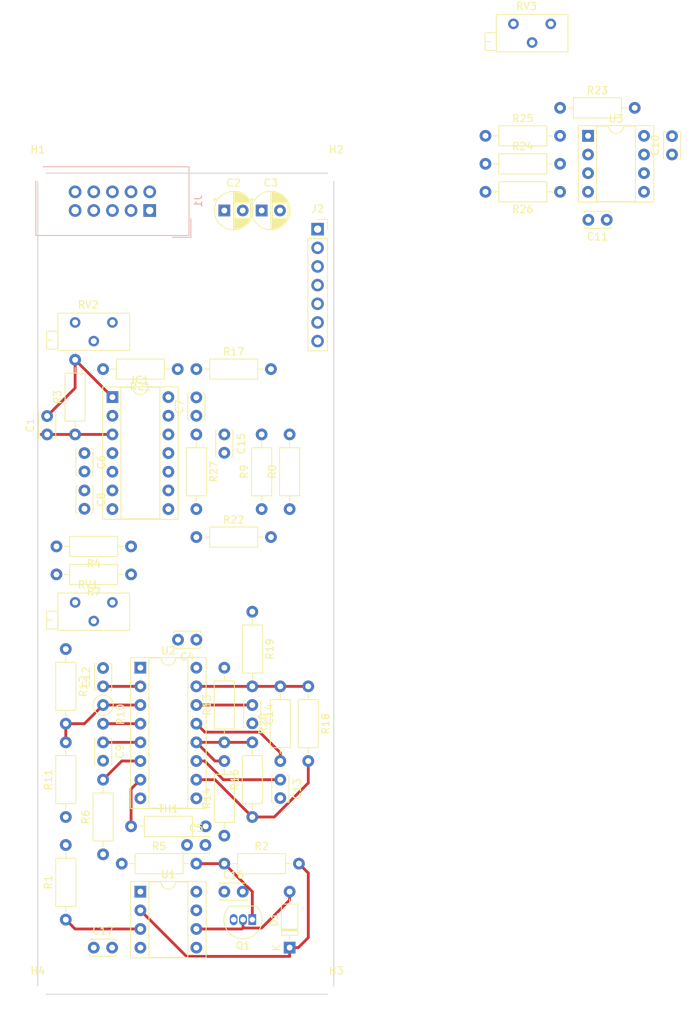
<source format=kicad_pcb>
(kicad_pcb (version 20171130) (host pcbnew 5.1.5-52549c5~84~ubuntu19.04.1)

  (general
    (thickness 1.6)
    (drawings 4)
    (tracks 56)
    (zones 0)
    (modules 59)
    (nets 45)
  )

  (page A4)
  (title_block
    (title ADSR)
    (date 2019-09-22)
    (rev 01)
    (comment 1 "Original design by René Schmitz")
    (comment 2 "PCB for main circuit")
    (comment 4 "License CC BY 4.0 - Attribution 4.0 International")
  )

  (layers
    (0 F.Cu signal)
    (31 B.Cu signal)
    (32 B.Adhes user)
    (33 F.Adhes user)
    (34 B.Paste user)
    (35 F.Paste user)
    (36 B.SilkS user)
    (37 F.SilkS user)
    (38 B.Mask user)
    (39 F.Mask user)
    (40 Dwgs.User user)
    (41 Cmts.User user)
    (42 Eco1.User user)
    (43 Eco2.User user)
    (44 Edge.Cuts user)
    (45 Margin user)
    (46 B.CrtYd user)
    (47 F.CrtYd user)
    (48 B.Fab user)
    (49 F.Fab user)
  )

  (setup
    (last_trace_width 0.381)
    (user_trace_width 0.381)
    (user_trace_width 0.762)
    (trace_clearance 0.2)
    (zone_clearance 0.508)
    (zone_45_only no)
    (trace_min 0.2)
    (via_size 0.8)
    (via_drill 0.4)
    (via_min_size 0.4)
    (via_min_drill 0.3)
    (uvia_size 0.3)
    (uvia_drill 0.1)
    (uvias_allowed no)
    (uvia_min_size 0.2)
    (uvia_min_drill 0.1)
    (edge_width 0.05)
    (segment_width 0.2)
    (pcb_text_width 0.3)
    (pcb_text_size 1.5 1.5)
    (mod_edge_width 0.12)
    (mod_text_size 1 1)
    (mod_text_width 0.15)
    (pad_size 1.524 1.524)
    (pad_drill 0.762)
    (pad_to_mask_clearance 0.051)
    (solder_mask_min_width 0.25)
    (aux_axis_origin 0 0)
    (visible_elements FFFFFF7F)
    (pcbplotparams
      (layerselection 0x010fc_ffffffff)
      (usegerberextensions false)
      (usegerberattributes false)
      (usegerberadvancedattributes false)
      (creategerberjobfile false)
      (excludeedgelayer true)
      (linewidth 0.100000)
      (plotframeref false)
      (viasonmask false)
      (mode 1)
      (useauxorigin false)
      (hpglpennumber 1)
      (hpglpenspeed 20)
      (hpglpendiameter 15.000000)
      (psnegative false)
      (psa4output false)
      (plotreference true)
      (plotvalue true)
      (plotinvisibletext false)
      (padsonsilk false)
      (subtractmaskfromsilk false)
      (outputformat 1)
      (mirror false)
      (drillshape 0)
      (scaleselection 1)
      (outputdirectory "gerbers"))
  )

  (net 0 "")
  (net 1 GND)
  (net 2 +15V)
  (net 3 "Net-(C6-Pad1)")
  (net 4 /IN)
  (net 5 "Net-(C1-Pad1)")
  (net 6 -15V)
  (net 7 /VC)
  (net 8 "Net-(C9-Pad1)")
  (net 9 "Net-(C12-Pad1)")
  (net 10 "Net-(C13-Pad1)")
  (net 11 "Net-(C14-Pad1)")
  (net 12 "Net-(C15-Pad2)")
  (net 13 /OUT)
  (net 14 "Net-(D1-Pad2)")
  (net 15 /RES)
  (net 16 "Net-(IC1-Pad14)")
  (net 17 "Net-(IC1-Pad12)")
  (net 18 +5V)
  (net 19 "Net-(Q1-Pad1)")
  (net 20 /BIAS)
  (net 21 "Net-(R1-Pad1)")
  (net 22 "Net-(R4-Pad1)")
  (net 23 "Net-(R7-Pad1)")
  (net 24 "Net-(R17-Pad2)")
  (net 25 "Net-(R10-Pad2)")
  (net 26 /CNTL)
  (net 27 "Net-(R10-Pad1)")
  (net 28 "Net-(R12-Pad1)")
  (net 29 "Net-(R13-Pad1)")
  (net 30 "Net-(R16-Pad1)")
  (net 31 "Net-(R18-Pad1)")
  (net 32 "Net-(R20-Pad1)")
  (net 33 "Net-(R21-Pad2)")
  (net 34 "Net-(R23-Pad2)")
  (net 35 "Net-(R23-Pad1)")
  (net 36 "Net-(R24-Pad2)")
  (net 37 "Net-(TH1-Pad1)")
  (net 38 "Net-(RV1-Pad3)")
  (net 39 "Net-(RV2-Pad1)")
  (net 40 "Net-(U1-Pad8)")
  (net 41 "Net-(U1-Pad5)")
  (net 42 "Net-(U1-Pad1)")
  (net 43 "Net-(U3-Pad8)")
  (net 44 "Net-(U3-Pad1)")

  (net_class Default "This is the default net class."
    (clearance 0.2)
    (trace_width 0.25)
    (via_dia 0.8)
    (via_drill 0.4)
    (uvia_dia 0.3)
    (uvia_drill 0.1)
    (add_net +15V)
    (add_net +5V)
    (add_net -15V)
    (add_net /BIAS)
    (add_net /CNTL)
    (add_net /IN)
    (add_net /OUT)
    (add_net /RES)
    (add_net /VC)
    (add_net GND)
    (add_net "Net-(C1-Pad1)")
    (add_net "Net-(C12-Pad1)")
    (add_net "Net-(C13-Pad1)")
    (add_net "Net-(C14-Pad1)")
    (add_net "Net-(C15-Pad2)")
    (add_net "Net-(C6-Pad1)")
    (add_net "Net-(C9-Pad1)")
    (add_net "Net-(D1-Pad2)")
    (add_net "Net-(IC1-Pad12)")
    (add_net "Net-(IC1-Pad14)")
    (add_net "Net-(Q1-Pad1)")
    (add_net "Net-(R1-Pad1)")
    (add_net "Net-(R10-Pad1)")
    (add_net "Net-(R10-Pad2)")
    (add_net "Net-(R12-Pad1)")
    (add_net "Net-(R13-Pad1)")
    (add_net "Net-(R16-Pad1)")
    (add_net "Net-(R17-Pad2)")
    (add_net "Net-(R18-Pad1)")
    (add_net "Net-(R20-Pad1)")
    (add_net "Net-(R21-Pad2)")
    (add_net "Net-(R23-Pad1)")
    (add_net "Net-(R23-Pad2)")
    (add_net "Net-(R24-Pad2)")
    (add_net "Net-(R4-Pad1)")
    (add_net "Net-(R7-Pad1)")
    (add_net "Net-(RV1-Pad3)")
    (add_net "Net-(RV2-Pad1)")
    (add_net "Net-(TH1-Pad1)")
    (add_net "Net-(U1-Pad1)")
    (add_net "Net-(U1-Pad5)")
    (add_net "Net-(U1-Pad8)")
    (add_net "Net-(U3-Pad1)")
    (add_net "Net-(U3-Pad8)")
  )

  (module Capacitor_THT:C_Disc_D3.4mm_W2.1mm_P2.50mm (layer F.Cu) (tedit 5AE50EF0) (tstamp 5E0641AE)
    (at 58.42 156.21)
    (descr "C, Disc series, Radial, pin pitch=2.50mm, , diameter*width=3.4*2.1mm^2, Capacitor, http://www.vishay.com/docs/45233/krseries.pdf")
    (tags "C Disc series Radial pin pitch 2.50mm  diameter 3.4mm width 2.1mm Capacitor")
    (path /5E0942BB)
    (fp_text reference C17 (at 1.25 -2.3) (layer F.SilkS)
      (effects (font (size 1 1) (thickness 0.15)))
    )
    (fp_text value 0.1u (at 1.25 2.3) (layer F.Fab)
      (effects (font (size 1 1) (thickness 0.15)))
    )
    (fp_text user %R (at 1.25 0) (layer F.Fab)
      (effects (font (size 0.68 0.68) (thickness 0.102)))
    )
    (fp_line (start 3.55 -1.3) (end -1.05 -1.3) (layer F.CrtYd) (width 0.05))
    (fp_line (start 3.55 1.3) (end 3.55 -1.3) (layer F.CrtYd) (width 0.05))
    (fp_line (start -1.05 1.3) (end 3.55 1.3) (layer F.CrtYd) (width 0.05))
    (fp_line (start -1.05 -1.3) (end -1.05 1.3) (layer F.CrtYd) (width 0.05))
    (fp_line (start 3.07 0.925) (end 3.07 1.17) (layer F.SilkS) (width 0.12))
    (fp_line (start 3.07 -1.17) (end 3.07 -0.925) (layer F.SilkS) (width 0.12))
    (fp_line (start -0.57 0.925) (end -0.57 1.17) (layer F.SilkS) (width 0.12))
    (fp_line (start -0.57 -1.17) (end -0.57 -0.925) (layer F.SilkS) (width 0.12))
    (fp_line (start -0.57 1.17) (end 3.07 1.17) (layer F.SilkS) (width 0.12))
    (fp_line (start -0.57 -1.17) (end 3.07 -1.17) (layer F.SilkS) (width 0.12))
    (fp_line (start 2.95 -1.05) (end -0.45 -1.05) (layer F.Fab) (width 0.1))
    (fp_line (start 2.95 1.05) (end 2.95 -1.05) (layer F.Fab) (width 0.1))
    (fp_line (start -0.45 1.05) (end 2.95 1.05) (layer F.Fab) (width 0.1))
    (fp_line (start -0.45 -1.05) (end -0.45 1.05) (layer F.Fab) (width 0.1))
    (pad 2 thru_hole circle (at 2.5 0) (size 1.6 1.6) (drill 0.8) (layers *.Cu *.Mask)
      (net 6 -15V))
    (pad 1 thru_hole circle (at 0 0) (size 1.6 1.6) (drill 0.8) (layers *.Cu *.Mask)
      (net 1 GND))
    (model ${KISYS3DMOD}/Capacitor_THT.3dshapes/C_Disc_D3.4mm_W2.1mm_P2.50mm.wrl
      (at (xyz 0 0 0))
      (scale (xyz 1 1 1))
      (rotate (xyz 0 0 0))
    )
  )

  (module Capacitor_THT:C_Disc_D3.4mm_W2.1mm_P2.50mm (layer F.Cu) (tedit 5AE50EF0) (tstamp 5E064199)
    (at 76.2 148.59)
    (descr "C, Disc series, Radial, pin pitch=2.50mm, , diameter*width=3.4*2.1mm^2, Capacitor, http://www.vishay.com/docs/45233/krseries.pdf")
    (tags "C Disc series Radial pin pitch 2.50mm  diameter 3.4mm width 2.1mm Capacitor")
    (path /5E0942C1)
    (fp_text reference C16 (at 1.25 -2.3) (layer F.SilkS)
      (effects (font (size 1 1) (thickness 0.15)))
    )
    (fp_text value 0.1u (at 1.25 2.3) (layer F.Fab)
      (effects (font (size 1 1) (thickness 0.15)))
    )
    (fp_text user %R (at 1.25 0) (layer F.Fab)
      (effects (font (size 0.68 0.68) (thickness 0.102)))
    )
    (fp_line (start 3.55 -1.3) (end -1.05 -1.3) (layer F.CrtYd) (width 0.05))
    (fp_line (start 3.55 1.3) (end 3.55 -1.3) (layer F.CrtYd) (width 0.05))
    (fp_line (start -1.05 1.3) (end 3.55 1.3) (layer F.CrtYd) (width 0.05))
    (fp_line (start -1.05 -1.3) (end -1.05 1.3) (layer F.CrtYd) (width 0.05))
    (fp_line (start 3.07 0.925) (end 3.07 1.17) (layer F.SilkS) (width 0.12))
    (fp_line (start 3.07 -1.17) (end 3.07 -0.925) (layer F.SilkS) (width 0.12))
    (fp_line (start -0.57 0.925) (end -0.57 1.17) (layer F.SilkS) (width 0.12))
    (fp_line (start -0.57 -1.17) (end -0.57 -0.925) (layer F.SilkS) (width 0.12))
    (fp_line (start -0.57 1.17) (end 3.07 1.17) (layer F.SilkS) (width 0.12))
    (fp_line (start -0.57 -1.17) (end 3.07 -1.17) (layer F.SilkS) (width 0.12))
    (fp_line (start 2.95 -1.05) (end -0.45 -1.05) (layer F.Fab) (width 0.1))
    (fp_line (start 2.95 1.05) (end 2.95 -1.05) (layer F.Fab) (width 0.1))
    (fp_line (start -0.45 1.05) (end 2.95 1.05) (layer F.Fab) (width 0.1))
    (fp_line (start -0.45 -1.05) (end -0.45 1.05) (layer F.Fab) (width 0.1))
    (pad 2 thru_hole circle (at 2.5 0) (size 1.6 1.6) (drill 0.8) (layers *.Cu *.Mask)
      (net 1 GND))
    (pad 1 thru_hole circle (at 0 0) (size 1.6 1.6) (drill 0.8) (layers *.Cu *.Mask)
      (net 2 +15V))
    (model ${KISYS3DMOD}/Capacitor_THT.3dshapes/C_Disc_D3.4mm_W2.1mm_P2.50mm.wrl
      (at (xyz 0 0 0))
      (scale (xyz 1 1 1))
      (rotate (xyz 0 0 0))
    )
  )

  (module Resistor_THT:R_Axial_DIN0207_L6.3mm_D2.5mm_P2.54mm_Vertical (layer F.Cu) (tedit 5AE5139B) (tstamp 5E065B67)
    (at 59.69 123.19 270)
    (descr "Resistor, Axial_DIN0207 series, Axial, Vertical, pin pitch=2.54mm, 0.25W = 1/4W, length*diameter=6.3*2.5mm^2, http://cdn-reichelt.de/documents/datenblatt/B400/1_4W%23YAG.pdf")
    (tags "Resistor Axial_DIN0207 series Axial Vertical pin pitch 2.54mm 0.25W = 1/4W length 6.3mm diameter 2.5mm")
    (path /5E1FBC62)
    (fp_text reference R10 (at 1.27 -2.37 90) (layer F.SilkS)
      (effects (font (size 1 1) (thickness 0.15)))
    )
    (fp_text value 10k (at 1.27 2.37 90) (layer F.Fab)
      (effects (font (size 1 1) (thickness 0.15)))
    )
    (fp_text user %R (at 1.27 -2.37 90) (layer F.Fab)
      (effects (font (size 1 1) (thickness 0.15)))
    )
    (fp_line (start 3.59 -1.5) (end -1.5 -1.5) (layer F.CrtYd) (width 0.05))
    (fp_line (start 3.59 1.5) (end 3.59 -1.5) (layer F.CrtYd) (width 0.05))
    (fp_line (start -1.5 1.5) (end 3.59 1.5) (layer F.CrtYd) (width 0.05))
    (fp_line (start -1.5 -1.5) (end -1.5 1.5) (layer F.CrtYd) (width 0.05))
    (fp_line (start 1.37 0) (end 1.44 0) (layer F.SilkS) (width 0.12))
    (fp_line (start 0 0) (end 2.54 0) (layer F.Fab) (width 0.1))
    (fp_circle (center 0 0) (end 1.37 0) (layer F.SilkS) (width 0.12))
    (fp_circle (center 0 0) (end 1.25 0) (layer F.Fab) (width 0.1))
    (pad 2 thru_hole oval (at 2.54 0 270) (size 1.6 1.6) (drill 0.8) (layers *.Cu *.Mask)
      (net 25 "Net-(R10-Pad2)"))
    (pad 1 thru_hole circle (at 0 0 270) (size 1.6 1.6) (drill 0.8) (layers *.Cu *.Mask)
      (net 27 "Net-(R10-Pad1)"))
    (model ${KISYS3DMOD}/Resistor_THT.3dshapes/R_Axial_DIN0207_L6.3mm_D2.5mm_P2.54mm_Vertical.wrl
      (at (xyz 0 0 0))
      (scale (xyz 1 1 1))
      (rotate (xyz 0 0 0))
    )
  )

  (module Package_DIP:DIP-8_W7.62mm_Socket (layer F.Cu) (tedit 5A02E8C5) (tstamp 5E065DBC)
    (at 125.73 45.72)
    (descr "8-lead though-hole mounted DIP package, row spacing 7.62 mm (300 mils), Socket")
    (tags "THT DIP DIL PDIP 2.54mm 7.62mm 300mil Socket")
    (path /5E2CF305)
    (fp_text reference U3 (at 3.81 -2.33) (layer F.SilkS)
      (effects (font (size 1 1) (thickness 0.15)))
    )
    (fp_text value CA3080 (at 3.81 9.95) (layer F.Fab)
      (effects (font (size 1 1) (thickness 0.15)))
    )
    (fp_text user %R (at 3.81 3.81) (layer F.Fab)
      (effects (font (size 1 1) (thickness 0.15)))
    )
    (fp_line (start 9.15 -1.6) (end -1.55 -1.6) (layer F.CrtYd) (width 0.05))
    (fp_line (start 9.15 9.2) (end 9.15 -1.6) (layer F.CrtYd) (width 0.05))
    (fp_line (start -1.55 9.2) (end 9.15 9.2) (layer F.CrtYd) (width 0.05))
    (fp_line (start -1.55 -1.6) (end -1.55 9.2) (layer F.CrtYd) (width 0.05))
    (fp_line (start 8.95 -1.39) (end -1.33 -1.39) (layer F.SilkS) (width 0.12))
    (fp_line (start 8.95 9.01) (end 8.95 -1.39) (layer F.SilkS) (width 0.12))
    (fp_line (start -1.33 9.01) (end 8.95 9.01) (layer F.SilkS) (width 0.12))
    (fp_line (start -1.33 -1.39) (end -1.33 9.01) (layer F.SilkS) (width 0.12))
    (fp_line (start 6.46 -1.33) (end 4.81 -1.33) (layer F.SilkS) (width 0.12))
    (fp_line (start 6.46 8.95) (end 6.46 -1.33) (layer F.SilkS) (width 0.12))
    (fp_line (start 1.16 8.95) (end 6.46 8.95) (layer F.SilkS) (width 0.12))
    (fp_line (start 1.16 -1.33) (end 1.16 8.95) (layer F.SilkS) (width 0.12))
    (fp_line (start 2.81 -1.33) (end 1.16 -1.33) (layer F.SilkS) (width 0.12))
    (fp_line (start 8.89 -1.33) (end -1.27 -1.33) (layer F.Fab) (width 0.1))
    (fp_line (start 8.89 8.95) (end 8.89 -1.33) (layer F.Fab) (width 0.1))
    (fp_line (start -1.27 8.95) (end 8.89 8.95) (layer F.Fab) (width 0.1))
    (fp_line (start -1.27 -1.33) (end -1.27 8.95) (layer F.Fab) (width 0.1))
    (fp_line (start 0.635 -0.27) (end 1.635 -1.27) (layer F.Fab) (width 0.1))
    (fp_line (start 0.635 8.89) (end 0.635 -0.27) (layer F.Fab) (width 0.1))
    (fp_line (start 6.985 8.89) (end 0.635 8.89) (layer F.Fab) (width 0.1))
    (fp_line (start 6.985 -1.27) (end 6.985 8.89) (layer F.Fab) (width 0.1))
    (fp_line (start 1.635 -1.27) (end 6.985 -1.27) (layer F.Fab) (width 0.1))
    (fp_arc (start 3.81 -1.33) (end 2.81 -1.33) (angle -180) (layer F.SilkS) (width 0.12))
    (pad 8 thru_hole oval (at 7.62 0) (size 1.6 1.6) (drill 0.8) (layers *.Cu *.Mask)
      (net 43 "Net-(U3-Pad8)"))
    (pad 4 thru_hole oval (at 0 7.62) (size 1.6 1.6) (drill 0.8) (layers *.Cu *.Mask)
      (net 6 -15V))
    (pad 7 thru_hole oval (at 7.62 2.54) (size 1.6 1.6) (drill 0.8) (layers *.Cu *.Mask)
      (net 2 +15V))
    (pad 3 thru_hole oval (at 0 5.08) (size 1.6 1.6) (drill 0.8) (layers *.Cu *.Mask)
      (net 36 "Net-(R24-Pad2)"))
    (pad 6 thru_hole oval (at 7.62 5.08) (size 1.6 1.6) (drill 0.8) (layers *.Cu *.Mask)
      (net 16 "Net-(IC1-Pad14)"))
    (pad 2 thru_hole oval (at 0 2.54) (size 1.6 1.6) (drill 0.8) (layers *.Cu *.Mask)
      (net 35 "Net-(R23-Pad1)"))
    (pad 5 thru_hole oval (at 7.62 7.62) (size 1.6 1.6) (drill 0.8) (layers *.Cu *.Mask)
      (net 20 /BIAS))
    (pad 1 thru_hole rect (at 0 0) (size 1.6 1.6) (drill 0.8) (layers *.Cu *.Mask)
      (net 44 "Net-(U3-Pad1)"))
    (model ${KISYS3DMOD}/Package_DIP.3dshapes/DIP-8_W7.62mm_Socket.wrl
      (at (xyz 0 0 0))
      (scale (xyz 1 1 1))
      (rotate (xyz 0 0 0))
    )
  )

  (module Package_DIP:DIP-16_W7.62mm_Socket (layer F.Cu) (tedit 5A02E8C5) (tstamp 5E065D98)
    (at 64.77 118.11)
    (descr "16-lead though-hole mounted DIP package, row spacing 7.62 mm (300 mils), Socket")
    (tags "THT DIP DIL PDIP 2.54mm 7.62mm 300mil Socket")
    (path /5E2AD80B)
    (fp_text reference U2 (at 3.81 -2.33) (layer F.SilkS)
      (effects (font (size 1 1) (thickness 0.15)))
    )
    (fp_text value SSM2040 (at 3.81 20.11) (layer F.Fab)
      (effects (font (size 1 1) (thickness 0.15)))
    )
    (fp_text user %R (at 3.81 8.89) (layer F.Fab)
      (effects (font (size 1 1) (thickness 0.15)))
    )
    (fp_line (start 9.15 -1.6) (end -1.55 -1.6) (layer F.CrtYd) (width 0.05))
    (fp_line (start 9.15 19.4) (end 9.15 -1.6) (layer F.CrtYd) (width 0.05))
    (fp_line (start -1.55 19.4) (end 9.15 19.4) (layer F.CrtYd) (width 0.05))
    (fp_line (start -1.55 -1.6) (end -1.55 19.4) (layer F.CrtYd) (width 0.05))
    (fp_line (start 8.95 -1.39) (end -1.33 -1.39) (layer F.SilkS) (width 0.12))
    (fp_line (start 8.95 19.17) (end 8.95 -1.39) (layer F.SilkS) (width 0.12))
    (fp_line (start -1.33 19.17) (end 8.95 19.17) (layer F.SilkS) (width 0.12))
    (fp_line (start -1.33 -1.39) (end -1.33 19.17) (layer F.SilkS) (width 0.12))
    (fp_line (start 6.46 -1.33) (end 4.81 -1.33) (layer F.SilkS) (width 0.12))
    (fp_line (start 6.46 19.11) (end 6.46 -1.33) (layer F.SilkS) (width 0.12))
    (fp_line (start 1.16 19.11) (end 6.46 19.11) (layer F.SilkS) (width 0.12))
    (fp_line (start 1.16 -1.33) (end 1.16 19.11) (layer F.SilkS) (width 0.12))
    (fp_line (start 2.81 -1.33) (end 1.16 -1.33) (layer F.SilkS) (width 0.12))
    (fp_line (start 8.89 -1.33) (end -1.27 -1.33) (layer F.Fab) (width 0.1))
    (fp_line (start 8.89 19.11) (end 8.89 -1.33) (layer F.Fab) (width 0.1))
    (fp_line (start -1.27 19.11) (end 8.89 19.11) (layer F.Fab) (width 0.1))
    (fp_line (start -1.27 -1.33) (end -1.27 19.11) (layer F.Fab) (width 0.1))
    (fp_line (start 0.635 -0.27) (end 1.635 -1.27) (layer F.Fab) (width 0.1))
    (fp_line (start 0.635 19.05) (end 0.635 -0.27) (layer F.Fab) (width 0.1))
    (fp_line (start 6.985 19.05) (end 0.635 19.05) (layer F.Fab) (width 0.1))
    (fp_line (start 6.985 -1.27) (end 6.985 19.05) (layer F.Fab) (width 0.1))
    (fp_line (start 1.635 -1.27) (end 6.985 -1.27) (layer F.Fab) (width 0.1))
    (fp_arc (start 3.81 -1.33) (end 2.81 -1.33) (angle -180) (layer F.SilkS) (width 0.12))
    (pad 16 thru_hole oval (at 7.62 0) (size 1.6 1.6) (drill 0.8) (layers *.Cu *.Mask)
      (net 2 +15V))
    (pad 8 thru_hole oval (at 0 17.78) (size 1.6 1.6) (drill 0.8) (layers *.Cu *.Mask)
      (net 1 GND))
    (pad 15 thru_hole oval (at 7.62 2.54) (size 1.6 1.6) (drill 0.8) (layers *.Cu *.Mask)
      (net 31 "Net-(R18-Pad1)"))
    (pad 7 thru_hole oval (at 0 15.24) (size 1.6 1.6) (drill 0.8) (layers *.Cu *.Mask)
      (net 37 "Net-(TH1-Pad1)"))
    (pad 14 thru_hole oval (at 7.62 5.08) (size 1.6 1.6) (drill 0.8) (layers *.Cu *.Mask)
      (net 11 "Net-(C14-Pad1)"))
    (pad 6 thru_hole oval (at 0 12.7) (size 1.6 1.6) (drill 0.8) (layers *.Cu *.Mask)
      (net 22 "Net-(R4-Pad1)"))
    (pad 13 thru_hole oval (at 7.62 7.62) (size 1.6 1.6) (drill 0.8) (layers *.Cu *.Mask)
      (net 32 "Net-(R20-Pad1)"))
    (pad 5 thru_hole oval (at 0 10.16) (size 1.6 1.6) (drill 0.8) (layers *.Cu *.Mask)
      (net 8 "Net-(C9-Pad1)"))
    (pad 12 thru_hole oval (at 7.62 10.16) (size 1.6 1.6) (drill 0.8) (layers *.Cu *.Mask)
      (net 29 "Net-(R13-Pad1)"))
    (pad 4 thru_hole oval (at 0 7.62) (size 1.6 1.6) (drill 0.8) (layers *.Cu *.Mask)
      (net 25 "Net-(R10-Pad2)"))
    (pad 11 thru_hole oval (at 7.62 12.7) (size 1.6 1.6) (drill 0.8) (layers *.Cu *.Mask)
      (net 10 "Net-(C13-Pad1)"))
    (pad 3 thru_hole oval (at 0 5.08) (size 1.6 1.6) (drill 0.8) (layers *.Cu *.Mask)
      (net 27 "Net-(R10-Pad1)"))
    (pad 10 thru_hole oval (at 7.62 15.24) (size 1.6 1.6) (drill 0.8) (layers *.Cu *.Mask)
      (net 30 "Net-(R16-Pad1)"))
    (pad 2 thru_hole oval (at 0 2.54) (size 1.6 1.6) (drill 0.8) (layers *.Cu *.Mask)
      (net 9 "Net-(C12-Pad1)"))
    (pad 9 thru_hole oval (at 7.62 17.78) (size 1.6 1.6) (drill 0.8) (layers *.Cu *.Mask)
      (net 6 -15V))
    (pad 1 thru_hole rect (at 0 0) (size 1.6 1.6) (drill 0.8) (layers *.Cu *.Mask)
      (net 28 "Net-(R12-Pad1)"))
    (model ${KISYS3DMOD}/Package_DIP.3dshapes/DIP-16_W7.62mm_Socket.wrl
      (at (xyz 0 0 0))
      (scale (xyz 1 1 1))
      (rotate (xyz 0 0 0))
    )
  )

  (module Package_DIP:DIP-8_W7.62mm_Socket (layer F.Cu) (tedit 5A02E8C5) (tstamp 5E065D6C)
    (at 64.77 148.59)
    (descr "8-lead though-hole mounted DIP package, row spacing 7.62 mm (300 mils), Socket")
    (tags "THT DIP DIL PDIP 2.54mm 7.62mm 300mil Socket")
    (path /5E0BAFDB)
    (fp_text reference U1 (at 3.81 -2.33) (layer F.SilkS)
      (effects (font (size 1 1) (thickness 0.15)))
    )
    (fp_text value LM741 (at 3.81 9.95) (layer F.Fab)
      (effects (font (size 1 1) (thickness 0.15)))
    )
    (fp_text user %R (at 3.81 3.81) (layer F.Fab)
      (effects (font (size 1 1) (thickness 0.15)))
    )
    (fp_line (start 9.15 -1.6) (end -1.55 -1.6) (layer F.CrtYd) (width 0.05))
    (fp_line (start 9.15 9.2) (end 9.15 -1.6) (layer F.CrtYd) (width 0.05))
    (fp_line (start -1.55 9.2) (end 9.15 9.2) (layer F.CrtYd) (width 0.05))
    (fp_line (start -1.55 -1.6) (end -1.55 9.2) (layer F.CrtYd) (width 0.05))
    (fp_line (start 8.95 -1.39) (end -1.33 -1.39) (layer F.SilkS) (width 0.12))
    (fp_line (start 8.95 9.01) (end 8.95 -1.39) (layer F.SilkS) (width 0.12))
    (fp_line (start -1.33 9.01) (end 8.95 9.01) (layer F.SilkS) (width 0.12))
    (fp_line (start -1.33 -1.39) (end -1.33 9.01) (layer F.SilkS) (width 0.12))
    (fp_line (start 6.46 -1.33) (end 4.81 -1.33) (layer F.SilkS) (width 0.12))
    (fp_line (start 6.46 8.95) (end 6.46 -1.33) (layer F.SilkS) (width 0.12))
    (fp_line (start 1.16 8.95) (end 6.46 8.95) (layer F.SilkS) (width 0.12))
    (fp_line (start 1.16 -1.33) (end 1.16 8.95) (layer F.SilkS) (width 0.12))
    (fp_line (start 2.81 -1.33) (end 1.16 -1.33) (layer F.SilkS) (width 0.12))
    (fp_line (start 8.89 -1.33) (end -1.27 -1.33) (layer F.Fab) (width 0.1))
    (fp_line (start 8.89 8.95) (end 8.89 -1.33) (layer F.Fab) (width 0.1))
    (fp_line (start -1.27 8.95) (end 8.89 8.95) (layer F.Fab) (width 0.1))
    (fp_line (start -1.27 -1.33) (end -1.27 8.95) (layer F.Fab) (width 0.1))
    (fp_line (start 0.635 -0.27) (end 1.635 -1.27) (layer F.Fab) (width 0.1))
    (fp_line (start 0.635 8.89) (end 0.635 -0.27) (layer F.Fab) (width 0.1))
    (fp_line (start 6.985 8.89) (end 0.635 8.89) (layer F.Fab) (width 0.1))
    (fp_line (start 6.985 -1.27) (end 6.985 8.89) (layer F.Fab) (width 0.1))
    (fp_line (start 1.635 -1.27) (end 6.985 -1.27) (layer F.Fab) (width 0.1))
    (fp_arc (start 3.81 -1.33) (end 2.81 -1.33) (angle -180) (layer F.SilkS) (width 0.12))
    (pad 8 thru_hole oval (at 7.62 0) (size 1.6 1.6) (drill 0.8) (layers *.Cu *.Mask)
      (net 40 "Net-(U1-Pad8)"))
    (pad 4 thru_hole oval (at 0 7.62) (size 1.6 1.6) (drill 0.8) (layers *.Cu *.Mask)
      (net 6 -15V))
    (pad 7 thru_hole oval (at 7.62 2.54) (size 1.6 1.6) (drill 0.8) (layers *.Cu *.Mask)
      (net 2 +15V))
    (pad 3 thru_hole oval (at 0 5.08) (size 1.6 1.6) (drill 0.8) (layers *.Cu *.Mask)
      (net 21 "Net-(R1-Pad1)"))
    (pad 6 thru_hole oval (at 7.62 5.08) (size 1.6 1.6) (drill 0.8) (layers *.Cu *.Mask)
      (net 14 "Net-(D1-Pad2)"))
    (pad 2 thru_hole oval (at 0 2.54) (size 1.6 1.6) (drill 0.8) (layers *.Cu *.Mask)
      (net 15 /RES))
    (pad 5 thru_hole oval (at 7.62 7.62) (size 1.6 1.6) (drill 0.8) (layers *.Cu *.Mask)
      (net 41 "Net-(U1-Pad5)"))
    (pad 1 thru_hole rect (at 0 0) (size 1.6 1.6) (drill 0.8) (layers *.Cu *.Mask)
      (net 42 "Net-(U1-Pad1)"))
    (model ${KISYS3DMOD}/Package_DIP.3dshapes/DIP-8_W7.62mm_Socket.wrl
      (at (xyz 0 0 0))
      (scale (xyz 1 1 1))
      (rotate (xyz 0 0 0))
    )
  )

  (module Resistor_THT:R_Axial_DIN0207_L6.3mm_D2.5mm_P10.16mm_Horizontal (layer F.Cu) (tedit 5AE5139B) (tstamp 5E065D48)
    (at 63.5 139.7)
    (descr "Resistor, Axial_DIN0207 series, Axial, Horizontal, pin pitch=10.16mm, 0.25W = 1/4W, length*diameter=6.3*2.5mm^2, http://cdn-reichelt.de/documents/datenblatt/B400/1_4W%23YAG.pdf")
    (tags "Resistor Axial_DIN0207 series Axial Horizontal pin pitch 10.16mm 0.25W = 1/4W length 6.3mm diameter 2.5mm")
    (path /5E5368B3)
    (fp_text reference TH1 (at 5.08 -2.37) (layer F.SilkS)
      (effects (font (size 1 1) (thickness 0.15)))
    )
    (fp_text value "Thermistor 1k" (at 5.08 2.37) (layer F.Fab)
      (effects (font (size 1 1) (thickness 0.15)))
    )
    (fp_text user %R (at 5.08 0) (layer F.Fab)
      (effects (font (size 1 1) (thickness 0.15)))
    )
    (fp_line (start 11.21 -1.5) (end -1.05 -1.5) (layer F.CrtYd) (width 0.05))
    (fp_line (start 11.21 1.5) (end 11.21 -1.5) (layer F.CrtYd) (width 0.05))
    (fp_line (start -1.05 1.5) (end 11.21 1.5) (layer F.CrtYd) (width 0.05))
    (fp_line (start -1.05 -1.5) (end -1.05 1.5) (layer F.CrtYd) (width 0.05))
    (fp_line (start 9.12 0) (end 8.35 0) (layer F.SilkS) (width 0.12))
    (fp_line (start 1.04 0) (end 1.81 0) (layer F.SilkS) (width 0.12))
    (fp_line (start 8.35 -1.37) (end 1.81 -1.37) (layer F.SilkS) (width 0.12))
    (fp_line (start 8.35 1.37) (end 8.35 -1.37) (layer F.SilkS) (width 0.12))
    (fp_line (start 1.81 1.37) (end 8.35 1.37) (layer F.SilkS) (width 0.12))
    (fp_line (start 1.81 -1.37) (end 1.81 1.37) (layer F.SilkS) (width 0.12))
    (fp_line (start 10.16 0) (end 8.23 0) (layer F.Fab) (width 0.1))
    (fp_line (start 0 0) (end 1.93 0) (layer F.Fab) (width 0.1))
    (fp_line (start 8.23 -1.25) (end 1.93 -1.25) (layer F.Fab) (width 0.1))
    (fp_line (start 8.23 1.25) (end 8.23 -1.25) (layer F.Fab) (width 0.1))
    (fp_line (start 1.93 1.25) (end 8.23 1.25) (layer F.Fab) (width 0.1))
    (fp_line (start 1.93 -1.25) (end 1.93 1.25) (layer F.Fab) (width 0.1))
    (pad 2 thru_hole oval (at 10.16 0) (size 1.6 1.6) (drill 0.8) (layers *.Cu *.Mask)
      (net 26 /CNTL))
    (pad 1 thru_hole circle (at 0 0) (size 1.6 1.6) (drill 0.8) (layers *.Cu *.Mask)
      (net 37 "Net-(TH1-Pad1)"))
    (model ${KISYS3DMOD}/Resistor_THT.3dshapes/R_Axial_DIN0207_L6.3mm_D2.5mm_P10.16mm_Horizontal.wrl
      (at (xyz 0 0 0))
      (scale (xyz 1 1 1))
      (rotate (xyz 0 0 0))
    )
  )

  (module Potentiometer_THT:Potentiometer_Bourns_3296Z_Horizontal (layer F.Cu) (tedit 5A3D4994) (tstamp 5E065D31)
    (at 120.65 30.48)
    (descr "Potentiometer, horizontal, Bourns 3296Z, https://www.bourns.com/pdfs/3296.pdf")
    (tags "Potentiometer horizontal Bourns 3296Z")
    (path /5E16282A)
    (fp_text reference RV3 (at -3.3 -2.4) (layer F.SilkS)
      (effects (font (size 1 1) (thickness 0.15)))
    )
    (fp_text value 100k (at -3.3 4.93) (layer F.Fab)
      (effects (font (size 1 1) (thickness 0.15)))
    )
    (fp_text user %R (at -2.54 1.265) (layer F.Fab)
      (effects (font (size 1 1) (thickness 0.15)))
    )
    (fp_line (start 2.5 -1.45) (end -9.1 -1.45) (layer F.CrtYd) (width 0.05))
    (fp_line (start 2.5 3.95) (end 2.5 -1.45) (layer F.CrtYd) (width 0.05))
    (fp_line (start -9.1 3.95) (end 2.5 3.95) (layer F.CrtYd) (width 0.05))
    (fp_line (start -9.1 -1.45) (end -9.1 3.95) (layer F.CrtYd) (width 0.05))
    (fp_line (start -8.945 2.41) (end -8.186 2.41) (layer F.SilkS) (width 0.12))
    (fp_line (start -7.426 1.195) (end -7.426 3.625) (layer F.SilkS) (width 0.12))
    (fp_line (start -8.945 1.195) (end -8.945 3.625) (layer F.SilkS) (width 0.12))
    (fp_line (start -8.945 3.625) (end -7.426 3.625) (layer F.SilkS) (width 0.12))
    (fp_line (start -8.945 1.195) (end -7.426 1.195) (layer F.SilkS) (width 0.12))
    (fp_line (start 2.345 -1.27) (end 2.345 3.8) (layer F.SilkS) (width 0.12))
    (fp_line (start -7.425 -1.27) (end -7.425 3.8) (layer F.SilkS) (width 0.12))
    (fp_line (start -7.425 3.8) (end 2.345 3.8) (layer F.SilkS) (width 0.12))
    (fp_line (start -7.425 -1.27) (end 2.345 -1.27) (layer F.SilkS) (width 0.12))
    (fp_line (start -8.825 2.41) (end -8.065 2.41) (layer F.Fab) (width 0.1))
    (fp_line (start -7.305 1.315) (end -8.825 1.315) (layer F.Fab) (width 0.1))
    (fp_line (start -7.305 3.505) (end -7.305 1.315) (layer F.Fab) (width 0.1))
    (fp_line (start -8.825 3.505) (end -7.305 3.505) (layer F.Fab) (width 0.1))
    (fp_line (start -8.825 1.315) (end -8.825 3.505) (layer F.Fab) (width 0.1))
    (fp_line (start 2.225 -1.15) (end -7.305 -1.15) (layer F.Fab) (width 0.1))
    (fp_line (start 2.225 3.68) (end 2.225 -1.15) (layer F.Fab) (width 0.1))
    (fp_line (start -7.305 3.68) (end 2.225 3.68) (layer F.Fab) (width 0.1))
    (fp_line (start -7.305 -1.15) (end -7.305 3.68) (layer F.Fab) (width 0.1))
    (pad 3 thru_hole circle (at -5.08 0) (size 1.44 1.44) (drill 0.8) (layers *.Cu *.Mask)
      (net 6 -15V))
    (pad 2 thru_hole circle (at -2.54 2.54) (size 1.44 1.44) (drill 0.8) (layers *.Cu *.Mask)
      (net 34 "Net-(R23-Pad2)"))
    (pad 1 thru_hole circle (at 0 0) (size 1.44 1.44) (drill 0.8) (layers *.Cu *.Mask)
      (net 2 +15V))
    (model ${KISYS3DMOD}/Potentiometer_THT.3dshapes/Potentiometer_Bourns_3296Z_Horizontal.wrl
      (at (xyz 0 0 0))
      (scale (xyz 1 1 1))
      (rotate (xyz 0 0 0))
    )
  )

  (module Potentiometer_THT:Potentiometer_Bourns_3296Z_Horizontal (layer F.Cu) (tedit 5A3D4994) (tstamp 5E065D13)
    (at 60.96 71.12)
    (descr "Potentiometer, horizontal, Bourns 3296Z, https://www.bourns.com/pdfs/3296.pdf")
    (tags "Potentiometer horizontal Bourns 3296Z")
    (path /5E32ACC0)
    (fp_text reference RV2 (at -3.3 -2.4) (layer F.SilkS)
      (effects (font (size 1 1) (thickness 0.15)))
    )
    (fp_text value 10k (at -3.3 4.93) (layer F.Fab)
      (effects (font (size 1 1) (thickness 0.15)))
    )
    (fp_text user %R (at -2.54 1.265) (layer F.Fab)
      (effects (font (size 1 1) (thickness 0.15)))
    )
    (fp_line (start 2.5 -1.45) (end -9.1 -1.45) (layer F.CrtYd) (width 0.05))
    (fp_line (start 2.5 3.95) (end 2.5 -1.45) (layer F.CrtYd) (width 0.05))
    (fp_line (start -9.1 3.95) (end 2.5 3.95) (layer F.CrtYd) (width 0.05))
    (fp_line (start -9.1 -1.45) (end -9.1 3.95) (layer F.CrtYd) (width 0.05))
    (fp_line (start -8.945 2.41) (end -8.186 2.41) (layer F.SilkS) (width 0.12))
    (fp_line (start -7.426 1.195) (end -7.426 3.625) (layer F.SilkS) (width 0.12))
    (fp_line (start -8.945 1.195) (end -8.945 3.625) (layer F.SilkS) (width 0.12))
    (fp_line (start -8.945 3.625) (end -7.426 3.625) (layer F.SilkS) (width 0.12))
    (fp_line (start -8.945 1.195) (end -7.426 1.195) (layer F.SilkS) (width 0.12))
    (fp_line (start 2.345 -1.27) (end 2.345 3.8) (layer F.SilkS) (width 0.12))
    (fp_line (start -7.425 -1.27) (end -7.425 3.8) (layer F.SilkS) (width 0.12))
    (fp_line (start -7.425 3.8) (end 2.345 3.8) (layer F.SilkS) (width 0.12))
    (fp_line (start -7.425 -1.27) (end 2.345 -1.27) (layer F.SilkS) (width 0.12))
    (fp_line (start -8.825 2.41) (end -8.065 2.41) (layer F.Fab) (width 0.1))
    (fp_line (start -7.305 1.315) (end -8.825 1.315) (layer F.Fab) (width 0.1))
    (fp_line (start -7.305 3.505) (end -7.305 1.315) (layer F.Fab) (width 0.1))
    (fp_line (start -8.825 3.505) (end -7.305 3.505) (layer F.Fab) (width 0.1))
    (fp_line (start -8.825 1.315) (end -8.825 3.505) (layer F.Fab) (width 0.1))
    (fp_line (start 2.225 -1.15) (end -7.305 -1.15) (layer F.Fab) (width 0.1))
    (fp_line (start 2.225 3.68) (end 2.225 -1.15) (layer F.Fab) (width 0.1))
    (fp_line (start -7.305 3.68) (end 2.225 3.68) (layer F.Fab) (width 0.1))
    (fp_line (start -7.305 -1.15) (end -7.305 3.68) (layer F.Fab) (width 0.1))
    (pad 3 thru_hole circle (at -5.08 0) (size 1.44 1.44) (drill 0.8) (layers *.Cu *.Mask)
      (net 17 "Net-(IC1-Pad12)"))
    (pad 2 thru_hole circle (at -2.54 2.54) (size 1.44 1.44) (drill 0.8) (layers *.Cu *.Mask)
      (net 33 "Net-(R21-Pad2)"))
    (pad 1 thru_hole circle (at 0 0) (size 1.44 1.44) (drill 0.8) (layers *.Cu *.Mask)
      (net 39 "Net-(RV2-Pad1)"))
    (model ${KISYS3DMOD}/Potentiometer_THT.3dshapes/Potentiometer_Bourns_3296Z_Horizontal.wrl
      (at (xyz 0 0 0))
      (scale (xyz 1 1 1))
      (rotate (xyz 0 0 0))
    )
  )

  (module Potentiometer_THT:Potentiometer_Bourns_3296Z_Horizontal (layer F.Cu) (tedit 5A3D4994) (tstamp 5E065CF5)
    (at 60.96 109.22)
    (descr "Potentiometer, horizontal, Bourns 3296Z, https://www.bourns.com/pdfs/3296.pdf")
    (tags "Potentiometer horizontal Bourns 3296Z")
    (path /5E05EDD4)
    (fp_text reference RV1 (at -3.3 -2.4) (layer F.SilkS)
      (effects (font (size 1 1) (thickness 0.15)))
    )
    (fp_text value 25k (at -3.3 4.93) (layer F.Fab)
      (effects (font (size 1 1) (thickness 0.15)))
    )
    (fp_text user %R (at -2.54 1.265) (layer F.Fab)
      (effects (font (size 1 1) (thickness 0.15)))
    )
    (fp_line (start 2.5 -1.45) (end -9.1 -1.45) (layer F.CrtYd) (width 0.05))
    (fp_line (start 2.5 3.95) (end 2.5 -1.45) (layer F.CrtYd) (width 0.05))
    (fp_line (start -9.1 3.95) (end 2.5 3.95) (layer F.CrtYd) (width 0.05))
    (fp_line (start -9.1 -1.45) (end -9.1 3.95) (layer F.CrtYd) (width 0.05))
    (fp_line (start -8.945 2.41) (end -8.186 2.41) (layer F.SilkS) (width 0.12))
    (fp_line (start -7.426 1.195) (end -7.426 3.625) (layer F.SilkS) (width 0.12))
    (fp_line (start -8.945 1.195) (end -8.945 3.625) (layer F.SilkS) (width 0.12))
    (fp_line (start -8.945 3.625) (end -7.426 3.625) (layer F.SilkS) (width 0.12))
    (fp_line (start -8.945 1.195) (end -7.426 1.195) (layer F.SilkS) (width 0.12))
    (fp_line (start 2.345 -1.27) (end 2.345 3.8) (layer F.SilkS) (width 0.12))
    (fp_line (start -7.425 -1.27) (end -7.425 3.8) (layer F.SilkS) (width 0.12))
    (fp_line (start -7.425 3.8) (end 2.345 3.8) (layer F.SilkS) (width 0.12))
    (fp_line (start -7.425 -1.27) (end 2.345 -1.27) (layer F.SilkS) (width 0.12))
    (fp_line (start -8.825 2.41) (end -8.065 2.41) (layer F.Fab) (width 0.1))
    (fp_line (start -7.305 1.315) (end -8.825 1.315) (layer F.Fab) (width 0.1))
    (fp_line (start -7.305 3.505) (end -7.305 1.315) (layer F.Fab) (width 0.1))
    (fp_line (start -8.825 3.505) (end -7.305 3.505) (layer F.Fab) (width 0.1))
    (fp_line (start -8.825 1.315) (end -8.825 3.505) (layer F.Fab) (width 0.1))
    (fp_line (start 2.225 -1.15) (end -7.305 -1.15) (layer F.Fab) (width 0.1))
    (fp_line (start 2.225 3.68) (end 2.225 -1.15) (layer F.Fab) (width 0.1))
    (fp_line (start -7.305 3.68) (end 2.225 3.68) (layer F.Fab) (width 0.1))
    (fp_line (start -7.305 -1.15) (end -7.305 3.68) (layer F.Fab) (width 0.1))
    (pad 3 thru_hole circle (at -5.08 0) (size 1.44 1.44) (drill 0.8) (layers *.Cu *.Mask)
      (net 38 "Net-(RV1-Pad3)"))
    (pad 2 thru_hole circle (at -2.54 2.54) (size 1.44 1.44) (drill 0.8) (layers *.Cu *.Mask)
      (net 3 "Net-(C6-Pad1)"))
    (pad 1 thru_hole circle (at 0 0) (size 1.44 1.44) (drill 0.8) (layers *.Cu *.Mask)
      (net 23 "Net-(R7-Pad1)"))
    (model ${KISYS3DMOD}/Potentiometer_THT.3dshapes/Potentiometer_Bourns_3296Z_Horizontal.wrl
      (at (xyz 0 0 0))
      (scale (xyz 1 1 1))
      (rotate (xyz 0 0 0))
    )
  )

  (module Resistor_THT:R_Axial_DIN0207_L6.3mm_D2.5mm_P10.16mm_Horizontal (layer F.Cu) (tedit 5AE5139B) (tstamp 5E065CD7)
    (at 72.39 86.36 270)
    (descr "Resistor, Axial_DIN0207 series, Axial, Horizontal, pin pitch=10.16mm, 0.25W = 1/4W, length*diameter=6.3*2.5mm^2, http://cdn-reichelt.de/documents/datenblatt/B400/1_4W%23YAG.pdf")
    (tags "Resistor Axial_DIN0207 series Axial Horizontal pin pitch 10.16mm 0.25W = 1/4W length 6.3mm diameter 2.5mm")
    (path /5E11E18C)
    (fp_text reference R27 (at 5.08 -2.37 90) (layer F.SilkS)
      (effects (font (size 1 1) (thickness 0.15)))
    )
    (fp_text value 100k (at 5.08 2.37 90) (layer F.Fab)
      (effects (font (size 1 1) (thickness 0.15)))
    )
    (fp_text user %R (at 5.08 0 90) (layer F.Fab)
      (effects (font (size 1 1) (thickness 0.15)))
    )
    (fp_line (start 11.21 -1.5) (end -1.05 -1.5) (layer F.CrtYd) (width 0.05))
    (fp_line (start 11.21 1.5) (end 11.21 -1.5) (layer F.CrtYd) (width 0.05))
    (fp_line (start -1.05 1.5) (end 11.21 1.5) (layer F.CrtYd) (width 0.05))
    (fp_line (start -1.05 -1.5) (end -1.05 1.5) (layer F.CrtYd) (width 0.05))
    (fp_line (start 9.12 0) (end 8.35 0) (layer F.SilkS) (width 0.12))
    (fp_line (start 1.04 0) (end 1.81 0) (layer F.SilkS) (width 0.12))
    (fp_line (start 8.35 -1.37) (end 1.81 -1.37) (layer F.SilkS) (width 0.12))
    (fp_line (start 8.35 1.37) (end 8.35 -1.37) (layer F.SilkS) (width 0.12))
    (fp_line (start 1.81 1.37) (end 8.35 1.37) (layer F.SilkS) (width 0.12))
    (fp_line (start 1.81 -1.37) (end 1.81 1.37) (layer F.SilkS) (width 0.12))
    (fp_line (start 10.16 0) (end 8.23 0) (layer F.Fab) (width 0.1))
    (fp_line (start 0 0) (end 1.93 0) (layer F.Fab) (width 0.1))
    (fp_line (start 8.23 -1.25) (end 1.93 -1.25) (layer F.Fab) (width 0.1))
    (fp_line (start 8.23 1.25) (end 8.23 -1.25) (layer F.Fab) (width 0.1))
    (fp_line (start 1.93 1.25) (end 8.23 1.25) (layer F.Fab) (width 0.1))
    (fp_line (start 1.93 -1.25) (end 1.93 1.25) (layer F.Fab) (width 0.1))
    (pad 2 thru_hole oval (at 10.16 0 270) (size 1.6 1.6) (drill 0.8) (layers *.Cu *.Mask)
      (net 12 "Net-(C15-Pad2)"))
    (pad 1 thru_hole circle (at 0 0 270) (size 1.6 1.6) (drill 0.8) (layers *.Cu *.Mask)
      (net 13 /OUT))
    (model ${KISYS3DMOD}/Resistor_THT.3dshapes/R_Axial_DIN0207_L6.3mm_D2.5mm_P10.16mm_Horizontal.wrl
      (at (xyz 0 0 0))
      (scale (xyz 1 1 1))
      (rotate (xyz 0 0 0))
    )
  )

  (module Resistor_THT:R_Axial_DIN0207_L6.3mm_D2.5mm_P10.16mm_Horizontal (layer F.Cu) (tedit 5AE5139B) (tstamp 5E065CC0)
    (at 121.92 53.34 180)
    (descr "Resistor, Axial_DIN0207 series, Axial, Horizontal, pin pitch=10.16mm, 0.25W = 1/4W, length*diameter=6.3*2.5mm^2, http://cdn-reichelt.de/documents/datenblatt/B400/1_4W%23YAG.pdf")
    (tags "Resistor Axial_DIN0207 series Axial Horizontal pin pitch 10.16mm 0.25W = 1/4W length 6.3mm diameter 2.5mm")
    (path /5E148D35)
    (fp_text reference R26 (at 5.08 -2.37) (layer F.SilkS)
      (effects (font (size 1 1) (thickness 0.15)))
    )
    (fp_text value 100k (at 5.08 2.37) (layer F.Fab)
      (effects (font (size 1 1) (thickness 0.15)))
    )
    (fp_text user %R (at 5.08 0) (layer F.Fab)
      (effects (font (size 1 1) (thickness 0.15)))
    )
    (fp_line (start 11.21 -1.5) (end -1.05 -1.5) (layer F.CrtYd) (width 0.05))
    (fp_line (start 11.21 1.5) (end 11.21 -1.5) (layer F.CrtYd) (width 0.05))
    (fp_line (start -1.05 1.5) (end 11.21 1.5) (layer F.CrtYd) (width 0.05))
    (fp_line (start -1.05 -1.5) (end -1.05 1.5) (layer F.CrtYd) (width 0.05))
    (fp_line (start 9.12 0) (end 8.35 0) (layer F.SilkS) (width 0.12))
    (fp_line (start 1.04 0) (end 1.81 0) (layer F.SilkS) (width 0.12))
    (fp_line (start 8.35 -1.37) (end 1.81 -1.37) (layer F.SilkS) (width 0.12))
    (fp_line (start 8.35 1.37) (end 8.35 -1.37) (layer F.SilkS) (width 0.12))
    (fp_line (start 1.81 1.37) (end 8.35 1.37) (layer F.SilkS) (width 0.12))
    (fp_line (start 1.81 -1.37) (end 1.81 1.37) (layer F.SilkS) (width 0.12))
    (fp_line (start 10.16 0) (end 8.23 0) (layer F.Fab) (width 0.1))
    (fp_line (start 0 0) (end 1.93 0) (layer F.Fab) (width 0.1))
    (fp_line (start 8.23 -1.25) (end 1.93 -1.25) (layer F.Fab) (width 0.1))
    (fp_line (start 8.23 1.25) (end 8.23 -1.25) (layer F.Fab) (width 0.1))
    (fp_line (start 1.93 1.25) (end 8.23 1.25) (layer F.Fab) (width 0.1))
    (fp_line (start 1.93 -1.25) (end 1.93 1.25) (layer F.Fab) (width 0.1))
    (pad 2 thru_hole oval (at 10.16 0 180) (size 1.6 1.6) (drill 0.8) (layers *.Cu *.Mask)
      (net 13 /OUT))
    (pad 1 thru_hole circle (at 0 0 180) (size 1.6 1.6) (drill 0.8) (layers *.Cu *.Mask)
      (net 36 "Net-(R24-Pad2)"))
    (model ${KISYS3DMOD}/Resistor_THT.3dshapes/R_Axial_DIN0207_L6.3mm_D2.5mm_P10.16mm_Horizontal.wrl
      (at (xyz 0 0 0))
      (scale (xyz 1 1 1))
      (rotate (xyz 0 0 0))
    )
  )

  (module Resistor_THT:R_Axial_DIN0207_L6.3mm_D2.5mm_P10.16mm_Horizontal (layer F.Cu) (tedit 5AE5139B) (tstamp 5E065CA9)
    (at 111.76 45.72)
    (descr "Resistor, Axial_DIN0207 series, Axial, Horizontal, pin pitch=10.16mm, 0.25W = 1/4W, length*diameter=6.3*2.5mm^2, http://cdn-reichelt.de/documents/datenblatt/B400/1_4W%23YAG.pdf")
    (tags "Resistor Axial_DIN0207 series Axial Horizontal pin pitch 10.16mm 0.25W = 1/4W length 6.3mm diameter 2.5mm")
    (path /5E1451D6)
    (fp_text reference R25 (at 5.08 -2.37) (layer F.SilkS)
      (effects (font (size 1 1) (thickness 0.15)))
    )
    (fp_text value 200 (at 5.08 2.37) (layer F.Fab)
      (effects (font (size 1 1) (thickness 0.15)))
    )
    (fp_text user %R (at 5.08 0) (layer F.Fab)
      (effects (font (size 1 1) (thickness 0.15)))
    )
    (fp_line (start 11.21 -1.5) (end -1.05 -1.5) (layer F.CrtYd) (width 0.05))
    (fp_line (start 11.21 1.5) (end 11.21 -1.5) (layer F.CrtYd) (width 0.05))
    (fp_line (start -1.05 1.5) (end 11.21 1.5) (layer F.CrtYd) (width 0.05))
    (fp_line (start -1.05 -1.5) (end -1.05 1.5) (layer F.CrtYd) (width 0.05))
    (fp_line (start 9.12 0) (end 8.35 0) (layer F.SilkS) (width 0.12))
    (fp_line (start 1.04 0) (end 1.81 0) (layer F.SilkS) (width 0.12))
    (fp_line (start 8.35 -1.37) (end 1.81 -1.37) (layer F.SilkS) (width 0.12))
    (fp_line (start 8.35 1.37) (end 8.35 -1.37) (layer F.SilkS) (width 0.12))
    (fp_line (start 1.81 1.37) (end 8.35 1.37) (layer F.SilkS) (width 0.12))
    (fp_line (start 1.81 -1.37) (end 1.81 1.37) (layer F.SilkS) (width 0.12))
    (fp_line (start 10.16 0) (end 8.23 0) (layer F.Fab) (width 0.1))
    (fp_line (start 0 0) (end 1.93 0) (layer F.Fab) (width 0.1))
    (fp_line (start 8.23 -1.25) (end 1.93 -1.25) (layer F.Fab) (width 0.1))
    (fp_line (start 8.23 1.25) (end 8.23 -1.25) (layer F.Fab) (width 0.1))
    (fp_line (start 1.93 1.25) (end 8.23 1.25) (layer F.Fab) (width 0.1))
    (fp_line (start 1.93 -1.25) (end 1.93 1.25) (layer F.Fab) (width 0.1))
    (pad 2 thru_hole oval (at 10.16 0) (size 1.6 1.6) (drill 0.8) (layers *.Cu *.Mask)
      (net 35 "Net-(R23-Pad1)"))
    (pad 1 thru_hole circle (at 0 0) (size 1.6 1.6) (drill 0.8) (layers *.Cu *.Mask)
      (net 1 GND))
    (model ${KISYS3DMOD}/Resistor_THT.3dshapes/R_Axial_DIN0207_L6.3mm_D2.5mm_P10.16mm_Horizontal.wrl
      (at (xyz 0 0 0))
      (scale (xyz 1 1 1))
      (rotate (xyz 0 0 0))
    )
  )

  (module Resistor_THT:R_Axial_DIN0207_L6.3mm_D2.5mm_P10.16mm_Horizontal (layer F.Cu) (tedit 5AE5139B) (tstamp 5E065C92)
    (at 111.76 49.53)
    (descr "Resistor, Axial_DIN0207 series, Axial, Horizontal, pin pitch=10.16mm, 0.25W = 1/4W, length*diameter=6.3*2.5mm^2, http://cdn-reichelt.de/documents/datenblatt/B400/1_4W%23YAG.pdf")
    (tags "Resistor Axial_DIN0207 series Axial Horizontal pin pitch 10.16mm 0.25W = 1/4W length 6.3mm diameter 2.5mm")
    (path /5E15CD28)
    (fp_text reference R24 (at 5.08 -2.37) (layer F.SilkS)
      (effects (font (size 1 1) (thickness 0.15)))
    )
    (fp_text value 200 (at 5.08 2.37) (layer F.Fab)
      (effects (font (size 1 1) (thickness 0.15)))
    )
    (fp_text user %R (at 5.08 0) (layer F.Fab)
      (effects (font (size 1 1) (thickness 0.15)))
    )
    (fp_line (start 11.21 -1.5) (end -1.05 -1.5) (layer F.CrtYd) (width 0.05))
    (fp_line (start 11.21 1.5) (end 11.21 -1.5) (layer F.CrtYd) (width 0.05))
    (fp_line (start -1.05 1.5) (end 11.21 1.5) (layer F.CrtYd) (width 0.05))
    (fp_line (start -1.05 -1.5) (end -1.05 1.5) (layer F.CrtYd) (width 0.05))
    (fp_line (start 9.12 0) (end 8.35 0) (layer F.SilkS) (width 0.12))
    (fp_line (start 1.04 0) (end 1.81 0) (layer F.SilkS) (width 0.12))
    (fp_line (start 8.35 -1.37) (end 1.81 -1.37) (layer F.SilkS) (width 0.12))
    (fp_line (start 8.35 1.37) (end 8.35 -1.37) (layer F.SilkS) (width 0.12))
    (fp_line (start 1.81 1.37) (end 8.35 1.37) (layer F.SilkS) (width 0.12))
    (fp_line (start 1.81 -1.37) (end 1.81 1.37) (layer F.SilkS) (width 0.12))
    (fp_line (start 10.16 0) (end 8.23 0) (layer F.Fab) (width 0.1))
    (fp_line (start 0 0) (end 1.93 0) (layer F.Fab) (width 0.1))
    (fp_line (start 8.23 -1.25) (end 1.93 -1.25) (layer F.Fab) (width 0.1))
    (fp_line (start 8.23 1.25) (end 8.23 -1.25) (layer F.Fab) (width 0.1))
    (fp_line (start 1.93 1.25) (end 8.23 1.25) (layer F.Fab) (width 0.1))
    (fp_line (start 1.93 -1.25) (end 1.93 1.25) (layer F.Fab) (width 0.1))
    (pad 2 thru_hole oval (at 10.16 0) (size 1.6 1.6) (drill 0.8) (layers *.Cu *.Mask)
      (net 36 "Net-(R24-Pad2)"))
    (pad 1 thru_hole circle (at 0 0) (size 1.6 1.6) (drill 0.8) (layers *.Cu *.Mask)
      (net 1 GND))
    (model ${KISYS3DMOD}/Resistor_THT.3dshapes/R_Axial_DIN0207_L6.3mm_D2.5mm_P10.16mm_Horizontal.wrl
      (at (xyz 0 0 0))
      (scale (xyz 1 1 1))
      (rotate (xyz 0 0 0))
    )
  )

  (module Resistor_THT:R_Axial_DIN0207_L6.3mm_D2.5mm_P10.16mm_Horizontal (layer F.Cu) (tedit 5AE5139B) (tstamp 5E065C7B)
    (at 121.92 41.91)
    (descr "Resistor, Axial_DIN0207 series, Axial, Horizontal, pin pitch=10.16mm, 0.25W = 1/4W, length*diameter=6.3*2.5mm^2, http://cdn-reichelt.de/documents/datenblatt/B400/1_4W%23YAG.pdf")
    (tags "Resistor Axial_DIN0207 series Axial Horizontal pin pitch 10.16mm 0.25W = 1/4W length 6.3mm diameter 2.5mm")
    (path /5E16AD9B)
    (fp_text reference R23 (at 5.08 -2.37) (layer F.SilkS)
      (effects (font (size 1 1) (thickness 0.15)))
    )
    (fp_text value 220k (at 5.08 2.37) (layer F.Fab)
      (effects (font (size 1 1) (thickness 0.15)))
    )
    (fp_text user %R (at 5.08 0) (layer F.Fab)
      (effects (font (size 1 1) (thickness 0.15)))
    )
    (fp_line (start 11.21 -1.5) (end -1.05 -1.5) (layer F.CrtYd) (width 0.05))
    (fp_line (start 11.21 1.5) (end 11.21 -1.5) (layer F.CrtYd) (width 0.05))
    (fp_line (start -1.05 1.5) (end 11.21 1.5) (layer F.CrtYd) (width 0.05))
    (fp_line (start -1.05 -1.5) (end -1.05 1.5) (layer F.CrtYd) (width 0.05))
    (fp_line (start 9.12 0) (end 8.35 0) (layer F.SilkS) (width 0.12))
    (fp_line (start 1.04 0) (end 1.81 0) (layer F.SilkS) (width 0.12))
    (fp_line (start 8.35 -1.37) (end 1.81 -1.37) (layer F.SilkS) (width 0.12))
    (fp_line (start 8.35 1.37) (end 8.35 -1.37) (layer F.SilkS) (width 0.12))
    (fp_line (start 1.81 1.37) (end 8.35 1.37) (layer F.SilkS) (width 0.12))
    (fp_line (start 1.81 -1.37) (end 1.81 1.37) (layer F.SilkS) (width 0.12))
    (fp_line (start 10.16 0) (end 8.23 0) (layer F.Fab) (width 0.1))
    (fp_line (start 0 0) (end 1.93 0) (layer F.Fab) (width 0.1))
    (fp_line (start 8.23 -1.25) (end 1.93 -1.25) (layer F.Fab) (width 0.1))
    (fp_line (start 8.23 1.25) (end 8.23 -1.25) (layer F.Fab) (width 0.1))
    (fp_line (start 1.93 1.25) (end 8.23 1.25) (layer F.Fab) (width 0.1))
    (fp_line (start 1.93 -1.25) (end 1.93 1.25) (layer F.Fab) (width 0.1))
    (pad 2 thru_hole oval (at 10.16 0) (size 1.6 1.6) (drill 0.8) (layers *.Cu *.Mask)
      (net 34 "Net-(R23-Pad2)"))
    (pad 1 thru_hole circle (at 0 0) (size 1.6 1.6) (drill 0.8) (layers *.Cu *.Mask)
      (net 35 "Net-(R23-Pad1)"))
    (model ${KISYS3DMOD}/Resistor_THT.3dshapes/R_Axial_DIN0207_L6.3mm_D2.5mm_P10.16mm_Horizontal.wrl
      (at (xyz 0 0 0))
      (scale (xyz 1 1 1))
      (rotate (xyz 0 0 0))
    )
  )

  (module Resistor_THT:R_Axial_DIN0207_L6.3mm_D2.5mm_P10.16mm_Horizontal (layer F.Cu) (tedit 5AE5139B) (tstamp 5E065C64)
    (at 72.39 100.33)
    (descr "Resistor, Axial_DIN0207 series, Axial, Horizontal, pin pitch=10.16mm, 0.25W = 1/4W, length*diameter=6.3*2.5mm^2, http://cdn-reichelt.de/documents/datenblatt/B400/1_4W%23YAG.pdf")
    (tags "Resistor Axial_DIN0207 series Axial Horizontal pin pitch 10.16mm 0.25W = 1/4W length 6.3mm diameter 2.5mm")
    (path /5E12BA65)
    (fp_text reference R22 (at 5.08 -2.37) (layer F.SilkS)
      (effects (font (size 1 1) (thickness 0.15)))
    )
    (fp_text value 10k (at 5.08 2.37) (layer F.Fab)
      (effects (font (size 1 1) (thickness 0.15)))
    )
    (fp_text user %R (at 5.08 0) (layer F.Fab)
      (effects (font (size 1 1) (thickness 0.15)))
    )
    (fp_line (start 11.21 -1.5) (end -1.05 -1.5) (layer F.CrtYd) (width 0.05))
    (fp_line (start 11.21 1.5) (end 11.21 -1.5) (layer F.CrtYd) (width 0.05))
    (fp_line (start -1.05 1.5) (end 11.21 1.5) (layer F.CrtYd) (width 0.05))
    (fp_line (start -1.05 -1.5) (end -1.05 1.5) (layer F.CrtYd) (width 0.05))
    (fp_line (start 9.12 0) (end 8.35 0) (layer F.SilkS) (width 0.12))
    (fp_line (start 1.04 0) (end 1.81 0) (layer F.SilkS) (width 0.12))
    (fp_line (start 8.35 -1.37) (end 1.81 -1.37) (layer F.SilkS) (width 0.12))
    (fp_line (start 8.35 1.37) (end 8.35 -1.37) (layer F.SilkS) (width 0.12))
    (fp_line (start 1.81 1.37) (end 8.35 1.37) (layer F.SilkS) (width 0.12))
    (fp_line (start 1.81 -1.37) (end 1.81 1.37) (layer F.SilkS) (width 0.12))
    (fp_line (start 10.16 0) (end 8.23 0) (layer F.Fab) (width 0.1))
    (fp_line (start 0 0) (end 1.93 0) (layer F.Fab) (width 0.1))
    (fp_line (start 8.23 -1.25) (end 1.93 -1.25) (layer F.Fab) (width 0.1))
    (fp_line (start 8.23 1.25) (end 8.23 -1.25) (layer F.Fab) (width 0.1))
    (fp_line (start 1.93 1.25) (end 8.23 1.25) (layer F.Fab) (width 0.1))
    (fp_line (start 1.93 -1.25) (end 1.93 1.25) (layer F.Fab) (width 0.1))
    (pad 2 thru_hole oval (at 10.16 0) (size 1.6 1.6) (drill 0.8) (layers *.Cu *.Mask)
      (net 32 "Net-(R20-Pad1)"))
    (pad 1 thru_hole circle (at 0 0) (size 1.6 1.6) (drill 0.8) (layers *.Cu *.Mask)
      (net 12 "Net-(C15-Pad2)"))
    (model ${KISYS3DMOD}/Resistor_THT.3dshapes/R_Axial_DIN0207_L6.3mm_D2.5mm_P10.16mm_Horizontal.wrl
      (at (xyz 0 0 0))
      (scale (xyz 1 1 1))
      (rotate (xyz 0 0 0))
    )
  )

  (module Resistor_THT:R_Axial_DIN0207_L6.3mm_D2.5mm_P10.16mm_Horizontal (layer F.Cu) (tedit 5AE5139B) (tstamp 5E065C4D)
    (at 69.85 77.47 180)
    (descr "Resistor, Axial_DIN0207 series, Axial, Horizontal, pin pitch=10.16mm, 0.25W = 1/4W, length*diameter=6.3*2.5mm^2, http://cdn-reichelt.de/documents/datenblatt/B400/1_4W%23YAG.pdf")
    (tags "Resistor Axial_DIN0207 series Axial Horizontal pin pitch 10.16mm 0.25W = 1/4W length 6.3mm diameter 2.5mm")
    (path /5E334544)
    (fp_text reference R21 (at 5.08 -2.37) (layer F.SilkS)
      (effects (font (size 1 1) (thickness 0.15)))
    )
    (fp_text value 33k (at 5.08 2.37) (layer F.Fab)
      (effects (font (size 1 1) (thickness 0.15)))
    )
    (fp_text user %R (at 5.08 0) (layer F.Fab)
      (effects (font (size 1 1) (thickness 0.15)))
    )
    (fp_line (start 11.21 -1.5) (end -1.05 -1.5) (layer F.CrtYd) (width 0.05))
    (fp_line (start 11.21 1.5) (end 11.21 -1.5) (layer F.CrtYd) (width 0.05))
    (fp_line (start -1.05 1.5) (end 11.21 1.5) (layer F.CrtYd) (width 0.05))
    (fp_line (start -1.05 -1.5) (end -1.05 1.5) (layer F.CrtYd) (width 0.05))
    (fp_line (start 9.12 0) (end 8.35 0) (layer F.SilkS) (width 0.12))
    (fp_line (start 1.04 0) (end 1.81 0) (layer F.SilkS) (width 0.12))
    (fp_line (start 8.35 -1.37) (end 1.81 -1.37) (layer F.SilkS) (width 0.12))
    (fp_line (start 8.35 1.37) (end 8.35 -1.37) (layer F.SilkS) (width 0.12))
    (fp_line (start 1.81 1.37) (end 8.35 1.37) (layer F.SilkS) (width 0.12))
    (fp_line (start 1.81 -1.37) (end 1.81 1.37) (layer F.SilkS) (width 0.12))
    (fp_line (start 10.16 0) (end 8.23 0) (layer F.Fab) (width 0.1))
    (fp_line (start 0 0) (end 1.93 0) (layer F.Fab) (width 0.1))
    (fp_line (start 8.23 -1.25) (end 1.93 -1.25) (layer F.Fab) (width 0.1))
    (fp_line (start 8.23 1.25) (end 8.23 -1.25) (layer F.Fab) (width 0.1))
    (fp_line (start 1.93 1.25) (end 8.23 1.25) (layer F.Fab) (width 0.1))
    (fp_line (start 1.93 -1.25) (end 1.93 1.25) (layer F.Fab) (width 0.1))
    (pad 2 thru_hole oval (at 10.16 0 180) (size 1.6 1.6) (drill 0.8) (layers *.Cu *.Mask)
      (net 33 "Net-(R21-Pad2)"))
    (pad 1 thru_hole circle (at 0 0 180) (size 1.6 1.6) (drill 0.8) (layers *.Cu *.Mask)
      (net 16 "Net-(IC1-Pad14)"))
    (model ${KISYS3DMOD}/Resistor_THT.3dshapes/R_Axial_DIN0207_L6.3mm_D2.5mm_P10.16mm_Horizontal.wrl
      (at (xyz 0 0 0))
      (scale (xyz 1 1 1))
      (rotate (xyz 0 0 0))
    )
  )

  (module Resistor_THT:R_Axial_DIN0207_L6.3mm_D2.5mm_P10.16mm_Horizontal (layer F.Cu) (tedit 5AE5139B) (tstamp 5E065C36)
    (at 83.82 130.81 90)
    (descr "Resistor, Axial_DIN0207 series, Axial, Horizontal, pin pitch=10.16mm, 0.25W = 1/4W, length*diameter=6.3*2.5mm^2, http://cdn-reichelt.de/documents/datenblatt/B400/1_4W%23YAG.pdf")
    (tags "Resistor Axial_DIN0207 series Axial Horizontal pin pitch 10.16mm 0.25W = 1/4W length 6.3mm diameter 2.5mm")
    (path /5E1FCC7D)
    (fp_text reference R20 (at 5.08 -2.37 90) (layer F.SilkS)
      (effects (font (size 1 1) (thickness 0.15)))
    )
    (fp_text value 10k (at 5.08 2.37 90) (layer F.Fab)
      (effects (font (size 1 1) (thickness 0.15)))
    )
    (fp_text user %R (at 5.08 0 90) (layer F.Fab)
      (effects (font (size 1 1) (thickness 0.15)))
    )
    (fp_line (start 11.21 -1.5) (end -1.05 -1.5) (layer F.CrtYd) (width 0.05))
    (fp_line (start 11.21 1.5) (end 11.21 -1.5) (layer F.CrtYd) (width 0.05))
    (fp_line (start -1.05 1.5) (end 11.21 1.5) (layer F.CrtYd) (width 0.05))
    (fp_line (start -1.05 -1.5) (end -1.05 1.5) (layer F.CrtYd) (width 0.05))
    (fp_line (start 9.12 0) (end 8.35 0) (layer F.SilkS) (width 0.12))
    (fp_line (start 1.04 0) (end 1.81 0) (layer F.SilkS) (width 0.12))
    (fp_line (start 8.35 -1.37) (end 1.81 -1.37) (layer F.SilkS) (width 0.12))
    (fp_line (start 8.35 1.37) (end 8.35 -1.37) (layer F.SilkS) (width 0.12))
    (fp_line (start 1.81 1.37) (end 8.35 1.37) (layer F.SilkS) (width 0.12))
    (fp_line (start 1.81 -1.37) (end 1.81 1.37) (layer F.SilkS) (width 0.12))
    (fp_line (start 10.16 0) (end 8.23 0) (layer F.Fab) (width 0.1))
    (fp_line (start 0 0) (end 1.93 0) (layer F.Fab) (width 0.1))
    (fp_line (start 8.23 -1.25) (end 1.93 -1.25) (layer F.Fab) (width 0.1))
    (fp_line (start 8.23 1.25) (end 8.23 -1.25) (layer F.Fab) (width 0.1))
    (fp_line (start 1.93 1.25) (end 8.23 1.25) (layer F.Fab) (width 0.1))
    (fp_line (start 1.93 -1.25) (end 1.93 1.25) (layer F.Fab) (width 0.1))
    (pad 2 thru_hole oval (at 10.16 0 90) (size 1.6 1.6) (drill 0.8) (layers *.Cu *.Mask)
      (net 31 "Net-(R18-Pad1)"))
    (pad 1 thru_hole circle (at 0 0 90) (size 1.6 1.6) (drill 0.8) (layers *.Cu *.Mask)
      (net 32 "Net-(R20-Pad1)"))
    (model ${KISYS3DMOD}/Resistor_THT.3dshapes/R_Axial_DIN0207_L6.3mm_D2.5mm_P10.16mm_Horizontal.wrl
      (at (xyz 0 0 0))
      (scale (xyz 1 1 1))
      (rotate (xyz 0 0 0))
    )
  )

  (module Resistor_THT:R_Axial_DIN0207_L6.3mm_D2.5mm_P10.16mm_Horizontal (layer F.Cu) (tedit 5AE5139B) (tstamp 5E065C1F)
    (at 80.01 110.49 270)
    (descr "Resistor, Axial_DIN0207 series, Axial, Horizontal, pin pitch=10.16mm, 0.25W = 1/4W, length*diameter=6.3*2.5mm^2, http://cdn-reichelt.de/documents/datenblatt/B400/1_4W%23YAG.pdf")
    (tags "Resistor Axial_DIN0207 series Axial Horizontal pin pitch 10.16mm 0.25W = 1/4W length 6.3mm diameter 2.5mm")
    (path /5E2AF359)
    (fp_text reference R19 (at 5.08 -2.37 90) (layer F.SilkS)
      (effects (font (size 1 1) (thickness 0.15)))
    )
    (fp_text value 200 (at 5.08 2.37 90) (layer F.Fab)
      (effects (font (size 1 1) (thickness 0.15)))
    )
    (fp_text user %R (at 5.08 0 90) (layer F.Fab)
      (effects (font (size 1 1) (thickness 0.15)))
    )
    (fp_line (start 11.21 -1.5) (end -1.05 -1.5) (layer F.CrtYd) (width 0.05))
    (fp_line (start 11.21 1.5) (end 11.21 -1.5) (layer F.CrtYd) (width 0.05))
    (fp_line (start -1.05 1.5) (end 11.21 1.5) (layer F.CrtYd) (width 0.05))
    (fp_line (start -1.05 -1.5) (end -1.05 1.5) (layer F.CrtYd) (width 0.05))
    (fp_line (start 9.12 0) (end 8.35 0) (layer F.SilkS) (width 0.12))
    (fp_line (start 1.04 0) (end 1.81 0) (layer F.SilkS) (width 0.12))
    (fp_line (start 8.35 -1.37) (end 1.81 -1.37) (layer F.SilkS) (width 0.12))
    (fp_line (start 8.35 1.37) (end 8.35 -1.37) (layer F.SilkS) (width 0.12))
    (fp_line (start 1.81 1.37) (end 8.35 1.37) (layer F.SilkS) (width 0.12))
    (fp_line (start 1.81 -1.37) (end 1.81 1.37) (layer F.SilkS) (width 0.12))
    (fp_line (start 10.16 0) (end 8.23 0) (layer F.Fab) (width 0.1))
    (fp_line (start 0 0) (end 1.93 0) (layer F.Fab) (width 0.1))
    (fp_line (start 8.23 -1.25) (end 1.93 -1.25) (layer F.Fab) (width 0.1))
    (fp_line (start 8.23 1.25) (end 8.23 -1.25) (layer F.Fab) (width 0.1))
    (fp_line (start 1.93 1.25) (end 8.23 1.25) (layer F.Fab) (width 0.1))
    (fp_line (start 1.93 -1.25) (end 1.93 1.25) (layer F.Fab) (width 0.1))
    (pad 2 thru_hole oval (at 10.16 0 270) (size 1.6 1.6) (drill 0.8) (layers *.Cu *.Mask)
      (net 31 "Net-(R18-Pad1)"))
    (pad 1 thru_hole circle (at 0 0 270) (size 1.6 1.6) (drill 0.8) (layers *.Cu *.Mask)
      (net 1 GND))
    (model ${KISYS3DMOD}/Resistor_THT.3dshapes/R_Axial_DIN0207_L6.3mm_D2.5mm_P10.16mm_Horizontal.wrl
      (at (xyz 0 0 0))
      (scale (xyz 1 1 1))
      (rotate (xyz 0 0 0))
    )
  )

  (module Resistor_THT:R_Axial_DIN0207_L6.3mm_D2.5mm_P10.16mm_Horizontal (layer F.Cu) (tedit 5AE5139B) (tstamp 5E065C08)
    (at 87.63 120.65 270)
    (descr "Resistor, Axial_DIN0207 series, Axial, Horizontal, pin pitch=10.16mm, 0.25W = 1/4W, length*diameter=6.3*2.5mm^2, http://cdn-reichelt.de/documents/datenblatt/B400/1_4W%23YAG.pdf")
    (tags "Resistor Axial_DIN0207 series Axial Horizontal pin pitch 10.16mm 0.25W = 1/4W length 6.3mm diameter 2.5mm")
    (path /5E1FC9B0)
    (fp_text reference R18 (at 5.08 -2.37 90) (layer F.SilkS)
      (effects (font (size 1 1) (thickness 0.15)))
    )
    (fp_text value 10k (at 5.08 2.37 90) (layer F.Fab)
      (effects (font (size 1 1) (thickness 0.15)))
    )
    (fp_text user %R (at 5.08 0 90) (layer F.Fab)
      (effects (font (size 1 1) (thickness 0.15)))
    )
    (fp_line (start 11.21 -1.5) (end -1.05 -1.5) (layer F.CrtYd) (width 0.05))
    (fp_line (start 11.21 1.5) (end 11.21 -1.5) (layer F.CrtYd) (width 0.05))
    (fp_line (start -1.05 1.5) (end 11.21 1.5) (layer F.CrtYd) (width 0.05))
    (fp_line (start -1.05 -1.5) (end -1.05 1.5) (layer F.CrtYd) (width 0.05))
    (fp_line (start 9.12 0) (end 8.35 0) (layer F.SilkS) (width 0.12))
    (fp_line (start 1.04 0) (end 1.81 0) (layer F.SilkS) (width 0.12))
    (fp_line (start 8.35 -1.37) (end 1.81 -1.37) (layer F.SilkS) (width 0.12))
    (fp_line (start 8.35 1.37) (end 8.35 -1.37) (layer F.SilkS) (width 0.12))
    (fp_line (start 1.81 1.37) (end 8.35 1.37) (layer F.SilkS) (width 0.12))
    (fp_line (start 1.81 -1.37) (end 1.81 1.37) (layer F.SilkS) (width 0.12))
    (fp_line (start 10.16 0) (end 8.23 0) (layer F.Fab) (width 0.1))
    (fp_line (start 0 0) (end 1.93 0) (layer F.Fab) (width 0.1))
    (fp_line (start 8.23 -1.25) (end 1.93 -1.25) (layer F.Fab) (width 0.1))
    (fp_line (start 8.23 1.25) (end 8.23 -1.25) (layer F.Fab) (width 0.1))
    (fp_line (start 1.93 1.25) (end 8.23 1.25) (layer F.Fab) (width 0.1))
    (fp_line (start 1.93 -1.25) (end 1.93 1.25) (layer F.Fab) (width 0.1))
    (pad 2 thru_hole oval (at 10.16 0 270) (size 1.6 1.6) (drill 0.8) (layers *.Cu *.Mask)
      (net 30 "Net-(R16-Pad1)"))
    (pad 1 thru_hole circle (at 0 0 270) (size 1.6 1.6) (drill 0.8) (layers *.Cu *.Mask)
      (net 31 "Net-(R18-Pad1)"))
    (model ${KISYS3DMOD}/Resistor_THT.3dshapes/R_Axial_DIN0207_L6.3mm_D2.5mm_P10.16mm_Horizontal.wrl
      (at (xyz 0 0 0))
      (scale (xyz 1 1 1))
      (rotate (xyz 0 0 0))
    )
  )

  (module Resistor_THT:R_Axial_DIN0207_L6.3mm_D2.5mm_P10.16mm_Horizontal (layer F.Cu) (tedit 5AE5139B) (tstamp 5E065BF1)
    (at 72.39 77.47)
    (descr "Resistor, Axial_DIN0207 series, Axial, Horizontal, pin pitch=10.16mm, 0.25W = 1/4W, length*diameter=6.3*2.5mm^2, http://cdn-reichelt.de/documents/datenblatt/B400/1_4W%23YAG.pdf")
    (tags "Resistor Axial_DIN0207 series Axial Horizontal pin pitch 10.16mm 0.25W = 1/4W length 6.3mm diameter 2.5mm")
    (path /5E34A75F)
    (fp_text reference R17 (at 5.08 -2.37) (layer F.SilkS)
      (effects (font (size 1 1) (thickness 0.15)))
    )
    (fp_text value 10k (at 5.08 2.37) (layer F.Fab)
      (effects (font (size 1 1) (thickness 0.15)))
    )
    (fp_text user %R (at 5.08 0) (layer F.Fab)
      (effects (font (size 1 1) (thickness 0.15)))
    )
    (fp_line (start 11.21 -1.5) (end -1.05 -1.5) (layer F.CrtYd) (width 0.05))
    (fp_line (start 11.21 1.5) (end 11.21 -1.5) (layer F.CrtYd) (width 0.05))
    (fp_line (start -1.05 1.5) (end 11.21 1.5) (layer F.CrtYd) (width 0.05))
    (fp_line (start -1.05 -1.5) (end -1.05 1.5) (layer F.CrtYd) (width 0.05))
    (fp_line (start 9.12 0) (end 8.35 0) (layer F.SilkS) (width 0.12))
    (fp_line (start 1.04 0) (end 1.81 0) (layer F.SilkS) (width 0.12))
    (fp_line (start 8.35 -1.37) (end 1.81 -1.37) (layer F.SilkS) (width 0.12))
    (fp_line (start 8.35 1.37) (end 8.35 -1.37) (layer F.SilkS) (width 0.12))
    (fp_line (start 1.81 1.37) (end 8.35 1.37) (layer F.SilkS) (width 0.12))
    (fp_line (start 1.81 -1.37) (end 1.81 1.37) (layer F.SilkS) (width 0.12))
    (fp_line (start 10.16 0) (end 8.23 0) (layer F.Fab) (width 0.1))
    (fp_line (start 0 0) (end 1.93 0) (layer F.Fab) (width 0.1))
    (fp_line (start 8.23 -1.25) (end 1.93 -1.25) (layer F.Fab) (width 0.1))
    (fp_line (start 8.23 1.25) (end 8.23 -1.25) (layer F.Fab) (width 0.1))
    (fp_line (start 1.93 1.25) (end 8.23 1.25) (layer F.Fab) (width 0.1))
    (fp_line (start 1.93 -1.25) (end 1.93 1.25) (layer F.Fab) (width 0.1))
    (pad 2 thru_hole oval (at 10.16 0) (size 1.6 1.6) (drill 0.8) (layers *.Cu *.Mask)
      (net 24 "Net-(R17-Pad2)"))
    (pad 1 thru_hole circle (at 0 0) (size 1.6 1.6) (drill 0.8) (layers *.Cu *.Mask)
      (net 17 "Net-(IC1-Pad12)"))
    (model ${KISYS3DMOD}/Resistor_THT.3dshapes/R_Axial_DIN0207_L6.3mm_D2.5mm_P10.16mm_Horizontal.wrl
      (at (xyz 0 0 0))
      (scale (xyz 1 1 1))
      (rotate (xyz 0 0 0))
    )
  )

  (module Resistor_THT:R_Axial_DIN0207_L6.3mm_D2.5mm_P10.16mm_Horizontal (layer F.Cu) (tedit 5AE5139B) (tstamp 5E065BDA)
    (at 80.01 138.43 90)
    (descr "Resistor, Axial_DIN0207 series, Axial, Horizontal, pin pitch=10.16mm, 0.25W = 1/4W, length*diameter=6.3*2.5mm^2, http://cdn-reichelt.de/documents/datenblatt/B400/1_4W%23YAG.pdf")
    (tags "Resistor Axial_DIN0207 series Axial Horizontal pin pitch 10.16mm 0.25W = 1/4W length 6.3mm diameter 2.5mm")
    (path /5E1FC697)
    (fp_text reference R16 (at 5.08 -2.37 90) (layer F.SilkS)
      (effects (font (size 1 1) (thickness 0.15)))
    )
    (fp_text value 10k (at 5.08 2.37 90) (layer F.Fab)
      (effects (font (size 1 1) (thickness 0.15)))
    )
    (fp_text user %R (at 5.08 0 90) (layer F.Fab)
      (effects (font (size 1 1) (thickness 0.15)))
    )
    (fp_line (start 11.21 -1.5) (end -1.05 -1.5) (layer F.CrtYd) (width 0.05))
    (fp_line (start 11.21 1.5) (end 11.21 -1.5) (layer F.CrtYd) (width 0.05))
    (fp_line (start -1.05 1.5) (end 11.21 1.5) (layer F.CrtYd) (width 0.05))
    (fp_line (start -1.05 -1.5) (end -1.05 1.5) (layer F.CrtYd) (width 0.05))
    (fp_line (start 9.12 0) (end 8.35 0) (layer F.SilkS) (width 0.12))
    (fp_line (start 1.04 0) (end 1.81 0) (layer F.SilkS) (width 0.12))
    (fp_line (start 8.35 -1.37) (end 1.81 -1.37) (layer F.SilkS) (width 0.12))
    (fp_line (start 8.35 1.37) (end 8.35 -1.37) (layer F.SilkS) (width 0.12))
    (fp_line (start 1.81 1.37) (end 8.35 1.37) (layer F.SilkS) (width 0.12))
    (fp_line (start 1.81 -1.37) (end 1.81 1.37) (layer F.SilkS) (width 0.12))
    (fp_line (start 10.16 0) (end 8.23 0) (layer F.Fab) (width 0.1))
    (fp_line (start 0 0) (end 1.93 0) (layer F.Fab) (width 0.1))
    (fp_line (start 8.23 -1.25) (end 1.93 -1.25) (layer F.Fab) (width 0.1))
    (fp_line (start 8.23 1.25) (end 8.23 -1.25) (layer F.Fab) (width 0.1))
    (fp_line (start 1.93 1.25) (end 8.23 1.25) (layer F.Fab) (width 0.1))
    (fp_line (start 1.93 -1.25) (end 1.93 1.25) (layer F.Fab) (width 0.1))
    (pad 2 thru_hole oval (at 10.16 0 90) (size 1.6 1.6) (drill 0.8) (layers *.Cu *.Mask)
      (net 29 "Net-(R13-Pad1)"))
    (pad 1 thru_hole circle (at 0 0 90) (size 1.6 1.6) (drill 0.8) (layers *.Cu *.Mask)
      (net 30 "Net-(R16-Pad1)"))
    (model ${KISYS3DMOD}/Resistor_THT.3dshapes/R_Axial_DIN0207_L6.3mm_D2.5mm_P10.16mm_Horizontal.wrl
      (at (xyz 0 0 0))
      (scale (xyz 1 1 1))
      (rotate (xyz 0 0 0))
    )
  )

  (module Resistor_THT:R_Axial_DIN0207_L6.3mm_D2.5mm_P10.16mm_Horizontal (layer F.Cu) (tedit 5AE5139B) (tstamp 5E065BC3)
    (at 76.2 140.97 90)
    (descr "Resistor, Axial_DIN0207 series, Axial, Horizontal, pin pitch=10.16mm, 0.25W = 1/4W, length*diameter=6.3*2.5mm^2, http://cdn-reichelt.de/documents/datenblatt/B400/1_4W%23YAG.pdf")
    (tags "Resistor Axial_DIN0207 series Axial Horizontal pin pitch 10.16mm 0.25W = 1/4W length 6.3mm diameter 2.5mm")
    (path /5E2AA771)
    (fp_text reference R14 (at 5.08 -2.37 90) (layer F.SilkS)
      (effects (font (size 1 1) (thickness 0.15)))
    )
    (fp_text value 200 (at 5.08 2.37 90) (layer F.Fab)
      (effects (font (size 1 1) (thickness 0.15)))
    )
    (fp_text user %R (at 5.08 0 90) (layer F.Fab)
      (effects (font (size 1 1) (thickness 0.15)))
    )
    (fp_line (start 11.21 -1.5) (end -1.05 -1.5) (layer F.CrtYd) (width 0.05))
    (fp_line (start 11.21 1.5) (end 11.21 -1.5) (layer F.CrtYd) (width 0.05))
    (fp_line (start -1.05 1.5) (end 11.21 1.5) (layer F.CrtYd) (width 0.05))
    (fp_line (start -1.05 -1.5) (end -1.05 1.5) (layer F.CrtYd) (width 0.05))
    (fp_line (start 9.12 0) (end 8.35 0) (layer F.SilkS) (width 0.12))
    (fp_line (start 1.04 0) (end 1.81 0) (layer F.SilkS) (width 0.12))
    (fp_line (start 8.35 -1.37) (end 1.81 -1.37) (layer F.SilkS) (width 0.12))
    (fp_line (start 8.35 1.37) (end 8.35 -1.37) (layer F.SilkS) (width 0.12))
    (fp_line (start 1.81 1.37) (end 8.35 1.37) (layer F.SilkS) (width 0.12))
    (fp_line (start 1.81 -1.37) (end 1.81 1.37) (layer F.SilkS) (width 0.12))
    (fp_line (start 10.16 0) (end 8.23 0) (layer F.Fab) (width 0.1))
    (fp_line (start 0 0) (end 1.93 0) (layer F.Fab) (width 0.1))
    (fp_line (start 8.23 -1.25) (end 1.93 -1.25) (layer F.Fab) (width 0.1))
    (fp_line (start 8.23 1.25) (end 8.23 -1.25) (layer F.Fab) (width 0.1))
    (fp_line (start 1.93 1.25) (end 8.23 1.25) (layer F.Fab) (width 0.1))
    (fp_line (start 1.93 -1.25) (end 1.93 1.25) (layer F.Fab) (width 0.1))
    (pad 2 thru_hole oval (at 10.16 0 90) (size 1.6 1.6) (drill 0.8) (layers *.Cu *.Mask)
      (net 29 "Net-(R13-Pad1)"))
    (pad 1 thru_hole circle (at 0 0 90) (size 1.6 1.6) (drill 0.8) (layers *.Cu *.Mask)
      (net 1 GND))
    (model ${KISYS3DMOD}/Resistor_THT.3dshapes/R_Axial_DIN0207_L6.3mm_D2.5mm_P10.16mm_Horizontal.wrl
      (at (xyz 0 0 0))
      (scale (xyz 1 1 1))
      (rotate (xyz 0 0 0))
    )
  )

  (module Resistor_THT:R_Axial_DIN0207_L6.3mm_D2.5mm_P10.16mm_Horizontal (layer F.Cu) (tedit 5AE5139B) (tstamp 5E065BAC)
    (at 76.2 128.27 90)
    (descr "Resistor, Axial_DIN0207 series, Axial, Horizontal, pin pitch=10.16mm, 0.25W = 1/4W, length*diameter=6.3*2.5mm^2, http://cdn-reichelt.de/documents/datenblatt/B400/1_4W%23YAG.pdf")
    (tags "Resistor Axial_DIN0207 series Axial Horizontal pin pitch 10.16mm 0.25W = 1/4W length 6.3mm diameter 2.5mm")
    (path /5E1FC384)
    (fp_text reference R13 (at 5.08 -2.37 90) (layer F.SilkS)
      (effects (font (size 1 1) (thickness 0.15)))
    )
    (fp_text value 10k (at 5.08 2.37 90) (layer F.Fab)
      (effects (font (size 1 1) (thickness 0.15)))
    )
    (fp_text user %R (at 5.08 0 90) (layer F.Fab)
      (effects (font (size 1 1) (thickness 0.15)))
    )
    (fp_line (start 11.21 -1.5) (end -1.05 -1.5) (layer F.CrtYd) (width 0.05))
    (fp_line (start 11.21 1.5) (end 11.21 -1.5) (layer F.CrtYd) (width 0.05))
    (fp_line (start -1.05 1.5) (end 11.21 1.5) (layer F.CrtYd) (width 0.05))
    (fp_line (start -1.05 -1.5) (end -1.05 1.5) (layer F.CrtYd) (width 0.05))
    (fp_line (start 9.12 0) (end 8.35 0) (layer F.SilkS) (width 0.12))
    (fp_line (start 1.04 0) (end 1.81 0) (layer F.SilkS) (width 0.12))
    (fp_line (start 8.35 -1.37) (end 1.81 -1.37) (layer F.SilkS) (width 0.12))
    (fp_line (start 8.35 1.37) (end 8.35 -1.37) (layer F.SilkS) (width 0.12))
    (fp_line (start 1.81 1.37) (end 8.35 1.37) (layer F.SilkS) (width 0.12))
    (fp_line (start 1.81 -1.37) (end 1.81 1.37) (layer F.SilkS) (width 0.12))
    (fp_line (start 10.16 0) (end 8.23 0) (layer F.Fab) (width 0.1))
    (fp_line (start 0 0) (end 1.93 0) (layer F.Fab) (width 0.1))
    (fp_line (start 8.23 -1.25) (end 1.93 -1.25) (layer F.Fab) (width 0.1))
    (fp_line (start 8.23 1.25) (end 8.23 -1.25) (layer F.Fab) (width 0.1))
    (fp_line (start 1.93 1.25) (end 8.23 1.25) (layer F.Fab) (width 0.1))
    (fp_line (start 1.93 -1.25) (end 1.93 1.25) (layer F.Fab) (width 0.1))
    (pad 2 thru_hole oval (at 10.16 0 90) (size 1.6 1.6) (drill 0.8) (layers *.Cu *.Mask)
      (net 28 "Net-(R12-Pad1)"))
    (pad 1 thru_hole circle (at 0 0 90) (size 1.6 1.6) (drill 0.8) (layers *.Cu *.Mask)
      (net 29 "Net-(R13-Pad1)"))
    (model ${KISYS3DMOD}/Resistor_THT.3dshapes/R_Axial_DIN0207_L6.3mm_D2.5mm_P10.16mm_Horizontal.wrl
      (at (xyz 0 0 0))
      (scale (xyz 1 1 1))
      (rotate (xyz 0 0 0))
    )
  )

  (module Resistor_THT:R_Axial_DIN0207_L6.3mm_D2.5mm_P10.16mm_Horizontal (layer F.Cu) (tedit 5AE5139B) (tstamp 5E065B95)
    (at 54.61 115.57 270)
    (descr "Resistor, Axial_DIN0207 series, Axial, Horizontal, pin pitch=10.16mm, 0.25W = 1/4W, length*diameter=6.3*2.5mm^2, http://cdn-reichelt.de/documents/datenblatt/B400/1_4W%23YAG.pdf")
    (tags "Resistor Axial_DIN0207 series Axial Horizontal pin pitch 10.16mm 0.25W = 1/4W length 6.3mm diameter 2.5mm")
    (path /5E1FBF52)
    (fp_text reference R12 (at 5.08 -2.37 90) (layer F.SilkS)
      (effects (font (size 1 1) (thickness 0.15)))
    )
    (fp_text value 10k (at 5.08 2.37 90) (layer F.Fab)
      (effects (font (size 1 1) (thickness 0.15)))
    )
    (fp_text user %R (at 5.08 0 90) (layer F.Fab)
      (effects (font (size 1 1) (thickness 0.15)))
    )
    (fp_line (start 11.21 -1.5) (end -1.05 -1.5) (layer F.CrtYd) (width 0.05))
    (fp_line (start 11.21 1.5) (end 11.21 -1.5) (layer F.CrtYd) (width 0.05))
    (fp_line (start -1.05 1.5) (end 11.21 1.5) (layer F.CrtYd) (width 0.05))
    (fp_line (start -1.05 -1.5) (end -1.05 1.5) (layer F.CrtYd) (width 0.05))
    (fp_line (start 9.12 0) (end 8.35 0) (layer F.SilkS) (width 0.12))
    (fp_line (start 1.04 0) (end 1.81 0) (layer F.SilkS) (width 0.12))
    (fp_line (start 8.35 -1.37) (end 1.81 -1.37) (layer F.SilkS) (width 0.12))
    (fp_line (start 8.35 1.37) (end 8.35 -1.37) (layer F.SilkS) (width 0.12))
    (fp_line (start 1.81 1.37) (end 8.35 1.37) (layer F.SilkS) (width 0.12))
    (fp_line (start 1.81 -1.37) (end 1.81 1.37) (layer F.SilkS) (width 0.12))
    (fp_line (start 10.16 0) (end 8.23 0) (layer F.Fab) (width 0.1))
    (fp_line (start 0 0) (end 1.93 0) (layer F.Fab) (width 0.1))
    (fp_line (start 8.23 -1.25) (end 1.93 -1.25) (layer F.Fab) (width 0.1))
    (fp_line (start 8.23 1.25) (end 8.23 -1.25) (layer F.Fab) (width 0.1))
    (fp_line (start 1.93 1.25) (end 8.23 1.25) (layer F.Fab) (width 0.1))
    (fp_line (start 1.93 -1.25) (end 1.93 1.25) (layer F.Fab) (width 0.1))
    (pad 2 thru_hole oval (at 10.16 0 270) (size 1.6 1.6) (drill 0.8) (layers *.Cu *.Mask)
      (net 27 "Net-(R10-Pad1)"))
    (pad 1 thru_hole circle (at 0 0 270) (size 1.6 1.6) (drill 0.8) (layers *.Cu *.Mask)
      (net 28 "Net-(R12-Pad1)"))
    (model ${KISYS3DMOD}/Resistor_THT.3dshapes/R_Axial_DIN0207_L6.3mm_D2.5mm_P10.16mm_Horizontal.wrl
      (at (xyz 0 0 0))
      (scale (xyz 1 1 1))
      (rotate (xyz 0 0 0))
    )
  )

  (module Resistor_THT:R_Axial_DIN0207_L6.3mm_D2.5mm_P10.16mm_Horizontal (layer F.Cu) (tedit 5AE5139B) (tstamp 5E065B7E)
    (at 54.61 138.43 90)
    (descr "Resistor, Axial_DIN0207 series, Axial, Horizontal, pin pitch=10.16mm, 0.25W = 1/4W, length*diameter=6.3*2.5mm^2, http://cdn-reichelt.de/documents/datenblatt/B400/1_4W%23YAG.pdf")
    (tags "Resistor Axial_DIN0207 series Axial Horizontal pin pitch 10.16mm 0.25W = 1/4W length 6.3mm diameter 2.5mm")
    (path /5E2A0E7F)
    (fp_text reference R11 (at 5.08 -2.37 90) (layer F.SilkS)
      (effects (font (size 1 1) (thickness 0.15)))
    )
    (fp_text value 200 (at 5.08 2.37 90) (layer F.Fab)
      (effects (font (size 1 1) (thickness 0.15)))
    )
    (fp_text user %R (at 5.08 0 90) (layer F.Fab)
      (effects (font (size 1 1) (thickness 0.15)))
    )
    (fp_line (start 11.21 -1.5) (end -1.05 -1.5) (layer F.CrtYd) (width 0.05))
    (fp_line (start 11.21 1.5) (end 11.21 -1.5) (layer F.CrtYd) (width 0.05))
    (fp_line (start -1.05 1.5) (end 11.21 1.5) (layer F.CrtYd) (width 0.05))
    (fp_line (start -1.05 -1.5) (end -1.05 1.5) (layer F.CrtYd) (width 0.05))
    (fp_line (start 9.12 0) (end 8.35 0) (layer F.SilkS) (width 0.12))
    (fp_line (start 1.04 0) (end 1.81 0) (layer F.SilkS) (width 0.12))
    (fp_line (start 8.35 -1.37) (end 1.81 -1.37) (layer F.SilkS) (width 0.12))
    (fp_line (start 8.35 1.37) (end 8.35 -1.37) (layer F.SilkS) (width 0.12))
    (fp_line (start 1.81 1.37) (end 8.35 1.37) (layer F.SilkS) (width 0.12))
    (fp_line (start 1.81 -1.37) (end 1.81 1.37) (layer F.SilkS) (width 0.12))
    (fp_line (start 10.16 0) (end 8.23 0) (layer F.Fab) (width 0.1))
    (fp_line (start 0 0) (end 1.93 0) (layer F.Fab) (width 0.1))
    (fp_line (start 8.23 -1.25) (end 1.93 -1.25) (layer F.Fab) (width 0.1))
    (fp_line (start 8.23 1.25) (end 8.23 -1.25) (layer F.Fab) (width 0.1))
    (fp_line (start 1.93 1.25) (end 8.23 1.25) (layer F.Fab) (width 0.1))
    (fp_line (start 1.93 -1.25) (end 1.93 1.25) (layer F.Fab) (width 0.1))
    (pad 2 thru_hole oval (at 10.16 0 90) (size 1.6 1.6) (drill 0.8) (layers *.Cu *.Mask)
      (net 27 "Net-(R10-Pad1)"))
    (pad 1 thru_hole circle (at 0 0 90) (size 1.6 1.6) (drill 0.8) (layers *.Cu *.Mask)
      (net 1 GND))
    (model ${KISYS3DMOD}/Resistor_THT.3dshapes/R_Axial_DIN0207_L6.3mm_D2.5mm_P10.16mm_Horizontal.wrl
      (at (xyz 0 0 0))
      (scale (xyz 1 1 1))
      (rotate (xyz 0 0 0))
    )
  )

  (module Resistor_THT:R_Axial_DIN0207_L6.3mm_D2.5mm_P10.16mm_Horizontal (layer F.Cu) (tedit 5AE5139B) (tstamp 5E065B50)
    (at 81.28 96.52 90)
    (descr "Resistor, Axial_DIN0207 series, Axial, Horizontal, pin pitch=10.16mm, 0.25W = 1/4W, length*diameter=6.3*2.5mm^2, http://cdn-reichelt.de/documents/datenblatt/B400/1_4W%23YAG.pdf")
    (tags "Resistor Axial_DIN0207 series Axial Horizontal pin pitch 10.16mm 0.25W = 1/4W length 6.3mm diameter 2.5mm")
    (path /5E05FBDA)
    (fp_text reference R9 (at 5.08 -2.37 90) (layer F.SilkS)
      (effects (font (size 1 1) (thickness 0.15)))
    )
    (fp_text value 56k (at 5.08 2.37 90) (layer F.Fab)
      (effects (font (size 1 1) (thickness 0.15)))
    )
    (fp_text user %R (at 5.08 0 90) (layer F.Fab)
      (effects (font (size 1 1) (thickness 0.15)))
    )
    (fp_line (start 11.21 -1.5) (end -1.05 -1.5) (layer F.CrtYd) (width 0.05))
    (fp_line (start 11.21 1.5) (end 11.21 -1.5) (layer F.CrtYd) (width 0.05))
    (fp_line (start -1.05 1.5) (end 11.21 1.5) (layer F.CrtYd) (width 0.05))
    (fp_line (start -1.05 -1.5) (end -1.05 1.5) (layer F.CrtYd) (width 0.05))
    (fp_line (start 9.12 0) (end 8.35 0) (layer F.SilkS) (width 0.12))
    (fp_line (start 1.04 0) (end 1.81 0) (layer F.SilkS) (width 0.12))
    (fp_line (start 8.35 -1.37) (end 1.81 -1.37) (layer F.SilkS) (width 0.12))
    (fp_line (start 8.35 1.37) (end 8.35 -1.37) (layer F.SilkS) (width 0.12))
    (fp_line (start 1.81 1.37) (end 8.35 1.37) (layer F.SilkS) (width 0.12))
    (fp_line (start 1.81 -1.37) (end 1.81 1.37) (layer F.SilkS) (width 0.12))
    (fp_line (start 10.16 0) (end 8.23 0) (layer F.Fab) (width 0.1))
    (fp_line (start 0 0) (end 1.93 0) (layer F.Fab) (width 0.1))
    (fp_line (start 8.23 -1.25) (end 1.93 -1.25) (layer F.Fab) (width 0.1))
    (fp_line (start 8.23 1.25) (end 8.23 -1.25) (layer F.Fab) (width 0.1))
    (fp_line (start 1.93 1.25) (end 8.23 1.25) (layer F.Fab) (width 0.1))
    (fp_line (start 1.93 -1.25) (end 1.93 1.25) (layer F.Fab) (width 0.1))
    (pad 2 thru_hole oval (at 10.16 0 90) (size 1.6 1.6) (drill 0.8) (layers *.Cu *.Mask)
      (net 3 "Net-(C6-Pad1)"))
    (pad 1 thru_hole circle (at 0 0 90) (size 1.6 1.6) (drill 0.8) (layers *.Cu *.Mask)
      (net 26 /CNTL))
    (model ${KISYS3DMOD}/Resistor_THT.3dshapes/R_Axial_DIN0207_L6.3mm_D2.5mm_P10.16mm_Horizontal.wrl
      (at (xyz 0 0 0))
      (scale (xyz 1 1 1))
      (rotate (xyz 0 0 0))
    )
  )

  (module Resistor_THT:R_Axial_DIN0207_L6.3mm_D2.5mm_P10.16mm_Horizontal (layer F.Cu) (tedit 5AE5139B) (tstamp 5E065B39)
    (at 85.09 96.52 90)
    (descr "Resistor, Axial_DIN0207 series, Axial, Horizontal, pin pitch=10.16mm, 0.25W = 1/4W, length*diameter=6.3*2.5mm^2, http://cdn-reichelt.de/documents/datenblatt/B400/1_4W%23YAG.pdf")
    (tags "Resistor Axial_DIN0207 series Axial Horizontal pin pitch 10.16mm 0.25W = 1/4W length 6.3mm diameter 2.5mm")
    (path /5E1FB217)
    (fp_text reference R8 (at 5.08 -2.37 90) (layer F.SilkS)
      (effects (font (size 1 1) (thickness 0.15)))
    )
    (fp_text value 10k (at 5.08 2.37 90) (layer F.Fab)
      (effects (font (size 1 1) (thickness 0.15)))
    )
    (fp_text user %R (at 5.08 0 90) (layer F.Fab)
      (effects (font (size 1 1) (thickness 0.15)))
    )
    (fp_line (start 11.21 -1.5) (end -1.05 -1.5) (layer F.CrtYd) (width 0.05))
    (fp_line (start 11.21 1.5) (end 11.21 -1.5) (layer F.CrtYd) (width 0.05))
    (fp_line (start -1.05 1.5) (end 11.21 1.5) (layer F.CrtYd) (width 0.05))
    (fp_line (start -1.05 -1.5) (end -1.05 1.5) (layer F.CrtYd) (width 0.05))
    (fp_line (start 9.12 0) (end 8.35 0) (layer F.SilkS) (width 0.12))
    (fp_line (start 1.04 0) (end 1.81 0) (layer F.SilkS) (width 0.12))
    (fp_line (start 8.35 -1.37) (end 1.81 -1.37) (layer F.SilkS) (width 0.12))
    (fp_line (start 8.35 1.37) (end 8.35 -1.37) (layer F.SilkS) (width 0.12))
    (fp_line (start 1.81 1.37) (end 8.35 1.37) (layer F.SilkS) (width 0.12))
    (fp_line (start 1.81 -1.37) (end 1.81 1.37) (layer F.SilkS) (width 0.12))
    (fp_line (start 10.16 0) (end 8.23 0) (layer F.Fab) (width 0.1))
    (fp_line (start 0 0) (end 1.93 0) (layer F.Fab) (width 0.1))
    (fp_line (start 8.23 -1.25) (end 1.93 -1.25) (layer F.Fab) (width 0.1))
    (fp_line (start 8.23 1.25) (end 8.23 -1.25) (layer F.Fab) (width 0.1))
    (fp_line (start 1.93 1.25) (end 8.23 1.25) (layer F.Fab) (width 0.1))
    (fp_line (start 1.93 -1.25) (end 1.93 1.25) (layer F.Fab) (width 0.1))
    (pad 2 thru_hole oval (at 10.16 0 90) (size 1.6 1.6) (drill 0.8) (layers *.Cu *.Mask)
      (net 24 "Net-(R17-Pad2)"))
    (pad 1 thru_hole circle (at 0 0 90) (size 1.6 1.6) (drill 0.8) (layers *.Cu *.Mask)
      (net 25 "Net-(R10-Pad2)"))
    (model ${KISYS3DMOD}/Resistor_THT.3dshapes/R_Axial_DIN0207_L6.3mm_D2.5mm_P10.16mm_Horizontal.wrl
      (at (xyz 0 0 0))
      (scale (xyz 1 1 1))
      (rotate (xyz 0 0 0))
    )
  )

  (module Resistor_THT:R_Axial_DIN0207_L6.3mm_D2.5mm_P10.16mm_Horizontal (layer F.Cu) (tedit 5AE5139B) (tstamp 5E065B22)
    (at 63.5 105.41 180)
    (descr "Resistor, Axial_DIN0207 series, Axial, Horizontal, pin pitch=10.16mm, 0.25W = 1/4W, length*diameter=6.3*2.5mm^2, http://cdn-reichelt.de/documents/datenblatt/B400/1_4W%23YAG.pdf")
    (tags "Resistor Axial_DIN0207 series Axial Horizontal pin pitch 10.16mm 0.25W = 1/4W length 6.3mm diameter 2.5mm")
    (path /5E05E78C)
    (fp_text reference R7 (at 5.08 -2.37) (layer F.SilkS)
      (effects (font (size 1 1) (thickness 0.15)))
    )
    (fp_text value 91k (at 5.08 2.37) (layer F.Fab)
      (effects (font (size 1 1) (thickness 0.15)))
    )
    (fp_text user %R (at 5.08 0) (layer F.Fab)
      (effects (font (size 1 1) (thickness 0.15)))
    )
    (fp_line (start 11.21 -1.5) (end -1.05 -1.5) (layer F.CrtYd) (width 0.05))
    (fp_line (start 11.21 1.5) (end 11.21 -1.5) (layer F.CrtYd) (width 0.05))
    (fp_line (start -1.05 1.5) (end 11.21 1.5) (layer F.CrtYd) (width 0.05))
    (fp_line (start -1.05 -1.5) (end -1.05 1.5) (layer F.CrtYd) (width 0.05))
    (fp_line (start 9.12 0) (end 8.35 0) (layer F.SilkS) (width 0.12))
    (fp_line (start 1.04 0) (end 1.81 0) (layer F.SilkS) (width 0.12))
    (fp_line (start 8.35 -1.37) (end 1.81 -1.37) (layer F.SilkS) (width 0.12))
    (fp_line (start 8.35 1.37) (end 8.35 -1.37) (layer F.SilkS) (width 0.12))
    (fp_line (start 1.81 1.37) (end 8.35 1.37) (layer F.SilkS) (width 0.12))
    (fp_line (start 1.81 -1.37) (end 1.81 1.37) (layer F.SilkS) (width 0.12))
    (fp_line (start 10.16 0) (end 8.23 0) (layer F.Fab) (width 0.1))
    (fp_line (start 0 0) (end 1.93 0) (layer F.Fab) (width 0.1))
    (fp_line (start 8.23 -1.25) (end 1.93 -1.25) (layer F.Fab) (width 0.1))
    (fp_line (start 8.23 1.25) (end 8.23 -1.25) (layer F.Fab) (width 0.1))
    (fp_line (start 1.93 1.25) (end 8.23 1.25) (layer F.Fab) (width 0.1))
    (fp_line (start 1.93 -1.25) (end 1.93 1.25) (layer F.Fab) (width 0.1))
    (pad 2 thru_hole oval (at 10.16 0 180) (size 1.6 1.6) (drill 0.8) (layers *.Cu *.Mask)
      (net 7 /VC))
    (pad 1 thru_hole circle (at 0 0 180) (size 1.6 1.6) (drill 0.8) (layers *.Cu *.Mask)
      (net 23 "Net-(R7-Pad1)"))
    (model ${KISYS3DMOD}/Resistor_THT.3dshapes/R_Axial_DIN0207_L6.3mm_D2.5mm_P10.16mm_Horizontal.wrl
      (at (xyz 0 0 0))
      (scale (xyz 1 1 1))
      (rotate (xyz 0 0 0))
    )
  )

  (module Resistor_THT:R_Axial_DIN0207_L6.3mm_D2.5mm_P10.16mm_Horizontal (layer F.Cu) (tedit 5AE5139B) (tstamp 5E065B0B)
    (at 59.69 143.51 90)
    (descr "Resistor, Axial_DIN0207 series, Axial, Horizontal, pin pitch=10.16mm, 0.25W = 1/4W, length*diameter=6.3*2.5mm^2, http://cdn-reichelt.de/documents/datenblatt/B400/1_4W%23YAG.pdf")
    (tags "Resistor Axial_DIN0207 series Axial Horizontal pin pitch 10.16mm 0.25W = 1/4W length 6.3mm diameter 2.5mm")
    (path /5E3C6CA4)
    (fp_text reference R6 (at 5.08 -2.37 90) (layer F.SilkS)
      (effects (font (size 1 1) (thickness 0.15)))
    )
    (fp_text value 200 (at 5.08 2.37 90) (layer F.Fab)
      (effects (font (size 1 1) (thickness 0.15)))
    )
    (fp_text user %R (at 5.08 0 90) (layer F.Fab)
      (effects (font (size 1 1) (thickness 0.15)))
    )
    (fp_line (start 11.21 -1.5) (end -1.05 -1.5) (layer F.CrtYd) (width 0.05))
    (fp_line (start 11.21 1.5) (end 11.21 -1.5) (layer F.CrtYd) (width 0.05))
    (fp_line (start -1.05 1.5) (end 11.21 1.5) (layer F.CrtYd) (width 0.05))
    (fp_line (start -1.05 -1.5) (end -1.05 1.5) (layer F.CrtYd) (width 0.05))
    (fp_line (start 9.12 0) (end 8.35 0) (layer F.SilkS) (width 0.12))
    (fp_line (start 1.04 0) (end 1.81 0) (layer F.SilkS) (width 0.12))
    (fp_line (start 8.35 -1.37) (end 1.81 -1.37) (layer F.SilkS) (width 0.12))
    (fp_line (start 8.35 1.37) (end 8.35 -1.37) (layer F.SilkS) (width 0.12))
    (fp_line (start 1.81 1.37) (end 8.35 1.37) (layer F.SilkS) (width 0.12))
    (fp_line (start 1.81 -1.37) (end 1.81 1.37) (layer F.SilkS) (width 0.12))
    (fp_line (start 10.16 0) (end 8.23 0) (layer F.Fab) (width 0.1))
    (fp_line (start 0 0) (end 1.93 0) (layer F.Fab) (width 0.1))
    (fp_line (start 8.23 -1.25) (end 1.93 -1.25) (layer F.Fab) (width 0.1))
    (fp_line (start 8.23 1.25) (end 8.23 -1.25) (layer F.Fab) (width 0.1))
    (fp_line (start 1.93 1.25) (end 8.23 1.25) (layer F.Fab) (width 0.1))
    (fp_line (start 1.93 -1.25) (end 1.93 1.25) (layer F.Fab) (width 0.1))
    (pad 2 thru_hole oval (at 10.16 0 90) (size 1.6 1.6) (drill 0.8) (layers *.Cu *.Mask)
      (net 22 "Net-(R4-Pad1)"))
    (pad 1 thru_hole circle (at 0 0 90) (size 1.6 1.6) (drill 0.8) (layers *.Cu *.Mask)
      (net 1 GND))
    (model ${KISYS3DMOD}/Resistor_THT.3dshapes/R_Axial_DIN0207_L6.3mm_D2.5mm_P10.16mm_Horizontal.wrl
      (at (xyz 0 0 0))
      (scale (xyz 1 1 1))
      (rotate (xyz 0 0 0))
    )
  )

  (module Resistor_THT:R_Axial_DIN0207_L6.3mm_D2.5mm_P10.16mm_Horizontal (layer F.Cu) (tedit 5AE5139B) (tstamp 5E065AF4)
    (at 62.23 144.78)
    (descr "Resistor, Axial_DIN0207 series, Axial, Horizontal, pin pitch=10.16mm, 0.25W = 1/4W, length*diameter=6.3*2.5mm^2, http://cdn-reichelt.de/documents/datenblatt/B400/1_4W%23YAG.pdf")
    (tags "Resistor Axial_DIN0207 series Axial Horizontal pin pitch 10.16mm 0.25W = 1/4W length 6.3mm diameter 2.5mm")
    (path /5E0F8A0C)
    (fp_text reference R5 (at 5.08 -2.37) (layer F.SilkS)
      (effects (font (size 1 1) (thickness 0.15)))
    )
    (fp_text value 39k (at 5.08 2.37) (layer F.Fab)
      (effects (font (size 1 1) (thickness 0.15)))
    )
    (fp_text user %R (at 5.08 0) (layer F.Fab)
      (effects (font (size 1 1) (thickness 0.15)))
    )
    (fp_line (start 11.21 -1.5) (end -1.05 -1.5) (layer F.CrtYd) (width 0.05))
    (fp_line (start 11.21 1.5) (end 11.21 -1.5) (layer F.CrtYd) (width 0.05))
    (fp_line (start -1.05 1.5) (end 11.21 1.5) (layer F.CrtYd) (width 0.05))
    (fp_line (start -1.05 -1.5) (end -1.05 1.5) (layer F.CrtYd) (width 0.05))
    (fp_line (start 9.12 0) (end 8.35 0) (layer F.SilkS) (width 0.12))
    (fp_line (start 1.04 0) (end 1.81 0) (layer F.SilkS) (width 0.12))
    (fp_line (start 8.35 -1.37) (end 1.81 -1.37) (layer F.SilkS) (width 0.12))
    (fp_line (start 8.35 1.37) (end 8.35 -1.37) (layer F.SilkS) (width 0.12))
    (fp_line (start 1.81 1.37) (end 8.35 1.37) (layer F.SilkS) (width 0.12))
    (fp_line (start 1.81 -1.37) (end 1.81 1.37) (layer F.SilkS) (width 0.12))
    (fp_line (start 10.16 0) (end 8.23 0) (layer F.Fab) (width 0.1))
    (fp_line (start 0 0) (end 1.93 0) (layer F.Fab) (width 0.1))
    (fp_line (start 8.23 -1.25) (end 1.93 -1.25) (layer F.Fab) (width 0.1))
    (fp_line (start 8.23 1.25) (end 8.23 -1.25) (layer F.Fab) (width 0.1))
    (fp_line (start 1.93 1.25) (end 8.23 1.25) (layer F.Fab) (width 0.1))
    (fp_line (start 1.93 -1.25) (end 1.93 1.25) (layer F.Fab) (width 0.1))
    (pad 2 thru_hole oval (at 10.16 0) (size 1.6 1.6) (drill 0.8) (layers *.Cu *.Mask)
      (net 19 "Net-(Q1-Pad1)"))
    (pad 1 thru_hole circle (at 0 0) (size 1.6 1.6) (drill 0.8) (layers *.Cu *.Mask)
      (net 1 GND))
    (model ${KISYS3DMOD}/Resistor_THT.3dshapes/R_Axial_DIN0207_L6.3mm_D2.5mm_P10.16mm_Horizontal.wrl
      (at (xyz 0 0 0))
      (scale (xyz 1 1 1))
      (rotate (xyz 0 0 0))
    )
  )

  (module Resistor_THT:R_Axial_DIN0207_L6.3mm_D2.5mm_P10.16mm_Horizontal (layer F.Cu) (tedit 5AE5139B) (tstamp 5E065ADD)
    (at 63.5 101.6 180)
    (descr "Resistor, Axial_DIN0207 series, Axial, Horizontal, pin pitch=10.16mm, 0.25W = 1/4W, length*diameter=6.3*2.5mm^2, http://cdn-reichelt.de/documents/datenblatt/B400/1_4W%23YAG.pdf")
    (tags "Resistor Axial_DIN0207 series Axial Horizontal pin pitch 10.16mm 0.25W = 1/4W length 6.3mm diameter 2.5mm")
    (path /5E095F66)
    (fp_text reference R4 (at 5.08 -2.37) (layer F.SilkS)
      (effects (font (size 1 1) (thickness 0.15)))
    )
    (fp_text value 10k (at 5.08 2.37) (layer F.Fab)
      (effects (font (size 1 1) (thickness 0.15)))
    )
    (fp_text user %R (at 5.08 0) (layer F.Fab)
      (effects (font (size 1 1) (thickness 0.15)))
    )
    (fp_line (start 11.21 -1.5) (end -1.05 -1.5) (layer F.CrtYd) (width 0.05))
    (fp_line (start 11.21 1.5) (end 11.21 -1.5) (layer F.CrtYd) (width 0.05))
    (fp_line (start -1.05 1.5) (end 11.21 1.5) (layer F.CrtYd) (width 0.05))
    (fp_line (start -1.05 -1.5) (end -1.05 1.5) (layer F.CrtYd) (width 0.05))
    (fp_line (start 9.12 0) (end 8.35 0) (layer F.SilkS) (width 0.12))
    (fp_line (start 1.04 0) (end 1.81 0) (layer F.SilkS) (width 0.12))
    (fp_line (start 8.35 -1.37) (end 1.81 -1.37) (layer F.SilkS) (width 0.12))
    (fp_line (start 8.35 1.37) (end 8.35 -1.37) (layer F.SilkS) (width 0.12))
    (fp_line (start 1.81 1.37) (end 8.35 1.37) (layer F.SilkS) (width 0.12))
    (fp_line (start 1.81 -1.37) (end 1.81 1.37) (layer F.SilkS) (width 0.12))
    (fp_line (start 10.16 0) (end 8.23 0) (layer F.Fab) (width 0.1))
    (fp_line (start 0 0) (end 1.93 0) (layer F.Fab) (width 0.1))
    (fp_line (start 8.23 -1.25) (end 1.93 -1.25) (layer F.Fab) (width 0.1))
    (fp_line (start 8.23 1.25) (end 8.23 -1.25) (layer F.Fab) (width 0.1))
    (fp_line (start 1.93 1.25) (end 8.23 1.25) (layer F.Fab) (width 0.1))
    (fp_line (start 1.93 -1.25) (end 1.93 1.25) (layer F.Fab) (width 0.1))
    (pad 2 thru_hole oval (at 10.16 0 180) (size 1.6 1.6) (drill 0.8) (layers *.Cu *.Mask)
      (net 5 "Net-(C1-Pad1)"))
    (pad 1 thru_hole circle (at 0 0 180) (size 1.6 1.6) (drill 0.8) (layers *.Cu *.Mask)
      (net 22 "Net-(R4-Pad1)"))
    (model ${KISYS3DMOD}/Resistor_THT.3dshapes/R_Axial_DIN0207_L6.3mm_D2.5mm_P10.16mm_Horizontal.wrl
      (at (xyz 0 0 0))
      (scale (xyz 1 1 1))
      (rotate (xyz 0 0 0))
    )
  )

  (module Resistor_THT:R_Axial_DIN0207_L6.3mm_D2.5mm_P10.16mm_Horizontal (layer F.Cu) (tedit 5AE5139B) (tstamp 5E065AC6)
    (at 55.88 86.36 90)
    (descr "Resistor, Axial_DIN0207 series, Axial, Horizontal, pin pitch=10.16mm, 0.25W = 1/4W, length*diameter=6.3*2.5mm^2, http://cdn-reichelt.de/documents/datenblatt/B400/1_4W%23YAG.pdf")
    (tags "Resistor Axial_DIN0207 series Axial Horizontal pin pitch 10.16mm 0.25W = 1/4W length 6.3mm diameter 2.5mm")
    (path /5E08DE33)
    (fp_text reference R3 (at 5.08 -2.37 90) (layer F.SilkS)
      (effects (font (size 1 1) (thickness 0.15)))
    )
    (fp_text value 10k (at 5.08 2.37 90) (layer F.Fab)
      (effects (font (size 1 1) (thickness 0.15)))
    )
    (fp_text user %R (at 5.08 0 90) (layer F.Fab)
      (effects (font (size 1 1) (thickness 0.15)))
    )
    (fp_line (start 11.21 -1.5) (end -1.05 -1.5) (layer F.CrtYd) (width 0.05))
    (fp_line (start 11.21 1.5) (end 11.21 -1.5) (layer F.CrtYd) (width 0.05))
    (fp_line (start -1.05 1.5) (end 11.21 1.5) (layer F.CrtYd) (width 0.05))
    (fp_line (start -1.05 -1.5) (end -1.05 1.5) (layer F.CrtYd) (width 0.05))
    (fp_line (start 9.12 0) (end 8.35 0) (layer F.SilkS) (width 0.12))
    (fp_line (start 1.04 0) (end 1.81 0) (layer F.SilkS) (width 0.12))
    (fp_line (start 8.35 -1.37) (end 1.81 -1.37) (layer F.SilkS) (width 0.12))
    (fp_line (start 8.35 1.37) (end 8.35 -1.37) (layer F.SilkS) (width 0.12))
    (fp_line (start 1.81 1.37) (end 8.35 1.37) (layer F.SilkS) (width 0.12))
    (fp_line (start 1.81 -1.37) (end 1.81 1.37) (layer F.SilkS) (width 0.12))
    (fp_line (start 10.16 0) (end 8.23 0) (layer F.Fab) (width 0.1))
    (fp_line (start 0 0) (end 1.93 0) (layer F.Fab) (width 0.1))
    (fp_line (start 8.23 -1.25) (end 1.93 -1.25) (layer F.Fab) (width 0.1))
    (fp_line (start 8.23 1.25) (end 8.23 -1.25) (layer F.Fab) (width 0.1))
    (fp_line (start 1.93 1.25) (end 8.23 1.25) (layer F.Fab) (width 0.1))
    (fp_line (start 1.93 -1.25) (end 1.93 1.25) (layer F.Fab) (width 0.1))
    (pad 2 thru_hole oval (at 10.16 0 90) (size 1.6 1.6) (drill 0.8) (layers *.Cu *.Mask)
      (net 4 /IN))
    (pad 1 thru_hole circle (at 0 0 90) (size 1.6 1.6) (drill 0.8) (layers *.Cu *.Mask)
      (net 5 "Net-(C1-Pad1)"))
    (model ${KISYS3DMOD}/Resistor_THT.3dshapes/R_Axial_DIN0207_L6.3mm_D2.5mm_P10.16mm_Horizontal.wrl
      (at (xyz 0 0 0))
      (scale (xyz 1 1 1))
      (rotate (xyz 0 0 0))
    )
  )

  (module Resistor_THT:R_Axial_DIN0207_L6.3mm_D2.5mm_P10.16mm_Horizontal (layer F.Cu) (tedit 5AE5139B) (tstamp 5E065AAF)
    (at 76.2 144.78)
    (descr "Resistor, Axial_DIN0207 series, Axial, Horizontal, pin pitch=10.16mm, 0.25W = 1/4W, length*diameter=6.3*2.5mm^2, http://cdn-reichelt.de/documents/datenblatt/B400/1_4W%23YAG.pdf")
    (tags "Resistor Axial_DIN0207 series Axial Horizontal pin pitch 10.16mm 0.25W = 1/4W length 6.3mm diameter 2.5mm")
    (path /5E0F446E)
    (fp_text reference R2 (at 5.08 -2.37) (layer F.SilkS)
      (effects (font (size 1 1) (thickness 0.15)))
    )
    (fp_text value 100k (at 5.08 2.37) (layer F.Fab)
      (effects (font (size 1 1) (thickness 0.15)))
    )
    (fp_text user %R (at 5.08 0) (layer F.Fab)
      (effects (font (size 1 1) (thickness 0.15)))
    )
    (fp_line (start 11.21 -1.5) (end -1.05 -1.5) (layer F.CrtYd) (width 0.05))
    (fp_line (start 11.21 1.5) (end 11.21 -1.5) (layer F.CrtYd) (width 0.05))
    (fp_line (start -1.05 1.5) (end 11.21 1.5) (layer F.CrtYd) (width 0.05))
    (fp_line (start -1.05 -1.5) (end -1.05 1.5) (layer F.CrtYd) (width 0.05))
    (fp_line (start 9.12 0) (end 8.35 0) (layer F.SilkS) (width 0.12))
    (fp_line (start 1.04 0) (end 1.81 0) (layer F.SilkS) (width 0.12))
    (fp_line (start 8.35 -1.37) (end 1.81 -1.37) (layer F.SilkS) (width 0.12))
    (fp_line (start 8.35 1.37) (end 8.35 -1.37) (layer F.SilkS) (width 0.12))
    (fp_line (start 1.81 1.37) (end 8.35 1.37) (layer F.SilkS) (width 0.12))
    (fp_line (start 1.81 -1.37) (end 1.81 1.37) (layer F.SilkS) (width 0.12))
    (fp_line (start 10.16 0) (end 8.23 0) (layer F.Fab) (width 0.1))
    (fp_line (start 0 0) (end 1.93 0) (layer F.Fab) (width 0.1))
    (fp_line (start 8.23 -1.25) (end 1.93 -1.25) (layer F.Fab) (width 0.1))
    (fp_line (start 8.23 1.25) (end 8.23 -1.25) (layer F.Fab) (width 0.1))
    (fp_line (start 1.93 1.25) (end 8.23 1.25) (layer F.Fab) (width 0.1))
    (fp_line (start 1.93 -1.25) (end 1.93 1.25) (layer F.Fab) (width 0.1))
    (pad 2 thru_hole oval (at 10.16 0) (size 1.6 1.6) (drill 0.8) (layers *.Cu *.Mask)
      (net 15 /RES))
    (pad 1 thru_hole circle (at 0 0) (size 1.6 1.6) (drill 0.8) (layers *.Cu *.Mask)
      (net 19 "Net-(Q1-Pad1)"))
    (model ${KISYS3DMOD}/Resistor_THT.3dshapes/R_Axial_DIN0207_L6.3mm_D2.5mm_P10.16mm_Horizontal.wrl
      (at (xyz 0 0 0))
      (scale (xyz 1 1 1))
      (rotate (xyz 0 0 0))
    )
  )

  (module Resistor_THT:R_Axial_DIN0207_L6.3mm_D2.5mm_P10.16mm_Horizontal (layer F.Cu) (tedit 5AE5139B) (tstamp 5E065A98)
    (at 54.61 152.4 90)
    (descr "Resistor, Axial_DIN0207 series, Axial, Horizontal, pin pitch=10.16mm, 0.25W = 1/4W, length*diameter=6.3*2.5mm^2, http://cdn-reichelt.de/documents/datenblatt/B400/1_4W%23YAG.pdf")
    (tags "Resistor Axial_DIN0207 series Axial Horizontal pin pitch 10.16mm 0.25W = 1/4W length 6.3mm diameter 2.5mm")
    (path /5E0C355D)
    (fp_text reference R1 (at 5.08 -2.37 90) (layer F.SilkS)
      (effects (font (size 1 1) (thickness 0.15)))
    )
    (fp_text value 27k (at 5.08 2.37 90) (layer F.Fab)
      (effects (font (size 1 1) (thickness 0.15)))
    )
    (fp_text user %R (at 5.08 0 90) (layer F.Fab)
      (effects (font (size 1 1) (thickness 0.15)))
    )
    (fp_line (start 11.21 -1.5) (end -1.05 -1.5) (layer F.CrtYd) (width 0.05))
    (fp_line (start 11.21 1.5) (end 11.21 -1.5) (layer F.CrtYd) (width 0.05))
    (fp_line (start -1.05 1.5) (end 11.21 1.5) (layer F.CrtYd) (width 0.05))
    (fp_line (start -1.05 -1.5) (end -1.05 1.5) (layer F.CrtYd) (width 0.05))
    (fp_line (start 9.12 0) (end 8.35 0) (layer F.SilkS) (width 0.12))
    (fp_line (start 1.04 0) (end 1.81 0) (layer F.SilkS) (width 0.12))
    (fp_line (start 8.35 -1.37) (end 1.81 -1.37) (layer F.SilkS) (width 0.12))
    (fp_line (start 8.35 1.37) (end 8.35 -1.37) (layer F.SilkS) (width 0.12))
    (fp_line (start 1.81 1.37) (end 8.35 1.37) (layer F.SilkS) (width 0.12))
    (fp_line (start 1.81 -1.37) (end 1.81 1.37) (layer F.SilkS) (width 0.12))
    (fp_line (start 10.16 0) (end 8.23 0) (layer F.Fab) (width 0.1))
    (fp_line (start 0 0) (end 1.93 0) (layer F.Fab) (width 0.1))
    (fp_line (start 8.23 -1.25) (end 1.93 -1.25) (layer F.Fab) (width 0.1))
    (fp_line (start 8.23 1.25) (end 8.23 -1.25) (layer F.Fab) (width 0.1))
    (fp_line (start 1.93 1.25) (end 8.23 1.25) (layer F.Fab) (width 0.1))
    (fp_line (start 1.93 -1.25) (end 1.93 1.25) (layer F.Fab) (width 0.1))
    (pad 2 thru_hole oval (at 10.16 0 90) (size 1.6 1.6) (drill 0.8) (layers *.Cu *.Mask)
      (net 1 GND))
    (pad 1 thru_hole circle (at 0 0 90) (size 1.6 1.6) (drill 0.8) (layers *.Cu *.Mask)
      (net 21 "Net-(R1-Pad1)"))
    (model ${KISYS3DMOD}/Resistor_THT.3dshapes/R_Axial_DIN0207_L6.3mm_D2.5mm_P10.16mm_Horizontal.wrl
      (at (xyz 0 0 0))
      (scale (xyz 1 1 1))
      (rotate (xyz 0 0 0))
    )
  )

  (module Package_TO_SOT_THT:TO-92_Inline (layer F.Cu) (tedit 5A1DD157) (tstamp 5E065A81)
    (at 80.01 152.4 180)
    (descr "TO-92 leads in-line, narrow, oval pads, drill 0.75mm (see NXP sot054_po.pdf)")
    (tags "to-92 sc-43 sc-43a sot54 PA33 transistor")
    (path /5E0E8222)
    (fp_text reference Q1 (at 1.27 -3.56) (layer F.SilkS)
      (effects (font (size 1 1) (thickness 0.15)))
    )
    (fp_text value 2N3906 (at 1.27 2.79) (layer F.Fab)
      (effects (font (size 1 1) (thickness 0.15)))
    )
    (fp_arc (start 1.27 0) (end 1.27 -2.6) (angle 135) (layer F.SilkS) (width 0.12))
    (fp_arc (start 1.27 0) (end 1.27 -2.48) (angle -135) (layer F.Fab) (width 0.1))
    (fp_arc (start 1.27 0) (end 1.27 -2.6) (angle -135) (layer F.SilkS) (width 0.12))
    (fp_arc (start 1.27 0) (end 1.27 -2.48) (angle 135) (layer F.Fab) (width 0.1))
    (fp_line (start 4 2.01) (end -1.46 2.01) (layer F.CrtYd) (width 0.05))
    (fp_line (start 4 2.01) (end 4 -2.73) (layer F.CrtYd) (width 0.05))
    (fp_line (start -1.46 -2.73) (end -1.46 2.01) (layer F.CrtYd) (width 0.05))
    (fp_line (start -1.46 -2.73) (end 4 -2.73) (layer F.CrtYd) (width 0.05))
    (fp_line (start -0.5 1.75) (end 3 1.75) (layer F.Fab) (width 0.1))
    (fp_line (start -0.53 1.85) (end 3.07 1.85) (layer F.SilkS) (width 0.12))
    (fp_text user %R (at 1.27 -3.56) (layer F.Fab)
      (effects (font (size 1 1) (thickness 0.15)))
    )
    (pad 1 thru_hole rect (at 0 0 180) (size 1.05 1.5) (drill 0.75) (layers *.Cu *.Mask)
      (net 19 "Net-(Q1-Pad1)"))
    (pad 3 thru_hole oval (at 2.54 0 180) (size 1.05 1.5) (drill 0.75) (layers *.Cu *.Mask)
      (net 20 /BIAS))
    (pad 2 thru_hole oval (at 1.27 0 180) (size 1.05 1.5) (drill 0.75) (layers *.Cu *.Mask)
      (net 14 "Net-(D1-Pad2)"))
    (model ${KISYS3DMOD}/Package_TO_SOT_THT.3dshapes/TO-92_Inline.wrl
      (at (xyz 0 0 0))
      (scale (xyz 1 1 1))
      (rotate (xyz 0 0 0))
    )
  )

  (module Connector_PinSocket_2.54mm:PinSocket_1x07_P2.54mm_Vertical (layer F.Cu) (tedit 5A19A433) (tstamp 5E065A6F)
    (at 88.9 58.42)
    (descr "Through hole straight socket strip, 1x07, 2.54mm pitch, single row (from Kicad 4.0.7), script generated")
    (tags "Through hole socket strip THT 1x07 2.54mm single row")
    (path /5E344D58)
    (fp_text reference J2 (at 0 -2.77) (layer F.SilkS)
      (effects (font (size 1 1) (thickness 0.15)))
    )
    (fp_text value Conn_01x07_Female (at 0 18.01) (layer F.Fab)
      (effects (font (size 1 1) (thickness 0.15)))
    )
    (fp_text user %R (at 0 7.62 90) (layer F.Fab)
      (effects (font (size 1 1) (thickness 0.15)))
    )
    (fp_line (start -1.8 17) (end -1.8 -1.8) (layer F.CrtYd) (width 0.05))
    (fp_line (start 1.75 17) (end -1.8 17) (layer F.CrtYd) (width 0.05))
    (fp_line (start 1.75 -1.8) (end 1.75 17) (layer F.CrtYd) (width 0.05))
    (fp_line (start -1.8 -1.8) (end 1.75 -1.8) (layer F.CrtYd) (width 0.05))
    (fp_line (start 0 -1.33) (end 1.33 -1.33) (layer F.SilkS) (width 0.12))
    (fp_line (start 1.33 -1.33) (end 1.33 0) (layer F.SilkS) (width 0.12))
    (fp_line (start 1.33 1.27) (end 1.33 16.57) (layer F.SilkS) (width 0.12))
    (fp_line (start -1.33 16.57) (end 1.33 16.57) (layer F.SilkS) (width 0.12))
    (fp_line (start -1.33 1.27) (end -1.33 16.57) (layer F.SilkS) (width 0.12))
    (fp_line (start -1.33 1.27) (end 1.33 1.27) (layer F.SilkS) (width 0.12))
    (fp_line (start -1.27 16.51) (end -1.27 -1.27) (layer F.Fab) (width 0.1))
    (fp_line (start 1.27 16.51) (end -1.27 16.51) (layer F.Fab) (width 0.1))
    (fp_line (start 1.27 -0.635) (end 1.27 16.51) (layer F.Fab) (width 0.1))
    (fp_line (start 0.635 -1.27) (end 1.27 -0.635) (layer F.Fab) (width 0.1))
    (fp_line (start -1.27 -1.27) (end 0.635 -1.27) (layer F.Fab) (width 0.1))
    (pad 7 thru_hole oval (at 0 15.24) (size 1.7 1.7) (drill 1) (layers *.Cu *.Mask)
      (net 1 GND))
    (pad 6 thru_hole oval (at 0 12.7) (size 1.7 1.7) (drill 1) (layers *.Cu *.Mask)
      (net 6 -15V))
    (pad 5 thru_hole oval (at 0 10.16) (size 1.7 1.7) (drill 1) (layers *.Cu *.Mask)
      (net 2 +15V))
    (pad 4 thru_hole oval (at 0 7.62) (size 1.7 1.7) (drill 1) (layers *.Cu *.Mask)
      (net 13 /OUT))
    (pad 3 thru_hole oval (at 0 5.08) (size 1.7 1.7) (drill 1) (layers *.Cu *.Mask)
      (net 4 /IN))
    (pad 2 thru_hole oval (at 0 2.54) (size 1.7 1.7) (drill 1) (layers *.Cu *.Mask)
      (net 15 /RES))
    (pad 1 thru_hole rect (at 0 0) (size 1.7 1.7) (drill 1) (layers *.Cu *.Mask)
      (net 7 /VC))
    (model ${KISYS3DMOD}/Connector_PinSocket_2.54mm.3dshapes/PinSocket_1x07_P2.54mm_Vertical.wrl
      (at (xyz 0 0 0))
      (scale (xyz 1 1 1))
      (rotate (xyz 0 0 0))
    )
  )

  (module Connector_IDC:IDC-Header_2x05_P2.54mm_Vertical (layer B.Cu) (tedit 59DE0611) (tstamp 5E065A54)
    (at 66.04 55.88 90)
    (descr "Through hole straight IDC box header, 2x05, 2.54mm pitch, double rows")
    (tags "Through hole IDC box header THT 2x05 2.54mm double row")
    (path /5D6BEBB7)
    (fp_text reference J1 (at 1.27 6.604 90) (layer B.SilkS)
      (effects (font (size 1 1) (thickness 0.15)) (justify mirror))
    )
    (fp_text value "IDC Header" (at 1.27 -16.764 90) (layer B.Fab)
      (effects (font (size 1 1) (thickness 0.15)) (justify mirror))
    )
    (fp_line (start -3.655 5.6) (end -1.115 5.6) (layer B.SilkS) (width 0.12))
    (fp_line (start -3.655 5.6) (end -3.655 3.06) (layer B.SilkS) (width 0.12))
    (fp_line (start -3.405 5.35) (end 5.945 5.35) (layer B.SilkS) (width 0.12))
    (fp_line (start -3.405 -15.51) (end -3.405 5.35) (layer B.SilkS) (width 0.12))
    (fp_line (start 5.945 -15.51) (end -3.405 -15.51) (layer B.SilkS) (width 0.12))
    (fp_line (start 5.945 5.35) (end 5.945 -15.51) (layer B.SilkS) (width 0.12))
    (fp_line (start -3.41 5.35) (end 5.95 5.35) (layer B.CrtYd) (width 0.05))
    (fp_line (start -3.41 -15.51) (end -3.41 5.35) (layer B.CrtYd) (width 0.05))
    (fp_line (start 5.95 -15.51) (end -3.41 -15.51) (layer B.CrtYd) (width 0.05))
    (fp_line (start 5.95 5.35) (end 5.95 -15.51) (layer B.CrtYd) (width 0.05))
    (fp_line (start -3.155 -15.26) (end -2.605 -14.7) (layer B.Fab) (width 0.1))
    (fp_line (start -3.155 5.1) (end -2.605 4.56) (layer B.Fab) (width 0.1))
    (fp_line (start 5.695 -15.26) (end 5.145 -14.7) (layer B.Fab) (width 0.1))
    (fp_line (start 5.695 5.1) (end 5.145 4.56) (layer B.Fab) (width 0.1))
    (fp_line (start 5.145 -14.7) (end -2.605 -14.7) (layer B.Fab) (width 0.1))
    (fp_line (start 5.695 -15.26) (end -3.155 -15.26) (layer B.Fab) (width 0.1))
    (fp_line (start 5.145 4.56) (end -2.605 4.56) (layer B.Fab) (width 0.1))
    (fp_line (start 5.695 5.1) (end -3.155 5.1) (layer B.Fab) (width 0.1))
    (fp_line (start -2.605 -7.33) (end -3.155 -7.33) (layer B.Fab) (width 0.1))
    (fp_line (start -2.605 -2.83) (end -3.155 -2.83) (layer B.Fab) (width 0.1))
    (fp_line (start -2.605 -7.33) (end -2.605 -14.7) (layer B.Fab) (width 0.1))
    (fp_line (start -2.605 4.56) (end -2.605 -2.83) (layer B.Fab) (width 0.1))
    (fp_line (start -3.155 5.1) (end -3.155 -15.26) (layer B.Fab) (width 0.1))
    (fp_line (start 5.145 4.56) (end 5.145 -14.7) (layer B.Fab) (width 0.1))
    (fp_line (start 5.695 5.1) (end 5.695 -15.26) (layer B.Fab) (width 0.1))
    (fp_text user %R (at 1.27 -5.08 90) (layer B.Fab)
      (effects (font (size 1 1) (thickness 0.15)) (justify mirror))
    )
    (pad 10 thru_hole oval (at 2.54 -10.16 90) (size 1.7272 1.7272) (drill 1.016) (layers *.Cu *.Mask)
      (net 18 +5V))
    (pad 9 thru_hole oval (at 0 -10.16 90) (size 1.7272 1.7272) (drill 1.016) (layers *.Cu *.Mask)
      (net 18 +5V))
    (pad 8 thru_hole oval (at 2.54 -7.62 90) (size 1.7272 1.7272) (drill 1.016) (layers *.Cu *.Mask)
      (net 1 GND))
    (pad 7 thru_hole oval (at 0 -7.62 90) (size 1.7272 1.7272) (drill 1.016) (layers *.Cu *.Mask)
      (net 1 GND))
    (pad 6 thru_hole oval (at 2.54 -5.08 90) (size 1.7272 1.7272) (drill 1.016) (layers *.Cu *.Mask)
      (net 1 GND))
    (pad 5 thru_hole oval (at 0 -5.08 90) (size 1.7272 1.7272) (drill 1.016) (layers *.Cu *.Mask)
      (net 1 GND))
    (pad 4 thru_hole oval (at 2.54 -2.54 90) (size 1.7272 1.7272) (drill 1.016) (layers *.Cu *.Mask)
      (net 2 +15V))
    (pad 3 thru_hole oval (at 0 -2.54 90) (size 1.7272 1.7272) (drill 1.016) (layers *.Cu *.Mask)
      (net 2 +15V))
    (pad 2 thru_hole oval (at 2.54 0 90) (size 1.7272 1.7272) (drill 1.016) (layers *.Cu *.Mask)
      (net 6 -15V))
    (pad 1 thru_hole rect (at 0 0 90) (size 1.7272 1.7272) (drill 1.016) (layers *.Cu *.Mask)
      (net 6 -15V))
    (model ${KISYS3DMOD}/Connector_IDC.3dshapes/IDC-Header_2x05_P2.54mm_Vertical.wrl
      (at (xyz 0 0 0))
      (scale (xyz 1 1 1))
      (rotate (xyz 0 0 0))
    )
  )

  (module Package_DIP:DIP-14_W7.62mm_Socket (layer F.Cu) (tedit 5A02E8C5) (tstamp 5E065A2C)
    (at 60.96 81.28)
    (descr "14-lead though-hole mounted DIP package, row spacing 7.62 mm (300 mils), Socket")
    (tags "THT DIP DIL PDIP 2.54mm 7.62mm 300mil Socket")
    (path /5E135643)
    (fp_text reference IC1 (at 3.81 -2.33) (layer F.SilkS)
      (effects (font (size 1 1) (thickness 0.15)))
    )
    (fp_text value RC4136 (at 3.81 17.57) (layer F.Fab)
      (effects (font (size 1 1) (thickness 0.15)))
    )
    (fp_text user %R (at 3.81 7.62) (layer F.Fab)
      (effects (font (size 1 1) (thickness 0.15)))
    )
    (fp_line (start 9.15 -1.6) (end -1.55 -1.6) (layer F.CrtYd) (width 0.05))
    (fp_line (start 9.15 16.85) (end 9.15 -1.6) (layer F.CrtYd) (width 0.05))
    (fp_line (start -1.55 16.85) (end 9.15 16.85) (layer F.CrtYd) (width 0.05))
    (fp_line (start -1.55 -1.6) (end -1.55 16.85) (layer F.CrtYd) (width 0.05))
    (fp_line (start 8.95 -1.39) (end -1.33 -1.39) (layer F.SilkS) (width 0.12))
    (fp_line (start 8.95 16.63) (end 8.95 -1.39) (layer F.SilkS) (width 0.12))
    (fp_line (start -1.33 16.63) (end 8.95 16.63) (layer F.SilkS) (width 0.12))
    (fp_line (start -1.33 -1.39) (end -1.33 16.63) (layer F.SilkS) (width 0.12))
    (fp_line (start 6.46 -1.33) (end 4.81 -1.33) (layer F.SilkS) (width 0.12))
    (fp_line (start 6.46 16.57) (end 6.46 -1.33) (layer F.SilkS) (width 0.12))
    (fp_line (start 1.16 16.57) (end 6.46 16.57) (layer F.SilkS) (width 0.12))
    (fp_line (start 1.16 -1.33) (end 1.16 16.57) (layer F.SilkS) (width 0.12))
    (fp_line (start 2.81 -1.33) (end 1.16 -1.33) (layer F.SilkS) (width 0.12))
    (fp_line (start 8.89 -1.33) (end -1.27 -1.33) (layer F.Fab) (width 0.1))
    (fp_line (start 8.89 16.57) (end 8.89 -1.33) (layer F.Fab) (width 0.1))
    (fp_line (start -1.27 16.57) (end 8.89 16.57) (layer F.Fab) (width 0.1))
    (fp_line (start -1.27 -1.33) (end -1.27 16.57) (layer F.Fab) (width 0.1))
    (fp_line (start 0.635 -0.27) (end 1.635 -1.27) (layer F.Fab) (width 0.1))
    (fp_line (start 0.635 16.51) (end 0.635 -0.27) (layer F.Fab) (width 0.1))
    (fp_line (start 6.985 16.51) (end 0.635 16.51) (layer F.Fab) (width 0.1))
    (fp_line (start 6.985 -1.27) (end 6.985 16.51) (layer F.Fab) (width 0.1))
    (fp_line (start 1.635 -1.27) (end 6.985 -1.27) (layer F.Fab) (width 0.1))
    (fp_arc (start 3.81 -1.33) (end 2.81 -1.33) (angle -180) (layer F.SilkS) (width 0.12))
    (pad 14 thru_hole oval (at 7.62 0) (size 1.6 1.6) (drill 0.8) (layers *.Cu *.Mask)
      (net 16 "Net-(IC1-Pad14)"))
    (pad 7 thru_hole oval (at 0 15.24) (size 1.6 1.6) (drill 0.8) (layers *.Cu *.Mask)
      (net 6 -15V))
    (pad 13 thru_hole oval (at 7.62 2.54) (size 1.6 1.6) (drill 0.8) (layers *.Cu *.Mask)
      (net 1 GND))
    (pad 6 thru_hole oval (at 0 12.7) (size 1.6 1.6) (drill 0.8) (layers *.Cu *.Mask)
      (net 7 /VC))
    (pad 12 thru_hole oval (at 7.62 5.08) (size 1.6 1.6) (drill 0.8) (layers *.Cu *.Mask)
      (net 17 "Net-(IC1-Pad12)"))
    (pad 5 thru_hole oval (at 0 10.16) (size 1.6 1.6) (drill 0.8) (layers *.Cu *.Mask)
      (net 1 GND))
    (pad 11 thru_hole oval (at 7.62 7.62) (size 1.6 1.6) (drill 0.8) (layers *.Cu *.Mask)
      (net 2 +15V))
    (pad 4 thru_hole oval (at 0 7.62) (size 1.6 1.6) (drill 0.8) (layers *.Cu *.Mask)
      (net 3 "Net-(C6-Pad1)"))
    (pad 10 thru_hole oval (at 7.62 10.16) (size 1.6 1.6) (drill 0.8) (layers *.Cu *.Mask)
      (net 13 /OUT))
    (pad 3 thru_hole oval (at 0 5.08) (size 1.6 1.6) (drill 0.8) (layers *.Cu *.Mask)
      (net 5 "Net-(C1-Pad1)"))
    (pad 9 thru_hole oval (at 7.62 12.7) (size 1.6 1.6) (drill 0.8) (layers *.Cu *.Mask)
      (net 1 GND))
    (pad 2 thru_hole oval (at 0 2.54) (size 1.6 1.6) (drill 0.8) (layers *.Cu *.Mask)
      (net 1 GND))
    (pad 8 thru_hole oval (at 7.62 15.24) (size 1.6 1.6) (drill 0.8) (layers *.Cu *.Mask)
      (net 12 "Net-(C15-Pad2)"))
    (pad 1 thru_hole rect (at 0 0) (size 1.6 1.6) (drill 0.8) (layers *.Cu *.Mask)
      (net 4 /IN))
    (model ${KISYS3DMOD}/Package_DIP.3dshapes/DIP-14_W7.62mm_Socket.wrl
      (at (xyz 0 0 0))
      (scale (xyz 1 1 1))
      (rotate (xyz 0 0 0))
    )
  )

  (module MountingHole:MountingHole_2.2mm_M2 (layer F.Cu) (tedit 56D1B4CB) (tstamp 5E065A02)
    (at 50.8 162.56)
    (descr "Mounting Hole 2.2mm, no annular, M2")
    (tags "mounting hole 2.2mm no annular m2")
    (path /5D6DCA0E)
    (attr virtual)
    (fp_text reference H4 (at 0 -3.2) (layer F.SilkS)
      (effects (font (size 1 1) (thickness 0.15)))
    )
    (fp_text value MountingHole (at 0 3.2) (layer F.Fab)
      (effects (font (size 1 1) (thickness 0.15)))
    )
    (fp_circle (center 0 0) (end 2.45 0) (layer F.CrtYd) (width 0.05))
    (fp_circle (center 0 0) (end 2.2 0) (layer Cmts.User) (width 0.15))
    (fp_text user %R (at 0.3 0) (layer F.Fab)
      (effects (font (size 1 1) (thickness 0.15)))
    )
    (pad 1 np_thru_hole circle (at 0 0) (size 2.2 2.2) (drill 2.2) (layers *.Cu *.Mask))
  )

  (module MountingHole:MountingHole_2.2mm_M2 (layer F.Cu) (tedit 56D1B4CB) (tstamp 5E0659FA)
    (at 91.44 162.56)
    (descr "Mounting Hole 2.2mm, no annular, M2")
    (tags "mounting hole 2.2mm no annular m2")
    (path /5D6DC549)
    (attr virtual)
    (fp_text reference H3 (at 0 -3.2) (layer F.SilkS)
      (effects (font (size 1 1) (thickness 0.15)))
    )
    (fp_text value MountingHole (at 0 3.2) (layer F.Fab)
      (effects (font (size 1 1) (thickness 0.15)))
    )
    (fp_circle (center 0 0) (end 2.45 0) (layer F.CrtYd) (width 0.05))
    (fp_circle (center 0 0) (end 2.2 0) (layer Cmts.User) (width 0.15))
    (fp_text user %R (at 0.3 0) (layer F.Fab)
      (effects (font (size 1 1) (thickness 0.15)))
    )
    (pad 1 np_thru_hole circle (at 0 0) (size 2.2 2.2) (drill 2.2) (layers *.Cu *.Mask))
  )

  (module MountingHole:MountingHole_2.2mm_M2 (layer F.Cu) (tedit 56D1B4CB) (tstamp 5E0659F2)
    (at 91.44 50.8)
    (descr "Mounting Hole 2.2mm, no annular, M2")
    (tags "mounting hole 2.2mm no annular m2")
    (path /5D6DC0FC)
    (attr virtual)
    (fp_text reference H2 (at 0 -3.2) (layer F.SilkS)
      (effects (font (size 1 1) (thickness 0.15)))
    )
    (fp_text value MountingHole (at 0 3.2) (layer F.Fab)
      (effects (font (size 1 1) (thickness 0.15)))
    )
    (fp_circle (center 0 0) (end 2.45 0) (layer F.CrtYd) (width 0.05))
    (fp_circle (center 0 0) (end 2.2 0) (layer Cmts.User) (width 0.15))
    (fp_text user %R (at 0.3 0) (layer F.Fab)
      (effects (font (size 1 1) (thickness 0.15)))
    )
    (pad 1 np_thru_hole circle (at 0 0) (size 2.2 2.2) (drill 2.2) (layers *.Cu *.Mask))
  )

  (module MountingHole:MountingHole_2.2mm_M2 (layer F.Cu) (tedit 56D1B4CB) (tstamp 5E0659EA)
    (at 50.8 50.8)
    (descr "Mounting Hole 2.2mm, no annular, M2")
    (tags "mounting hole 2.2mm no annular m2")
    (path /5D6DB9A0)
    (attr virtual)
    (fp_text reference H1 (at 0 -3.2) (layer F.SilkS)
      (effects (font (size 1 1) (thickness 0.15)))
    )
    (fp_text value MountingHole (at 0 3.2) (layer F.Fab)
      (effects (font (size 1 1) (thickness 0.15)))
    )
    (fp_circle (center 0 0) (end 2.45 0) (layer F.CrtYd) (width 0.05))
    (fp_circle (center 0 0) (end 2.2 0) (layer Cmts.User) (width 0.15))
    (fp_text user %R (at 0.3 0) (layer F.Fab)
      (effects (font (size 1 1) (thickness 0.15)))
    )
    (pad 1 np_thru_hole circle (at 0 0) (size 2.2 2.2) (drill 2.2) (layers *.Cu *.Mask))
  )

  (module Diode_THT:D_DO-35_SOD27_P7.62mm_Horizontal (layer F.Cu) (tedit 5AE50CD5) (tstamp 5E0659E2)
    (at 85.09 156.21 90)
    (descr "Diode, DO-35_SOD27 series, Axial, Horizontal, pin pitch=7.62mm, , length*diameter=4*2mm^2, , http://www.diodes.com/_files/packages/DO-35.pdf")
    (tags "Diode DO-35_SOD27 series Axial Horizontal pin pitch 7.62mm  length 4mm diameter 2mm")
    (path /5E0D5992)
    (fp_text reference D1 (at 3.81 -2.12 90) (layer F.SilkS)
      (effects (font (size 1 1) (thickness 0.15)))
    )
    (fp_text value 1N4148 (at 3.81 2.12 90) (layer F.Fab)
      (effects (font (size 1 1) (thickness 0.15)))
    )
    (fp_text user K (at 0 -1.8 90) (layer F.SilkS)
      (effects (font (size 1 1) (thickness 0.15)))
    )
    (fp_text user K (at 0 -1.8 90) (layer F.Fab)
      (effects (font (size 1 1) (thickness 0.15)))
    )
    (fp_text user %R (at 4.11 0 90) (layer F.Fab)
      (effects (font (size 0.8 0.8) (thickness 0.12)))
    )
    (fp_line (start 8.67 -1.25) (end -1.05 -1.25) (layer F.CrtYd) (width 0.05))
    (fp_line (start 8.67 1.25) (end 8.67 -1.25) (layer F.CrtYd) (width 0.05))
    (fp_line (start -1.05 1.25) (end 8.67 1.25) (layer F.CrtYd) (width 0.05))
    (fp_line (start -1.05 -1.25) (end -1.05 1.25) (layer F.CrtYd) (width 0.05))
    (fp_line (start 2.29 -1.12) (end 2.29 1.12) (layer F.SilkS) (width 0.12))
    (fp_line (start 2.53 -1.12) (end 2.53 1.12) (layer F.SilkS) (width 0.12))
    (fp_line (start 2.41 -1.12) (end 2.41 1.12) (layer F.SilkS) (width 0.12))
    (fp_line (start 6.58 0) (end 5.93 0) (layer F.SilkS) (width 0.12))
    (fp_line (start 1.04 0) (end 1.69 0) (layer F.SilkS) (width 0.12))
    (fp_line (start 5.93 -1.12) (end 1.69 -1.12) (layer F.SilkS) (width 0.12))
    (fp_line (start 5.93 1.12) (end 5.93 -1.12) (layer F.SilkS) (width 0.12))
    (fp_line (start 1.69 1.12) (end 5.93 1.12) (layer F.SilkS) (width 0.12))
    (fp_line (start 1.69 -1.12) (end 1.69 1.12) (layer F.SilkS) (width 0.12))
    (fp_line (start 2.31 -1) (end 2.31 1) (layer F.Fab) (width 0.1))
    (fp_line (start 2.51 -1) (end 2.51 1) (layer F.Fab) (width 0.1))
    (fp_line (start 2.41 -1) (end 2.41 1) (layer F.Fab) (width 0.1))
    (fp_line (start 7.62 0) (end 5.81 0) (layer F.Fab) (width 0.1))
    (fp_line (start 0 0) (end 1.81 0) (layer F.Fab) (width 0.1))
    (fp_line (start 5.81 -1) (end 1.81 -1) (layer F.Fab) (width 0.1))
    (fp_line (start 5.81 1) (end 5.81 -1) (layer F.Fab) (width 0.1))
    (fp_line (start 1.81 1) (end 5.81 1) (layer F.Fab) (width 0.1))
    (fp_line (start 1.81 -1) (end 1.81 1) (layer F.Fab) (width 0.1))
    (pad 2 thru_hole oval (at 7.62 0 90) (size 1.6 1.6) (drill 0.8) (layers *.Cu *.Mask)
      (net 14 "Net-(D1-Pad2)"))
    (pad 1 thru_hole rect (at 0 0 90) (size 1.6 1.6) (drill 0.8) (layers *.Cu *.Mask)
      (net 15 /RES))
    (model ${KISYS3DMOD}/Diode_THT.3dshapes/D_DO-35_SOD27_P7.62mm_Horizontal.wrl
      (at (xyz 0 0 0))
      (scale (xyz 1 1 1))
      (rotate (xyz 0 0 0))
    )
  )

  (module Capacitor_THT:C_Disc_D3.4mm_W2.1mm_P2.50mm (layer F.Cu) (tedit 5AE50EF0) (tstamp 5E0659C3)
    (at 76.2 86.36 270)
    (descr "C, Disc series, Radial, pin pitch=2.50mm, , diameter*width=3.4*2.1mm^2, Capacitor, http://www.vishay.com/docs/45233/krseries.pdf")
    (tags "C Disc series Radial pin pitch 2.50mm  diameter 3.4mm width 2.1mm Capacitor")
    (path /5E11E506)
    (fp_text reference C15 (at 1.25 -2.3 90) (layer F.SilkS)
      (effects (font (size 1 1) (thickness 0.15)))
    )
    (fp_text value 10p (at 1.25 2.3 90) (layer F.Fab)
      (effects (font (size 1 1) (thickness 0.15)))
    )
    (fp_text user %R (at 1.25 0 90) (layer F.Fab)
      (effects (font (size 0.68 0.68) (thickness 0.102)))
    )
    (fp_line (start 3.55 -1.3) (end -1.05 -1.3) (layer F.CrtYd) (width 0.05))
    (fp_line (start 3.55 1.3) (end 3.55 -1.3) (layer F.CrtYd) (width 0.05))
    (fp_line (start -1.05 1.3) (end 3.55 1.3) (layer F.CrtYd) (width 0.05))
    (fp_line (start -1.05 -1.3) (end -1.05 1.3) (layer F.CrtYd) (width 0.05))
    (fp_line (start 3.07 0.925) (end 3.07 1.17) (layer F.SilkS) (width 0.12))
    (fp_line (start 3.07 -1.17) (end 3.07 -0.925) (layer F.SilkS) (width 0.12))
    (fp_line (start -0.57 0.925) (end -0.57 1.17) (layer F.SilkS) (width 0.12))
    (fp_line (start -0.57 -1.17) (end -0.57 -0.925) (layer F.SilkS) (width 0.12))
    (fp_line (start -0.57 1.17) (end 3.07 1.17) (layer F.SilkS) (width 0.12))
    (fp_line (start -0.57 -1.17) (end 3.07 -1.17) (layer F.SilkS) (width 0.12))
    (fp_line (start 2.95 -1.05) (end -0.45 -1.05) (layer F.Fab) (width 0.1))
    (fp_line (start 2.95 1.05) (end 2.95 -1.05) (layer F.Fab) (width 0.1))
    (fp_line (start -0.45 1.05) (end 2.95 1.05) (layer F.Fab) (width 0.1))
    (fp_line (start -0.45 -1.05) (end -0.45 1.05) (layer F.Fab) (width 0.1))
    (pad 2 thru_hole circle (at 2.5 0 270) (size 1.6 1.6) (drill 0.8) (layers *.Cu *.Mask)
      (net 12 "Net-(C15-Pad2)"))
    (pad 1 thru_hole circle (at 0 0 270) (size 1.6 1.6) (drill 0.8) (layers *.Cu *.Mask)
      (net 13 /OUT))
    (model ${KISYS3DMOD}/Capacitor_THT.3dshapes/C_Disc_D3.4mm_W2.1mm_P2.50mm.wrl
      (at (xyz 0 0 0))
      (scale (xyz 1 1 1))
      (rotate (xyz 0 0 0))
    )
  )

  (module Capacitor_THT:C_Disc_D3.4mm_W2.1mm_P2.50mm (layer F.Cu) (tedit 5AE50EF0) (tstamp 5E0659AE)
    (at 80.01 123.19 270)
    (descr "C, Disc series, Radial, pin pitch=2.50mm, , diameter*width=3.4*2.1mm^2, Capacitor, http://www.vishay.com/docs/45233/krseries.pdf")
    (tags "C Disc series Radial pin pitch 2.50mm  diameter 3.4mm width 2.1mm Capacitor")
    (path /5E27AD53)
    (fp_text reference C14 (at 1.25 -2.3 90) (layer F.SilkS)
      (effects (font (size 1 1) (thickness 0.15)))
    )
    (fp_text value 0.01 (at 1.25 2.3 90) (layer F.Fab)
      (effects (font (size 1 1) (thickness 0.15)))
    )
    (fp_text user %R (at 1.25 0 90) (layer F.Fab)
      (effects (font (size 0.68 0.68) (thickness 0.102)))
    )
    (fp_line (start 3.55 -1.3) (end -1.05 -1.3) (layer F.CrtYd) (width 0.05))
    (fp_line (start 3.55 1.3) (end 3.55 -1.3) (layer F.CrtYd) (width 0.05))
    (fp_line (start -1.05 1.3) (end 3.55 1.3) (layer F.CrtYd) (width 0.05))
    (fp_line (start -1.05 -1.3) (end -1.05 1.3) (layer F.CrtYd) (width 0.05))
    (fp_line (start 3.07 0.925) (end 3.07 1.17) (layer F.SilkS) (width 0.12))
    (fp_line (start 3.07 -1.17) (end 3.07 -0.925) (layer F.SilkS) (width 0.12))
    (fp_line (start -0.57 0.925) (end -0.57 1.17) (layer F.SilkS) (width 0.12))
    (fp_line (start -0.57 -1.17) (end -0.57 -0.925) (layer F.SilkS) (width 0.12))
    (fp_line (start -0.57 1.17) (end 3.07 1.17) (layer F.SilkS) (width 0.12))
    (fp_line (start -0.57 -1.17) (end 3.07 -1.17) (layer F.SilkS) (width 0.12))
    (fp_line (start 2.95 -1.05) (end -0.45 -1.05) (layer F.Fab) (width 0.1))
    (fp_line (start 2.95 1.05) (end 2.95 -1.05) (layer F.Fab) (width 0.1))
    (fp_line (start -0.45 1.05) (end 2.95 1.05) (layer F.Fab) (width 0.1))
    (fp_line (start -0.45 -1.05) (end -0.45 1.05) (layer F.Fab) (width 0.1))
    (pad 2 thru_hole circle (at 2.5 0 270) (size 1.6 1.6) (drill 0.8) (layers *.Cu *.Mask)
      (net 1 GND))
    (pad 1 thru_hole circle (at 0 0 270) (size 1.6 1.6) (drill 0.8) (layers *.Cu *.Mask)
      (net 11 "Net-(C14-Pad1)"))
    (model ${KISYS3DMOD}/Capacitor_THT.3dshapes/C_Disc_D3.4mm_W2.1mm_P2.50mm.wrl
      (at (xyz 0 0 0))
      (scale (xyz 1 1 1))
      (rotate (xyz 0 0 0))
    )
  )

  (module Capacitor_THT:C_Disc_D3.4mm_W2.1mm_P2.50mm (layer F.Cu) (tedit 5AE50EF0) (tstamp 5E065999)
    (at 83.82 133.35 270)
    (descr "C, Disc series, Radial, pin pitch=2.50mm, , diameter*width=3.4*2.1mm^2, Capacitor, http://www.vishay.com/docs/45233/krseries.pdf")
    (tags "C Disc series Radial pin pitch 2.50mm  diameter 3.4mm width 2.1mm Capacitor")
    (path /5E2767EB)
    (fp_text reference C13 (at 1.25 -2.3 90) (layer F.SilkS)
      (effects (font (size 1 1) (thickness 0.15)))
    )
    (fp_text value 0.01 (at 1.25 2.3 90) (layer F.Fab)
      (effects (font (size 1 1) (thickness 0.15)))
    )
    (fp_text user %R (at 1.25 0 90) (layer F.Fab)
      (effects (font (size 0.68 0.68) (thickness 0.102)))
    )
    (fp_line (start 3.55 -1.3) (end -1.05 -1.3) (layer F.CrtYd) (width 0.05))
    (fp_line (start 3.55 1.3) (end 3.55 -1.3) (layer F.CrtYd) (width 0.05))
    (fp_line (start -1.05 1.3) (end 3.55 1.3) (layer F.CrtYd) (width 0.05))
    (fp_line (start -1.05 -1.3) (end -1.05 1.3) (layer F.CrtYd) (width 0.05))
    (fp_line (start 3.07 0.925) (end 3.07 1.17) (layer F.SilkS) (width 0.12))
    (fp_line (start 3.07 -1.17) (end 3.07 -0.925) (layer F.SilkS) (width 0.12))
    (fp_line (start -0.57 0.925) (end -0.57 1.17) (layer F.SilkS) (width 0.12))
    (fp_line (start -0.57 -1.17) (end -0.57 -0.925) (layer F.SilkS) (width 0.12))
    (fp_line (start -0.57 1.17) (end 3.07 1.17) (layer F.SilkS) (width 0.12))
    (fp_line (start -0.57 -1.17) (end 3.07 -1.17) (layer F.SilkS) (width 0.12))
    (fp_line (start 2.95 -1.05) (end -0.45 -1.05) (layer F.Fab) (width 0.1))
    (fp_line (start 2.95 1.05) (end 2.95 -1.05) (layer F.Fab) (width 0.1))
    (fp_line (start -0.45 1.05) (end 2.95 1.05) (layer F.Fab) (width 0.1))
    (fp_line (start -0.45 -1.05) (end -0.45 1.05) (layer F.Fab) (width 0.1))
    (pad 2 thru_hole circle (at 2.5 0 270) (size 1.6 1.6) (drill 0.8) (layers *.Cu *.Mask)
      (net 1 GND))
    (pad 1 thru_hole circle (at 0 0 270) (size 1.6 1.6) (drill 0.8) (layers *.Cu *.Mask)
      (net 10 "Net-(C13-Pad1)"))
    (model ${KISYS3DMOD}/Capacitor_THT.3dshapes/C_Disc_D3.4mm_W2.1mm_P2.50mm.wrl
      (at (xyz 0 0 0))
      (scale (xyz 1 1 1))
      (rotate (xyz 0 0 0))
    )
  )

  (module Capacitor_THT:C_Disc_D3.4mm_W2.1mm_P2.50mm (layer F.Cu) (tedit 5AE50EF0) (tstamp 5E065984)
    (at 59.69 120.65 90)
    (descr "C, Disc series, Radial, pin pitch=2.50mm, , diameter*width=3.4*2.1mm^2, Capacitor, http://www.vishay.com/docs/45233/krseries.pdf")
    (tags "C Disc series Radial pin pitch 2.50mm  diameter 3.4mm width 2.1mm Capacitor")
    (path /5E272420)
    (fp_text reference C12 (at 1.25 -2.3 90) (layer F.SilkS)
      (effects (font (size 1 1) (thickness 0.15)))
    )
    (fp_text value 0.01 (at 1.25 2.3 90) (layer F.Fab)
      (effects (font (size 1 1) (thickness 0.15)))
    )
    (fp_text user %R (at 1.25 0 90) (layer F.Fab)
      (effects (font (size 0.68 0.68) (thickness 0.102)))
    )
    (fp_line (start 3.55 -1.3) (end -1.05 -1.3) (layer F.CrtYd) (width 0.05))
    (fp_line (start 3.55 1.3) (end 3.55 -1.3) (layer F.CrtYd) (width 0.05))
    (fp_line (start -1.05 1.3) (end 3.55 1.3) (layer F.CrtYd) (width 0.05))
    (fp_line (start -1.05 -1.3) (end -1.05 1.3) (layer F.CrtYd) (width 0.05))
    (fp_line (start 3.07 0.925) (end 3.07 1.17) (layer F.SilkS) (width 0.12))
    (fp_line (start 3.07 -1.17) (end 3.07 -0.925) (layer F.SilkS) (width 0.12))
    (fp_line (start -0.57 0.925) (end -0.57 1.17) (layer F.SilkS) (width 0.12))
    (fp_line (start -0.57 -1.17) (end -0.57 -0.925) (layer F.SilkS) (width 0.12))
    (fp_line (start -0.57 1.17) (end 3.07 1.17) (layer F.SilkS) (width 0.12))
    (fp_line (start -0.57 -1.17) (end 3.07 -1.17) (layer F.SilkS) (width 0.12))
    (fp_line (start 2.95 -1.05) (end -0.45 -1.05) (layer F.Fab) (width 0.1))
    (fp_line (start 2.95 1.05) (end 2.95 -1.05) (layer F.Fab) (width 0.1))
    (fp_line (start -0.45 1.05) (end 2.95 1.05) (layer F.Fab) (width 0.1))
    (fp_line (start -0.45 -1.05) (end -0.45 1.05) (layer F.Fab) (width 0.1))
    (pad 2 thru_hole circle (at 2.5 0 90) (size 1.6 1.6) (drill 0.8) (layers *.Cu *.Mask)
      (net 1 GND))
    (pad 1 thru_hole circle (at 0 0 90) (size 1.6 1.6) (drill 0.8) (layers *.Cu *.Mask)
      (net 9 "Net-(C12-Pad1)"))
    (model ${KISYS3DMOD}/Capacitor_THT.3dshapes/C_Disc_D3.4mm_W2.1mm_P2.50mm.wrl
      (at (xyz 0 0 0))
      (scale (xyz 1 1 1))
      (rotate (xyz 0 0 0))
    )
  )

  (module Capacitor_THT:C_Disc_D3.4mm_W2.1mm_P2.50mm (layer F.Cu) (tedit 5AE50EF0) (tstamp 5E06596F)
    (at 128.27 57.15 180)
    (descr "C, Disc series, Radial, pin pitch=2.50mm, , diameter*width=3.4*2.1mm^2, Capacitor, http://www.vishay.com/docs/45233/krseries.pdf")
    (tags "C Disc series Radial pin pitch 2.50mm  diameter 3.4mm width 2.1mm Capacitor")
    (path /5D5F4D9B)
    (fp_text reference C11 (at 1.25 -2.3) (layer F.SilkS)
      (effects (font (size 1 1) (thickness 0.15)))
    )
    (fp_text value 0.1u (at 1.25 2.3) (layer F.Fab)
      (effects (font (size 1 1) (thickness 0.15)))
    )
    (fp_text user %R (at 1.25 0) (layer F.Fab)
      (effects (font (size 0.68 0.68) (thickness 0.102)))
    )
    (fp_line (start 3.55 -1.3) (end -1.05 -1.3) (layer F.CrtYd) (width 0.05))
    (fp_line (start 3.55 1.3) (end 3.55 -1.3) (layer F.CrtYd) (width 0.05))
    (fp_line (start -1.05 1.3) (end 3.55 1.3) (layer F.CrtYd) (width 0.05))
    (fp_line (start -1.05 -1.3) (end -1.05 1.3) (layer F.CrtYd) (width 0.05))
    (fp_line (start 3.07 0.925) (end 3.07 1.17) (layer F.SilkS) (width 0.12))
    (fp_line (start 3.07 -1.17) (end 3.07 -0.925) (layer F.SilkS) (width 0.12))
    (fp_line (start -0.57 0.925) (end -0.57 1.17) (layer F.SilkS) (width 0.12))
    (fp_line (start -0.57 -1.17) (end -0.57 -0.925) (layer F.SilkS) (width 0.12))
    (fp_line (start -0.57 1.17) (end 3.07 1.17) (layer F.SilkS) (width 0.12))
    (fp_line (start -0.57 -1.17) (end 3.07 -1.17) (layer F.SilkS) (width 0.12))
    (fp_line (start 2.95 -1.05) (end -0.45 -1.05) (layer F.Fab) (width 0.1))
    (fp_line (start 2.95 1.05) (end 2.95 -1.05) (layer F.Fab) (width 0.1))
    (fp_line (start -0.45 1.05) (end 2.95 1.05) (layer F.Fab) (width 0.1))
    (fp_line (start -0.45 -1.05) (end -0.45 1.05) (layer F.Fab) (width 0.1))
    (pad 2 thru_hole circle (at 2.5 0 180) (size 1.6 1.6) (drill 0.8) (layers *.Cu *.Mask)
      (net 6 -15V))
    (pad 1 thru_hole circle (at 0 0 180) (size 1.6 1.6) (drill 0.8) (layers *.Cu *.Mask)
      (net 1 GND))
    (model ${KISYS3DMOD}/Capacitor_THT.3dshapes/C_Disc_D3.4mm_W2.1mm_P2.50mm.wrl
      (at (xyz 0 0 0))
      (scale (xyz 1 1 1))
      (rotate (xyz 0 0 0))
    )
  )

  (module Capacitor_THT:C_Disc_D3.4mm_W2.1mm_P2.50mm (layer F.Cu) (tedit 5AE50EF0) (tstamp 5E06595A)
    (at 137.16 48.26 90)
    (descr "C, Disc series, Radial, pin pitch=2.50mm, , diameter*width=3.4*2.1mm^2, Capacitor, http://www.vishay.com/docs/45233/krseries.pdf")
    (tags "C Disc series Radial pin pitch 2.50mm  diameter 3.4mm width 2.1mm Capacitor")
    (path /5D5F4D95)
    (fp_text reference C10 (at 1.25 -2.3 90) (layer F.SilkS)
      (effects (font (size 1 1) (thickness 0.15)))
    )
    (fp_text value 0.1u (at 1.25 2.3 90) (layer F.Fab)
      (effects (font (size 1 1) (thickness 0.15)))
    )
    (fp_text user %R (at 1.25 0 90) (layer F.Fab)
      (effects (font (size 0.68 0.68) (thickness 0.102)))
    )
    (fp_line (start 3.55 -1.3) (end -1.05 -1.3) (layer F.CrtYd) (width 0.05))
    (fp_line (start 3.55 1.3) (end 3.55 -1.3) (layer F.CrtYd) (width 0.05))
    (fp_line (start -1.05 1.3) (end 3.55 1.3) (layer F.CrtYd) (width 0.05))
    (fp_line (start -1.05 -1.3) (end -1.05 1.3) (layer F.CrtYd) (width 0.05))
    (fp_line (start 3.07 0.925) (end 3.07 1.17) (layer F.SilkS) (width 0.12))
    (fp_line (start 3.07 -1.17) (end 3.07 -0.925) (layer F.SilkS) (width 0.12))
    (fp_line (start -0.57 0.925) (end -0.57 1.17) (layer F.SilkS) (width 0.12))
    (fp_line (start -0.57 -1.17) (end -0.57 -0.925) (layer F.SilkS) (width 0.12))
    (fp_line (start -0.57 1.17) (end 3.07 1.17) (layer F.SilkS) (width 0.12))
    (fp_line (start -0.57 -1.17) (end 3.07 -1.17) (layer F.SilkS) (width 0.12))
    (fp_line (start 2.95 -1.05) (end -0.45 -1.05) (layer F.Fab) (width 0.1))
    (fp_line (start 2.95 1.05) (end 2.95 -1.05) (layer F.Fab) (width 0.1))
    (fp_line (start -0.45 1.05) (end 2.95 1.05) (layer F.Fab) (width 0.1))
    (fp_line (start -0.45 -1.05) (end -0.45 1.05) (layer F.Fab) (width 0.1))
    (pad 2 thru_hole circle (at 2.5 0 90) (size 1.6 1.6) (drill 0.8) (layers *.Cu *.Mask)
      (net 1 GND))
    (pad 1 thru_hole circle (at 0 0 90) (size 1.6 1.6) (drill 0.8) (layers *.Cu *.Mask)
      (net 2 +15V))
    (model ${KISYS3DMOD}/Capacitor_THT.3dshapes/C_Disc_D3.4mm_W2.1mm_P2.50mm.wrl
      (at (xyz 0 0 0))
      (scale (xyz 1 1 1))
      (rotate (xyz 0 0 0))
    )
  )

  (module Capacitor_THT:C_Disc_D3.4mm_W2.1mm_P2.50mm (layer F.Cu) (tedit 5AE50EF0) (tstamp 5E065945)
    (at 59.69 128.27 270)
    (descr "C, Disc series, Radial, pin pitch=2.50mm, , diameter*width=3.4*2.1mm^2, Capacitor, http://www.vishay.com/docs/45233/krseries.pdf")
    (tags "C Disc series Radial pin pitch 2.50mm  diameter 3.4mm width 2.1mm Capacitor")
    (path /5E1C0C11)
    (fp_text reference C9 (at 1.25 -2.3 90) (layer F.SilkS)
      (effects (font (size 1 1) (thickness 0.15)))
    )
    (fp_text value 0.01 (at 1.25 2.3 90) (layer F.Fab)
      (effects (font (size 1 1) (thickness 0.15)))
    )
    (fp_text user %R (at 1.25 0 90) (layer F.Fab)
      (effects (font (size 0.68 0.68) (thickness 0.102)))
    )
    (fp_line (start 3.55 -1.3) (end -1.05 -1.3) (layer F.CrtYd) (width 0.05))
    (fp_line (start 3.55 1.3) (end 3.55 -1.3) (layer F.CrtYd) (width 0.05))
    (fp_line (start -1.05 1.3) (end 3.55 1.3) (layer F.CrtYd) (width 0.05))
    (fp_line (start -1.05 -1.3) (end -1.05 1.3) (layer F.CrtYd) (width 0.05))
    (fp_line (start 3.07 0.925) (end 3.07 1.17) (layer F.SilkS) (width 0.12))
    (fp_line (start 3.07 -1.17) (end 3.07 -0.925) (layer F.SilkS) (width 0.12))
    (fp_line (start -0.57 0.925) (end -0.57 1.17) (layer F.SilkS) (width 0.12))
    (fp_line (start -0.57 -1.17) (end -0.57 -0.925) (layer F.SilkS) (width 0.12))
    (fp_line (start -0.57 1.17) (end 3.07 1.17) (layer F.SilkS) (width 0.12))
    (fp_line (start -0.57 -1.17) (end 3.07 -1.17) (layer F.SilkS) (width 0.12))
    (fp_line (start 2.95 -1.05) (end -0.45 -1.05) (layer F.Fab) (width 0.1))
    (fp_line (start 2.95 1.05) (end 2.95 -1.05) (layer F.Fab) (width 0.1))
    (fp_line (start -0.45 1.05) (end 2.95 1.05) (layer F.Fab) (width 0.1))
    (fp_line (start -0.45 -1.05) (end -0.45 1.05) (layer F.Fab) (width 0.1))
    (pad 2 thru_hole circle (at 2.5 0 270) (size 1.6 1.6) (drill 0.8) (layers *.Cu *.Mask)
      (net 1 GND))
    (pad 1 thru_hole circle (at 0 0 270) (size 1.6 1.6) (drill 0.8) (layers *.Cu *.Mask)
      (net 8 "Net-(C9-Pad1)"))
    (model ${KISYS3DMOD}/Capacitor_THT.3dshapes/C_Disc_D3.4mm_W2.1mm_P2.50mm.wrl
      (at (xyz 0 0 0))
      (scale (xyz 1 1 1))
      (rotate (xyz 0 0 0))
    )
  )

  (module Capacitor_THT:C_Disc_D3.4mm_W2.1mm_P2.50mm (layer F.Cu) (tedit 5AE50EF0) (tstamp 5E065930)
    (at 57.15 93.98 270)
    (descr "C, Disc series, Radial, pin pitch=2.50mm, , diameter*width=3.4*2.1mm^2, Capacitor, http://www.vishay.com/docs/45233/krseries.pdf")
    (tags "C Disc series Radial pin pitch 2.50mm  diameter 3.4mm width 2.1mm Capacitor")
    (path /5D5EB366)
    (fp_text reference C8 (at 1.25 -2.3 90) (layer F.SilkS)
      (effects (font (size 1 1) (thickness 0.15)))
    )
    (fp_text value 0.1u (at 1.25 2.3 90) (layer F.Fab)
      (effects (font (size 1 1) (thickness 0.15)))
    )
    (fp_text user %R (at 1.25 0 90) (layer F.Fab)
      (effects (font (size 0.68 0.68) (thickness 0.102)))
    )
    (fp_line (start 3.55 -1.3) (end -1.05 -1.3) (layer F.CrtYd) (width 0.05))
    (fp_line (start 3.55 1.3) (end 3.55 -1.3) (layer F.CrtYd) (width 0.05))
    (fp_line (start -1.05 1.3) (end 3.55 1.3) (layer F.CrtYd) (width 0.05))
    (fp_line (start -1.05 -1.3) (end -1.05 1.3) (layer F.CrtYd) (width 0.05))
    (fp_line (start 3.07 0.925) (end 3.07 1.17) (layer F.SilkS) (width 0.12))
    (fp_line (start 3.07 -1.17) (end 3.07 -0.925) (layer F.SilkS) (width 0.12))
    (fp_line (start -0.57 0.925) (end -0.57 1.17) (layer F.SilkS) (width 0.12))
    (fp_line (start -0.57 -1.17) (end -0.57 -0.925) (layer F.SilkS) (width 0.12))
    (fp_line (start -0.57 1.17) (end 3.07 1.17) (layer F.SilkS) (width 0.12))
    (fp_line (start -0.57 -1.17) (end 3.07 -1.17) (layer F.SilkS) (width 0.12))
    (fp_line (start 2.95 -1.05) (end -0.45 -1.05) (layer F.Fab) (width 0.1))
    (fp_line (start 2.95 1.05) (end 2.95 -1.05) (layer F.Fab) (width 0.1))
    (fp_line (start -0.45 1.05) (end 2.95 1.05) (layer F.Fab) (width 0.1))
    (fp_line (start -0.45 -1.05) (end -0.45 1.05) (layer F.Fab) (width 0.1))
    (pad 2 thru_hole circle (at 2.5 0 270) (size 1.6 1.6) (drill 0.8) (layers *.Cu *.Mask)
      (net 6 -15V))
    (pad 1 thru_hole circle (at 0 0 270) (size 1.6 1.6) (drill 0.8) (layers *.Cu *.Mask)
      (net 1 GND))
    (model ${KISYS3DMOD}/Capacitor_THT.3dshapes/C_Disc_D3.4mm_W2.1mm_P2.50mm.wrl
      (at (xyz 0 0 0))
      (scale (xyz 1 1 1))
      (rotate (xyz 0 0 0))
    )
  )

  (module Capacitor_THT:C_Disc_D3.4mm_W2.1mm_P2.50mm (layer F.Cu) (tedit 5AE50EF0) (tstamp 5E06591B)
    (at 72.39 83.82 90)
    (descr "C, Disc series, Radial, pin pitch=2.50mm, , diameter*width=3.4*2.1mm^2, Capacitor, http://www.vishay.com/docs/45233/krseries.pdf")
    (tags "C Disc series Radial pin pitch 2.50mm  diameter 3.4mm width 2.1mm Capacitor")
    (path /5D5EB360)
    (fp_text reference C7 (at 1.25 -2.3 90) (layer F.SilkS)
      (effects (font (size 1 1) (thickness 0.15)))
    )
    (fp_text value 0.1u (at 1.25 2.3 90) (layer F.Fab)
      (effects (font (size 1 1) (thickness 0.15)))
    )
    (fp_text user %R (at 1.25 0 90) (layer F.Fab)
      (effects (font (size 0.68 0.68) (thickness 0.102)))
    )
    (fp_line (start 3.55 -1.3) (end -1.05 -1.3) (layer F.CrtYd) (width 0.05))
    (fp_line (start 3.55 1.3) (end 3.55 -1.3) (layer F.CrtYd) (width 0.05))
    (fp_line (start -1.05 1.3) (end 3.55 1.3) (layer F.CrtYd) (width 0.05))
    (fp_line (start -1.05 -1.3) (end -1.05 1.3) (layer F.CrtYd) (width 0.05))
    (fp_line (start 3.07 0.925) (end 3.07 1.17) (layer F.SilkS) (width 0.12))
    (fp_line (start 3.07 -1.17) (end 3.07 -0.925) (layer F.SilkS) (width 0.12))
    (fp_line (start -0.57 0.925) (end -0.57 1.17) (layer F.SilkS) (width 0.12))
    (fp_line (start -0.57 -1.17) (end -0.57 -0.925) (layer F.SilkS) (width 0.12))
    (fp_line (start -0.57 1.17) (end 3.07 1.17) (layer F.SilkS) (width 0.12))
    (fp_line (start -0.57 -1.17) (end 3.07 -1.17) (layer F.SilkS) (width 0.12))
    (fp_line (start 2.95 -1.05) (end -0.45 -1.05) (layer F.Fab) (width 0.1))
    (fp_line (start 2.95 1.05) (end 2.95 -1.05) (layer F.Fab) (width 0.1))
    (fp_line (start -0.45 1.05) (end 2.95 1.05) (layer F.Fab) (width 0.1))
    (fp_line (start -0.45 -1.05) (end -0.45 1.05) (layer F.Fab) (width 0.1))
    (pad 2 thru_hole circle (at 2.5 0 90) (size 1.6 1.6) (drill 0.8) (layers *.Cu *.Mask)
      (net 1 GND))
    (pad 1 thru_hole circle (at 0 0 90) (size 1.6 1.6) (drill 0.8) (layers *.Cu *.Mask)
      (net 2 +15V))
    (model ${KISYS3DMOD}/Capacitor_THT.3dshapes/C_Disc_D3.4mm_W2.1mm_P2.50mm.wrl
      (at (xyz 0 0 0))
      (scale (xyz 1 1 1))
      (rotate (xyz 0 0 0))
    )
  )

  (module Capacitor_THT:C_Disc_D3.4mm_W2.1mm_P2.50mm (layer F.Cu) (tedit 5AE50EF0) (tstamp 5E065906)
    (at 57.15 88.9 270)
    (descr "C, Disc series, Radial, pin pitch=2.50mm, , diameter*width=3.4*2.1mm^2, Capacitor, http://www.vishay.com/docs/45233/krseries.pdf")
    (tags "C Disc series Radial pin pitch 2.50mm  diameter 3.4mm width 2.1mm Capacitor")
    (path /5E05F9E3)
    (fp_text reference C6 (at 1.25 -2.3 90) (layer F.SilkS)
      (effects (font (size 1 1) (thickness 0.15)))
    )
    (fp_text value C (at 1.25 2.3 90) (layer F.Fab)
      (effects (font (size 1 1) (thickness 0.15)))
    )
    (fp_text user %R (at 1.25 0 90) (layer F.Fab)
      (effects (font (size 0.68 0.68) (thickness 0.102)))
    )
    (fp_line (start 3.55 -1.3) (end -1.05 -1.3) (layer F.CrtYd) (width 0.05))
    (fp_line (start 3.55 1.3) (end 3.55 -1.3) (layer F.CrtYd) (width 0.05))
    (fp_line (start -1.05 1.3) (end 3.55 1.3) (layer F.CrtYd) (width 0.05))
    (fp_line (start -1.05 -1.3) (end -1.05 1.3) (layer F.CrtYd) (width 0.05))
    (fp_line (start 3.07 0.925) (end 3.07 1.17) (layer F.SilkS) (width 0.12))
    (fp_line (start 3.07 -1.17) (end 3.07 -0.925) (layer F.SilkS) (width 0.12))
    (fp_line (start -0.57 0.925) (end -0.57 1.17) (layer F.SilkS) (width 0.12))
    (fp_line (start -0.57 -1.17) (end -0.57 -0.925) (layer F.SilkS) (width 0.12))
    (fp_line (start -0.57 1.17) (end 3.07 1.17) (layer F.SilkS) (width 0.12))
    (fp_line (start -0.57 -1.17) (end 3.07 -1.17) (layer F.SilkS) (width 0.12))
    (fp_line (start 2.95 -1.05) (end -0.45 -1.05) (layer F.Fab) (width 0.1))
    (fp_line (start 2.95 1.05) (end 2.95 -1.05) (layer F.Fab) (width 0.1))
    (fp_line (start -0.45 1.05) (end 2.95 1.05) (layer F.Fab) (width 0.1))
    (fp_line (start -0.45 -1.05) (end -0.45 1.05) (layer F.Fab) (width 0.1))
    (pad 2 thru_hole circle (at 2.5 0 270) (size 1.6 1.6) (drill 0.8) (layers *.Cu *.Mask)
      (net 7 /VC))
    (pad 1 thru_hole circle (at 0 0 270) (size 1.6 1.6) (drill 0.8) (layers *.Cu *.Mask)
      (net 3 "Net-(C6-Pad1)"))
    (model ${KISYS3DMOD}/Capacitor_THT.3dshapes/C_Disc_D3.4mm_W2.1mm_P2.50mm.wrl
      (at (xyz 0 0 0))
      (scale (xyz 1 1 1))
      (rotate (xyz 0 0 0))
    )
  )

  (module Capacitor_THT:C_Disc_D3.4mm_W2.1mm_P2.50mm (layer F.Cu) (tedit 5AE50EF0) (tstamp 5E0658F1)
    (at 71.12 142.24)
    (descr "C, Disc series, Radial, pin pitch=2.50mm, , diameter*width=3.4*2.1mm^2, Capacitor, http://www.vishay.com/docs/45233/krseries.pdf")
    (tags "C Disc series Radial pin pitch 2.50mm  diameter 3.4mm width 2.1mm Capacitor")
    (path /5D5D9D2D)
    (fp_text reference C5 (at 1.25 -2.3) (layer F.SilkS)
      (effects (font (size 1 1) (thickness 0.15)))
    )
    (fp_text value 0.1u (at 1.25 2.3) (layer F.Fab)
      (effects (font (size 1 1) (thickness 0.15)))
    )
    (fp_text user %R (at 1.25 0) (layer F.Fab)
      (effects (font (size 0.68 0.68) (thickness 0.102)))
    )
    (fp_line (start 3.55 -1.3) (end -1.05 -1.3) (layer F.CrtYd) (width 0.05))
    (fp_line (start 3.55 1.3) (end 3.55 -1.3) (layer F.CrtYd) (width 0.05))
    (fp_line (start -1.05 1.3) (end 3.55 1.3) (layer F.CrtYd) (width 0.05))
    (fp_line (start -1.05 -1.3) (end -1.05 1.3) (layer F.CrtYd) (width 0.05))
    (fp_line (start 3.07 0.925) (end 3.07 1.17) (layer F.SilkS) (width 0.12))
    (fp_line (start 3.07 -1.17) (end 3.07 -0.925) (layer F.SilkS) (width 0.12))
    (fp_line (start -0.57 0.925) (end -0.57 1.17) (layer F.SilkS) (width 0.12))
    (fp_line (start -0.57 -1.17) (end -0.57 -0.925) (layer F.SilkS) (width 0.12))
    (fp_line (start -0.57 1.17) (end 3.07 1.17) (layer F.SilkS) (width 0.12))
    (fp_line (start -0.57 -1.17) (end 3.07 -1.17) (layer F.SilkS) (width 0.12))
    (fp_line (start 2.95 -1.05) (end -0.45 -1.05) (layer F.Fab) (width 0.1))
    (fp_line (start 2.95 1.05) (end 2.95 -1.05) (layer F.Fab) (width 0.1))
    (fp_line (start -0.45 1.05) (end 2.95 1.05) (layer F.Fab) (width 0.1))
    (fp_line (start -0.45 -1.05) (end -0.45 1.05) (layer F.Fab) (width 0.1))
    (pad 2 thru_hole circle (at 2.5 0) (size 1.6 1.6) (drill 0.8) (layers *.Cu *.Mask)
      (net 6 -15V))
    (pad 1 thru_hole circle (at 0 0) (size 1.6 1.6) (drill 0.8) (layers *.Cu *.Mask)
      (net 1 GND))
    (model ${KISYS3DMOD}/Capacitor_THT.3dshapes/C_Disc_D3.4mm_W2.1mm_P2.50mm.wrl
      (at (xyz 0 0 0))
      (scale (xyz 1 1 1))
      (rotate (xyz 0 0 0))
    )
  )

  (module Capacitor_THT:C_Disc_D3.4mm_W2.1mm_P2.50mm (layer F.Cu) (tedit 5AE50EF0) (tstamp 5E0658DC)
    (at 72.39 114.3 180)
    (descr "C, Disc series, Radial, pin pitch=2.50mm, , diameter*width=3.4*2.1mm^2, Capacitor, http://www.vishay.com/docs/45233/krseries.pdf")
    (tags "C Disc series Radial pin pitch 2.50mm  diameter 3.4mm width 2.1mm Capacitor")
    (path /5D5D98EA)
    (fp_text reference C4 (at 1.25 -2.3) (layer F.SilkS)
      (effects (font (size 1 1) (thickness 0.15)))
    )
    (fp_text value 0.1u (at 1.25 2.3) (layer F.Fab)
      (effects (font (size 1 1) (thickness 0.15)))
    )
    (fp_text user %R (at 1.25 0) (layer F.Fab)
      (effects (font (size 0.68 0.68) (thickness 0.102)))
    )
    (fp_line (start 3.55 -1.3) (end -1.05 -1.3) (layer F.CrtYd) (width 0.05))
    (fp_line (start 3.55 1.3) (end 3.55 -1.3) (layer F.CrtYd) (width 0.05))
    (fp_line (start -1.05 1.3) (end 3.55 1.3) (layer F.CrtYd) (width 0.05))
    (fp_line (start -1.05 -1.3) (end -1.05 1.3) (layer F.CrtYd) (width 0.05))
    (fp_line (start 3.07 0.925) (end 3.07 1.17) (layer F.SilkS) (width 0.12))
    (fp_line (start 3.07 -1.17) (end 3.07 -0.925) (layer F.SilkS) (width 0.12))
    (fp_line (start -0.57 0.925) (end -0.57 1.17) (layer F.SilkS) (width 0.12))
    (fp_line (start -0.57 -1.17) (end -0.57 -0.925) (layer F.SilkS) (width 0.12))
    (fp_line (start -0.57 1.17) (end 3.07 1.17) (layer F.SilkS) (width 0.12))
    (fp_line (start -0.57 -1.17) (end 3.07 -1.17) (layer F.SilkS) (width 0.12))
    (fp_line (start 2.95 -1.05) (end -0.45 -1.05) (layer F.Fab) (width 0.1))
    (fp_line (start 2.95 1.05) (end 2.95 -1.05) (layer F.Fab) (width 0.1))
    (fp_line (start -0.45 1.05) (end 2.95 1.05) (layer F.Fab) (width 0.1))
    (fp_line (start -0.45 -1.05) (end -0.45 1.05) (layer F.Fab) (width 0.1))
    (pad 2 thru_hole circle (at 2.5 0 180) (size 1.6 1.6) (drill 0.8) (layers *.Cu *.Mask)
      (net 1 GND))
    (pad 1 thru_hole circle (at 0 0 180) (size 1.6 1.6) (drill 0.8) (layers *.Cu *.Mask)
      (net 2 +15V))
    (model ${KISYS3DMOD}/Capacitor_THT.3dshapes/C_Disc_D3.4mm_W2.1mm_P2.50mm.wrl
      (at (xyz 0 0 0))
      (scale (xyz 1 1 1))
      (rotate (xyz 0 0 0))
    )
  )

  (module Capacitor_THT:CP_Radial_D5.0mm_P2.50mm (layer F.Cu) (tedit 5AE50EF0) (tstamp 5E0658C7)
    (at 81.28 55.88)
    (descr "CP, Radial series, Radial, pin pitch=2.50mm, , diameter=5mm, Electrolytic Capacitor")
    (tags "CP Radial series Radial pin pitch 2.50mm  diameter 5mm Electrolytic Capacitor")
    (path /5D5C2809)
    (fp_text reference C3 (at 1.25 -3.75) (layer F.SilkS)
      (effects (font (size 1 1) (thickness 0.15)))
    )
    (fp_text value 10u (at 1.25 3.75) (layer F.Fab)
      (effects (font (size 1 1) (thickness 0.15)))
    )
    (fp_text user %R (at 1.25 0) (layer F.Fab)
      (effects (font (size 1 1) (thickness 0.15)))
    )
    (fp_line (start -1.304775 -1.725) (end -1.304775 -1.225) (layer F.SilkS) (width 0.12))
    (fp_line (start -1.554775 -1.475) (end -1.054775 -1.475) (layer F.SilkS) (width 0.12))
    (fp_line (start 3.851 -0.284) (end 3.851 0.284) (layer F.SilkS) (width 0.12))
    (fp_line (start 3.811 -0.518) (end 3.811 0.518) (layer F.SilkS) (width 0.12))
    (fp_line (start 3.771 -0.677) (end 3.771 0.677) (layer F.SilkS) (width 0.12))
    (fp_line (start 3.731 -0.805) (end 3.731 0.805) (layer F.SilkS) (width 0.12))
    (fp_line (start 3.691 -0.915) (end 3.691 0.915) (layer F.SilkS) (width 0.12))
    (fp_line (start 3.651 -1.011) (end 3.651 1.011) (layer F.SilkS) (width 0.12))
    (fp_line (start 3.611 -1.098) (end 3.611 1.098) (layer F.SilkS) (width 0.12))
    (fp_line (start 3.571 -1.178) (end 3.571 1.178) (layer F.SilkS) (width 0.12))
    (fp_line (start 3.531 1.04) (end 3.531 1.251) (layer F.SilkS) (width 0.12))
    (fp_line (start 3.531 -1.251) (end 3.531 -1.04) (layer F.SilkS) (width 0.12))
    (fp_line (start 3.491 1.04) (end 3.491 1.319) (layer F.SilkS) (width 0.12))
    (fp_line (start 3.491 -1.319) (end 3.491 -1.04) (layer F.SilkS) (width 0.12))
    (fp_line (start 3.451 1.04) (end 3.451 1.383) (layer F.SilkS) (width 0.12))
    (fp_line (start 3.451 -1.383) (end 3.451 -1.04) (layer F.SilkS) (width 0.12))
    (fp_line (start 3.411 1.04) (end 3.411 1.443) (layer F.SilkS) (width 0.12))
    (fp_line (start 3.411 -1.443) (end 3.411 -1.04) (layer F.SilkS) (width 0.12))
    (fp_line (start 3.371 1.04) (end 3.371 1.5) (layer F.SilkS) (width 0.12))
    (fp_line (start 3.371 -1.5) (end 3.371 -1.04) (layer F.SilkS) (width 0.12))
    (fp_line (start 3.331 1.04) (end 3.331 1.554) (layer F.SilkS) (width 0.12))
    (fp_line (start 3.331 -1.554) (end 3.331 -1.04) (layer F.SilkS) (width 0.12))
    (fp_line (start 3.291 1.04) (end 3.291 1.605) (layer F.SilkS) (width 0.12))
    (fp_line (start 3.291 -1.605) (end 3.291 -1.04) (layer F.SilkS) (width 0.12))
    (fp_line (start 3.251 1.04) (end 3.251 1.653) (layer F.SilkS) (width 0.12))
    (fp_line (start 3.251 -1.653) (end 3.251 -1.04) (layer F.SilkS) (width 0.12))
    (fp_line (start 3.211 1.04) (end 3.211 1.699) (layer F.SilkS) (width 0.12))
    (fp_line (start 3.211 -1.699) (end 3.211 -1.04) (layer F.SilkS) (width 0.12))
    (fp_line (start 3.171 1.04) (end 3.171 1.743) (layer F.SilkS) (width 0.12))
    (fp_line (start 3.171 -1.743) (end 3.171 -1.04) (layer F.SilkS) (width 0.12))
    (fp_line (start 3.131 1.04) (end 3.131 1.785) (layer F.SilkS) (width 0.12))
    (fp_line (start 3.131 -1.785) (end 3.131 -1.04) (layer F.SilkS) (width 0.12))
    (fp_line (start 3.091 1.04) (end 3.091 1.826) (layer F.SilkS) (width 0.12))
    (fp_line (start 3.091 -1.826) (end 3.091 -1.04) (layer F.SilkS) (width 0.12))
    (fp_line (start 3.051 1.04) (end 3.051 1.864) (layer F.SilkS) (width 0.12))
    (fp_line (start 3.051 -1.864) (end 3.051 -1.04) (layer F.SilkS) (width 0.12))
    (fp_line (start 3.011 1.04) (end 3.011 1.901) (layer F.SilkS) (width 0.12))
    (fp_line (start 3.011 -1.901) (end 3.011 -1.04) (layer F.SilkS) (width 0.12))
    (fp_line (start 2.971 1.04) (end 2.971 1.937) (layer F.SilkS) (width 0.12))
    (fp_line (start 2.971 -1.937) (end 2.971 -1.04) (layer F.SilkS) (width 0.12))
    (fp_line (start 2.931 1.04) (end 2.931 1.971) (layer F.SilkS) (width 0.12))
    (fp_line (start 2.931 -1.971) (end 2.931 -1.04) (layer F.SilkS) (width 0.12))
    (fp_line (start 2.891 1.04) (end 2.891 2.004) (layer F.SilkS) (width 0.12))
    (fp_line (start 2.891 -2.004) (end 2.891 -1.04) (layer F.SilkS) (width 0.12))
    (fp_line (start 2.851 1.04) (end 2.851 2.035) (layer F.SilkS) (width 0.12))
    (fp_line (start 2.851 -2.035) (end 2.851 -1.04) (layer F.SilkS) (width 0.12))
    (fp_line (start 2.811 1.04) (end 2.811 2.065) (layer F.SilkS) (width 0.12))
    (fp_line (start 2.811 -2.065) (end 2.811 -1.04) (layer F.SilkS) (width 0.12))
    (fp_line (start 2.771 1.04) (end 2.771 2.095) (layer F.SilkS) (width 0.12))
    (fp_line (start 2.771 -2.095) (end 2.771 -1.04) (layer F.SilkS) (width 0.12))
    (fp_line (start 2.731 1.04) (end 2.731 2.122) (layer F.SilkS) (width 0.12))
    (fp_line (start 2.731 -2.122) (end 2.731 -1.04) (layer F.SilkS) (width 0.12))
    (fp_line (start 2.691 1.04) (end 2.691 2.149) (layer F.SilkS) (width 0.12))
    (fp_line (start 2.691 -2.149) (end 2.691 -1.04) (layer F.SilkS) (width 0.12))
    (fp_line (start 2.651 1.04) (end 2.651 2.175) (layer F.SilkS) (width 0.12))
    (fp_line (start 2.651 -2.175) (end 2.651 -1.04) (layer F.SilkS) (width 0.12))
    (fp_line (start 2.611 1.04) (end 2.611 2.2) (layer F.SilkS) (width 0.12))
    (fp_line (start 2.611 -2.2) (end 2.611 -1.04) (layer F.SilkS) (width 0.12))
    (fp_line (start 2.571 1.04) (end 2.571 2.224) (layer F.SilkS) (width 0.12))
    (fp_line (start 2.571 -2.224) (end 2.571 -1.04) (layer F.SilkS) (width 0.12))
    (fp_line (start 2.531 1.04) (end 2.531 2.247) (layer F.SilkS) (width 0.12))
    (fp_line (start 2.531 -2.247) (end 2.531 -1.04) (layer F.SilkS) (width 0.12))
    (fp_line (start 2.491 1.04) (end 2.491 2.268) (layer F.SilkS) (width 0.12))
    (fp_line (start 2.491 -2.268) (end 2.491 -1.04) (layer F.SilkS) (width 0.12))
    (fp_line (start 2.451 1.04) (end 2.451 2.29) (layer F.SilkS) (width 0.12))
    (fp_line (start 2.451 -2.29) (end 2.451 -1.04) (layer F.SilkS) (width 0.12))
    (fp_line (start 2.411 1.04) (end 2.411 2.31) (layer F.SilkS) (width 0.12))
    (fp_line (start 2.411 -2.31) (end 2.411 -1.04) (layer F.SilkS) (width 0.12))
    (fp_line (start 2.371 1.04) (end 2.371 2.329) (layer F.SilkS) (width 0.12))
    (fp_line (start 2.371 -2.329) (end 2.371 -1.04) (layer F.SilkS) (width 0.12))
    (fp_line (start 2.331 1.04) (end 2.331 2.348) (layer F.SilkS) (width 0.12))
    (fp_line (start 2.331 -2.348) (end 2.331 -1.04) (layer F.SilkS) (width 0.12))
    (fp_line (start 2.291 1.04) (end 2.291 2.365) (layer F.SilkS) (width 0.12))
    (fp_line (start 2.291 -2.365) (end 2.291 -1.04) (layer F.SilkS) (width 0.12))
    (fp_line (start 2.251 1.04) (end 2.251 2.382) (layer F.SilkS) (width 0.12))
    (fp_line (start 2.251 -2.382) (end 2.251 -1.04) (layer F.SilkS) (width 0.12))
    (fp_line (start 2.211 1.04) (end 2.211 2.398) (layer F.SilkS) (width 0.12))
    (fp_line (start 2.211 -2.398) (end 2.211 -1.04) (layer F.SilkS) (width 0.12))
    (fp_line (start 2.171 1.04) (end 2.171 2.414) (layer F.SilkS) (width 0.12))
    (fp_line (start 2.171 -2.414) (end 2.171 -1.04) (layer F.SilkS) (width 0.12))
    (fp_line (start 2.131 1.04) (end 2.131 2.428) (layer F.SilkS) (width 0.12))
    (fp_line (start 2.131 -2.428) (end 2.131 -1.04) (layer F.SilkS) (width 0.12))
    (fp_line (start 2.091 1.04) (end 2.091 2.442) (layer F.SilkS) (width 0.12))
    (fp_line (start 2.091 -2.442) (end 2.091 -1.04) (layer F.SilkS) (width 0.12))
    (fp_line (start 2.051 1.04) (end 2.051 2.455) (layer F.SilkS) (width 0.12))
    (fp_line (start 2.051 -2.455) (end 2.051 -1.04) (layer F.SilkS) (width 0.12))
    (fp_line (start 2.011 1.04) (end 2.011 2.468) (layer F.SilkS) (width 0.12))
    (fp_line (start 2.011 -2.468) (end 2.011 -1.04) (layer F.SilkS) (width 0.12))
    (fp_line (start 1.971 1.04) (end 1.971 2.48) (layer F.SilkS) (width 0.12))
    (fp_line (start 1.971 -2.48) (end 1.971 -1.04) (layer F.SilkS) (width 0.12))
    (fp_line (start 1.93 1.04) (end 1.93 2.491) (layer F.SilkS) (width 0.12))
    (fp_line (start 1.93 -2.491) (end 1.93 -1.04) (layer F.SilkS) (width 0.12))
    (fp_line (start 1.89 1.04) (end 1.89 2.501) (layer F.SilkS) (width 0.12))
    (fp_line (start 1.89 -2.501) (end 1.89 -1.04) (layer F.SilkS) (width 0.12))
    (fp_line (start 1.85 1.04) (end 1.85 2.511) (layer F.SilkS) (width 0.12))
    (fp_line (start 1.85 -2.511) (end 1.85 -1.04) (layer F.SilkS) (width 0.12))
    (fp_line (start 1.81 1.04) (end 1.81 2.52) (layer F.SilkS) (width 0.12))
    (fp_line (start 1.81 -2.52) (end 1.81 -1.04) (layer F.SilkS) (width 0.12))
    (fp_line (start 1.77 1.04) (end 1.77 2.528) (layer F.SilkS) (width 0.12))
    (fp_line (start 1.77 -2.528) (end 1.77 -1.04) (layer F.SilkS) (width 0.12))
    (fp_line (start 1.73 1.04) (end 1.73 2.536) (layer F.SilkS) (width 0.12))
    (fp_line (start 1.73 -2.536) (end 1.73 -1.04) (layer F.SilkS) (width 0.12))
    (fp_line (start 1.69 1.04) (end 1.69 2.543) (layer F.SilkS) (width 0.12))
    (fp_line (start 1.69 -2.543) (end 1.69 -1.04) (layer F.SilkS) (width 0.12))
    (fp_line (start 1.65 1.04) (end 1.65 2.55) (layer F.SilkS) (width 0.12))
    (fp_line (start 1.65 -2.55) (end 1.65 -1.04) (layer F.SilkS) (width 0.12))
    (fp_line (start 1.61 1.04) (end 1.61 2.556) (layer F.SilkS) (width 0.12))
    (fp_line (start 1.61 -2.556) (end 1.61 -1.04) (layer F.SilkS) (width 0.12))
    (fp_line (start 1.57 1.04) (end 1.57 2.561) (layer F.SilkS) (width 0.12))
    (fp_line (start 1.57 -2.561) (end 1.57 -1.04) (layer F.SilkS) (width 0.12))
    (fp_line (start 1.53 1.04) (end 1.53 2.565) (layer F.SilkS) (width 0.12))
    (fp_line (start 1.53 -2.565) (end 1.53 -1.04) (layer F.SilkS) (width 0.12))
    (fp_line (start 1.49 1.04) (end 1.49 2.569) (layer F.SilkS) (width 0.12))
    (fp_line (start 1.49 -2.569) (end 1.49 -1.04) (layer F.SilkS) (width 0.12))
    (fp_line (start 1.45 -2.573) (end 1.45 2.573) (layer F.SilkS) (width 0.12))
    (fp_line (start 1.41 -2.576) (end 1.41 2.576) (layer F.SilkS) (width 0.12))
    (fp_line (start 1.37 -2.578) (end 1.37 2.578) (layer F.SilkS) (width 0.12))
    (fp_line (start 1.33 -2.579) (end 1.33 2.579) (layer F.SilkS) (width 0.12))
    (fp_line (start 1.29 -2.58) (end 1.29 2.58) (layer F.SilkS) (width 0.12))
    (fp_line (start 1.25 -2.58) (end 1.25 2.58) (layer F.SilkS) (width 0.12))
    (fp_line (start -0.633605 -1.3375) (end -0.633605 -0.8375) (layer F.Fab) (width 0.1))
    (fp_line (start -0.883605 -1.0875) (end -0.383605 -1.0875) (layer F.Fab) (width 0.1))
    (fp_circle (center 1.25 0) (end 4 0) (layer F.CrtYd) (width 0.05))
    (fp_circle (center 1.25 0) (end 3.87 0) (layer F.SilkS) (width 0.12))
    (fp_circle (center 1.25 0) (end 3.75 0) (layer F.Fab) (width 0.1))
    (pad 2 thru_hole circle (at 2.5 0) (size 1.6 1.6) (drill 0.8) (layers *.Cu *.Mask)
      (net 6 -15V))
    (pad 1 thru_hole rect (at 0 0) (size 1.6 1.6) (drill 0.8) (layers *.Cu *.Mask)
      (net 1 GND))
    (model ${KISYS3DMOD}/Capacitor_THT.3dshapes/CP_Radial_D5.0mm_P2.50mm.wrl
      (at (xyz 0 0 0))
      (scale (xyz 1 1 1))
      (rotate (xyz 0 0 0))
    )
  )

  (module Capacitor_THT:CP_Radial_D5.0mm_P2.50mm (layer F.Cu) (tedit 5AE50EF0) (tstamp 5E065843)
    (at 76.2 55.88)
    (descr "CP, Radial series, Radial, pin pitch=2.50mm, , diameter=5mm, Electrolytic Capacitor")
    (tags "CP Radial series Radial pin pitch 2.50mm  diameter 5mm Electrolytic Capacitor")
    (path /5D5C24D0)
    (fp_text reference C2 (at 1.25 -3.75) (layer F.SilkS)
      (effects (font (size 1 1) (thickness 0.15)))
    )
    (fp_text value 10u (at 1.25 3.75) (layer F.Fab)
      (effects (font (size 1 1) (thickness 0.15)))
    )
    (fp_text user %R (at 1.25 0) (layer F.Fab)
      (effects (font (size 1 1) (thickness 0.15)))
    )
    (fp_line (start -1.304775 -1.725) (end -1.304775 -1.225) (layer F.SilkS) (width 0.12))
    (fp_line (start -1.554775 -1.475) (end -1.054775 -1.475) (layer F.SilkS) (width 0.12))
    (fp_line (start 3.851 -0.284) (end 3.851 0.284) (layer F.SilkS) (width 0.12))
    (fp_line (start 3.811 -0.518) (end 3.811 0.518) (layer F.SilkS) (width 0.12))
    (fp_line (start 3.771 -0.677) (end 3.771 0.677) (layer F.SilkS) (width 0.12))
    (fp_line (start 3.731 -0.805) (end 3.731 0.805) (layer F.SilkS) (width 0.12))
    (fp_line (start 3.691 -0.915) (end 3.691 0.915) (layer F.SilkS) (width 0.12))
    (fp_line (start 3.651 -1.011) (end 3.651 1.011) (layer F.SilkS) (width 0.12))
    (fp_line (start 3.611 -1.098) (end 3.611 1.098) (layer F.SilkS) (width 0.12))
    (fp_line (start 3.571 -1.178) (end 3.571 1.178) (layer F.SilkS) (width 0.12))
    (fp_line (start 3.531 1.04) (end 3.531 1.251) (layer F.SilkS) (width 0.12))
    (fp_line (start 3.531 -1.251) (end 3.531 -1.04) (layer F.SilkS) (width 0.12))
    (fp_line (start 3.491 1.04) (end 3.491 1.319) (layer F.SilkS) (width 0.12))
    (fp_line (start 3.491 -1.319) (end 3.491 -1.04) (layer F.SilkS) (width 0.12))
    (fp_line (start 3.451 1.04) (end 3.451 1.383) (layer F.SilkS) (width 0.12))
    (fp_line (start 3.451 -1.383) (end 3.451 -1.04) (layer F.SilkS) (width 0.12))
    (fp_line (start 3.411 1.04) (end 3.411 1.443) (layer F.SilkS) (width 0.12))
    (fp_line (start 3.411 -1.443) (end 3.411 -1.04) (layer F.SilkS) (width 0.12))
    (fp_line (start 3.371 1.04) (end 3.371 1.5) (layer F.SilkS) (width 0.12))
    (fp_line (start 3.371 -1.5) (end 3.371 -1.04) (layer F.SilkS) (width 0.12))
    (fp_line (start 3.331 1.04) (end 3.331 1.554) (layer F.SilkS) (width 0.12))
    (fp_line (start 3.331 -1.554) (end 3.331 -1.04) (layer F.SilkS) (width 0.12))
    (fp_line (start 3.291 1.04) (end 3.291 1.605) (layer F.SilkS) (width 0.12))
    (fp_line (start 3.291 -1.605) (end 3.291 -1.04) (layer F.SilkS) (width 0.12))
    (fp_line (start 3.251 1.04) (end 3.251 1.653) (layer F.SilkS) (width 0.12))
    (fp_line (start 3.251 -1.653) (end 3.251 -1.04) (layer F.SilkS) (width 0.12))
    (fp_line (start 3.211 1.04) (end 3.211 1.699) (layer F.SilkS) (width 0.12))
    (fp_line (start 3.211 -1.699) (end 3.211 -1.04) (layer F.SilkS) (width 0.12))
    (fp_line (start 3.171 1.04) (end 3.171 1.743) (layer F.SilkS) (width 0.12))
    (fp_line (start 3.171 -1.743) (end 3.171 -1.04) (layer F.SilkS) (width 0.12))
    (fp_line (start 3.131 1.04) (end 3.131 1.785) (layer F.SilkS) (width 0.12))
    (fp_line (start 3.131 -1.785) (end 3.131 -1.04) (layer F.SilkS) (width 0.12))
    (fp_line (start 3.091 1.04) (end 3.091 1.826) (layer F.SilkS) (width 0.12))
    (fp_line (start 3.091 -1.826) (end 3.091 -1.04) (layer F.SilkS) (width 0.12))
    (fp_line (start 3.051 1.04) (end 3.051 1.864) (layer F.SilkS) (width 0.12))
    (fp_line (start 3.051 -1.864) (end 3.051 -1.04) (layer F.SilkS) (width 0.12))
    (fp_line (start 3.011 1.04) (end 3.011 1.901) (layer F.SilkS) (width 0.12))
    (fp_line (start 3.011 -1.901) (end 3.011 -1.04) (layer F.SilkS) (width 0.12))
    (fp_line (start 2.971 1.04) (end 2.971 1.937) (layer F.SilkS) (width 0.12))
    (fp_line (start 2.971 -1.937) (end 2.971 -1.04) (layer F.SilkS) (width 0.12))
    (fp_line (start 2.931 1.04) (end 2.931 1.971) (layer F.SilkS) (width 0.12))
    (fp_line (start 2.931 -1.971) (end 2.931 -1.04) (layer F.SilkS) (width 0.12))
    (fp_line (start 2.891 1.04) (end 2.891 2.004) (layer F.SilkS) (width 0.12))
    (fp_line (start 2.891 -2.004) (end 2.891 -1.04) (layer F.SilkS) (width 0.12))
    (fp_line (start 2.851 1.04) (end 2.851 2.035) (layer F.SilkS) (width 0.12))
    (fp_line (start 2.851 -2.035) (end 2.851 -1.04) (layer F.SilkS) (width 0.12))
    (fp_line (start 2.811 1.04) (end 2.811 2.065) (layer F.SilkS) (width 0.12))
    (fp_line (start 2.811 -2.065) (end 2.811 -1.04) (layer F.SilkS) (width 0.12))
    (fp_line (start 2.771 1.04) (end 2.771 2.095) (layer F.SilkS) (width 0.12))
    (fp_line (start 2.771 -2.095) (end 2.771 -1.04) (layer F.SilkS) (width 0.12))
    (fp_line (start 2.731 1.04) (end 2.731 2.122) (layer F.SilkS) (width 0.12))
    (fp_line (start 2.731 -2.122) (end 2.731 -1.04) (layer F.SilkS) (width 0.12))
    (fp_line (start 2.691 1.04) (end 2.691 2.149) (layer F.SilkS) (width 0.12))
    (fp_line (start 2.691 -2.149) (end 2.691 -1.04) (layer F.SilkS) (width 0.12))
    (fp_line (start 2.651 1.04) (end 2.651 2.175) (layer F.SilkS) (width 0.12))
    (fp_line (start 2.651 -2.175) (end 2.651 -1.04) (layer F.SilkS) (width 0.12))
    (fp_line (start 2.611 1.04) (end 2.611 2.2) (layer F.SilkS) (width 0.12))
    (fp_line (start 2.611 -2.2) (end 2.611 -1.04) (layer F.SilkS) (width 0.12))
    (fp_line (start 2.571 1.04) (end 2.571 2.224) (layer F.SilkS) (width 0.12))
    (fp_line (start 2.571 -2.224) (end 2.571 -1.04) (layer F.SilkS) (width 0.12))
    (fp_line (start 2.531 1.04) (end 2.531 2.247) (layer F.SilkS) (width 0.12))
    (fp_line (start 2.531 -2.247) (end 2.531 -1.04) (layer F.SilkS) (width 0.12))
    (fp_line (start 2.491 1.04) (end 2.491 2.268) (layer F.SilkS) (width 0.12))
    (fp_line (start 2.491 -2.268) (end 2.491 -1.04) (layer F.SilkS) (width 0.12))
    (fp_line (start 2.451 1.04) (end 2.451 2.29) (layer F.SilkS) (width 0.12))
    (fp_line (start 2.451 -2.29) (end 2.451 -1.04) (layer F.SilkS) (width 0.12))
    (fp_line (start 2.411 1.04) (end 2.411 2.31) (layer F.SilkS) (width 0.12))
    (fp_line (start 2.411 -2.31) (end 2.411 -1.04) (layer F.SilkS) (width 0.12))
    (fp_line (start 2.371 1.04) (end 2.371 2.329) (layer F.SilkS) (width 0.12))
    (fp_line (start 2.371 -2.329) (end 2.371 -1.04) (layer F.SilkS) (width 0.12))
    (fp_line (start 2.331 1.04) (end 2.331 2.348) (layer F.SilkS) (width 0.12))
    (fp_line (start 2.331 -2.348) (end 2.331 -1.04) (layer F.SilkS) (width 0.12))
    (fp_line (start 2.291 1.04) (end 2.291 2.365) (layer F.SilkS) (width 0.12))
    (fp_line (start 2.291 -2.365) (end 2.291 -1.04) (layer F.SilkS) (width 0.12))
    (fp_line (start 2.251 1.04) (end 2.251 2.382) (layer F.SilkS) (width 0.12))
    (fp_line (start 2.251 -2.382) (end 2.251 -1.04) (layer F.SilkS) (width 0.12))
    (fp_line (start 2.211 1.04) (end 2.211 2.398) (layer F.SilkS) (width 0.12))
    (fp_line (start 2.211 -2.398) (end 2.211 -1.04) (layer F.SilkS) (width 0.12))
    (fp_line (start 2.171 1.04) (end 2.171 2.414) (layer F.SilkS) (width 0.12))
    (fp_line (start 2.171 -2.414) (end 2.171 -1.04) (layer F.SilkS) (width 0.12))
    (fp_line (start 2.131 1.04) (end 2.131 2.428) (layer F.SilkS) (width 0.12))
    (fp_line (start 2.131 -2.428) (end 2.131 -1.04) (layer F.SilkS) (width 0.12))
    (fp_line (start 2.091 1.04) (end 2.091 2.442) (layer F.SilkS) (width 0.12))
    (fp_line (start 2.091 -2.442) (end 2.091 -1.04) (layer F.SilkS) (width 0.12))
    (fp_line (start 2.051 1.04) (end 2.051 2.455) (layer F.SilkS) (width 0.12))
    (fp_line (start 2.051 -2.455) (end 2.051 -1.04) (layer F.SilkS) (width 0.12))
    (fp_line (start 2.011 1.04) (end 2.011 2.468) (layer F.SilkS) (width 0.12))
    (fp_line (start 2.011 -2.468) (end 2.011 -1.04) (layer F.SilkS) (width 0.12))
    (fp_line (start 1.971 1.04) (end 1.971 2.48) (layer F.SilkS) (width 0.12))
    (fp_line (start 1.971 -2.48) (end 1.971 -1.04) (layer F.SilkS) (width 0.12))
    (fp_line (start 1.93 1.04) (end 1.93 2.491) (layer F.SilkS) (width 0.12))
    (fp_line (start 1.93 -2.491) (end 1.93 -1.04) (layer F.SilkS) (width 0.12))
    (fp_line (start 1.89 1.04) (end 1.89 2.501) (layer F.SilkS) (width 0.12))
    (fp_line (start 1.89 -2.501) (end 1.89 -1.04) (layer F.SilkS) (width 0.12))
    (fp_line (start 1.85 1.04) (end 1.85 2.511) (layer F.SilkS) (width 0.12))
    (fp_line (start 1.85 -2.511) (end 1.85 -1.04) (layer F.SilkS) (width 0.12))
    (fp_line (start 1.81 1.04) (end 1.81 2.52) (layer F.SilkS) (width 0.12))
    (fp_line (start 1.81 -2.52) (end 1.81 -1.04) (layer F.SilkS) (width 0.12))
    (fp_line (start 1.77 1.04) (end 1.77 2.528) (layer F.SilkS) (width 0.12))
    (fp_line (start 1.77 -2.528) (end 1.77 -1.04) (layer F.SilkS) (width 0.12))
    (fp_line (start 1.73 1.04) (end 1.73 2.536) (layer F.SilkS) (width 0.12))
    (fp_line (start 1.73 -2.536) (end 1.73 -1.04) (layer F.SilkS) (width 0.12))
    (fp_line (start 1.69 1.04) (end 1.69 2.543) (layer F.SilkS) (width 0.12))
    (fp_line (start 1.69 -2.543) (end 1.69 -1.04) (layer F.SilkS) (width 0.12))
    (fp_line (start 1.65 1.04) (end 1.65 2.55) (layer F.SilkS) (width 0.12))
    (fp_line (start 1.65 -2.55) (end 1.65 -1.04) (layer F.SilkS) (width 0.12))
    (fp_line (start 1.61 1.04) (end 1.61 2.556) (layer F.SilkS) (width 0.12))
    (fp_line (start 1.61 -2.556) (end 1.61 -1.04) (layer F.SilkS) (width 0.12))
    (fp_line (start 1.57 1.04) (end 1.57 2.561) (layer F.SilkS) (width 0.12))
    (fp_line (start 1.57 -2.561) (end 1.57 -1.04) (layer F.SilkS) (width 0.12))
    (fp_line (start 1.53 1.04) (end 1.53 2.565) (layer F.SilkS) (width 0.12))
    (fp_line (start 1.53 -2.565) (end 1.53 -1.04) (layer F.SilkS) (width 0.12))
    (fp_line (start 1.49 1.04) (end 1.49 2.569) (layer F.SilkS) (width 0.12))
    (fp_line (start 1.49 -2.569) (end 1.49 -1.04) (layer F.SilkS) (width 0.12))
    (fp_line (start 1.45 -2.573) (end 1.45 2.573) (layer F.SilkS) (width 0.12))
    (fp_line (start 1.41 -2.576) (end 1.41 2.576) (layer F.SilkS) (width 0.12))
    (fp_line (start 1.37 -2.578) (end 1.37 2.578) (layer F.SilkS) (width 0.12))
    (fp_line (start 1.33 -2.579) (end 1.33 2.579) (layer F.SilkS) (width 0.12))
    (fp_line (start 1.29 -2.58) (end 1.29 2.58) (layer F.SilkS) (width 0.12))
    (fp_line (start 1.25 -2.58) (end 1.25 2.58) (layer F.SilkS) (width 0.12))
    (fp_line (start -0.633605 -1.3375) (end -0.633605 -0.8375) (layer F.Fab) (width 0.1))
    (fp_line (start -0.883605 -1.0875) (end -0.383605 -1.0875) (layer F.Fab) (width 0.1))
    (fp_circle (center 1.25 0) (end 4 0) (layer F.CrtYd) (width 0.05))
    (fp_circle (center 1.25 0) (end 3.87 0) (layer F.SilkS) (width 0.12))
    (fp_circle (center 1.25 0) (end 3.75 0) (layer F.Fab) (width 0.1))
    (pad 2 thru_hole circle (at 2.5 0) (size 1.6 1.6) (drill 0.8) (layers *.Cu *.Mask)
      (net 1 GND))
    (pad 1 thru_hole rect (at 0 0) (size 1.6 1.6) (drill 0.8) (layers *.Cu *.Mask)
      (net 2 +15V))
    (model ${KISYS3DMOD}/Capacitor_THT.3dshapes/CP_Radial_D5.0mm_P2.50mm.wrl
      (at (xyz 0 0 0))
      (scale (xyz 1 1 1))
      (rotate (xyz 0 0 0))
    )
  )

  (module Capacitor_THT:C_Disc_D3.4mm_W2.1mm_P2.50mm (layer F.Cu) (tedit 5AE50EF0) (tstamp 5E0657BF)
    (at 52.07 86.36 90)
    (descr "C, Disc series, Radial, pin pitch=2.50mm, , diameter*width=3.4*2.1mm^2, Capacitor, http://www.vishay.com/docs/45233/krseries.pdf")
    (tags "C Disc series Radial pin pitch 2.50mm  diameter 3.4mm width 2.1mm Capacitor")
    (path /5E08F12C)
    (fp_text reference C1 (at 1.25 -2.3 90) (layer F.SilkS)
      (effects (font (size 1 1) (thickness 0.15)))
    )
    (fp_text value 47p (at 1.25 2.3 90) (layer F.Fab)
      (effects (font (size 1 1) (thickness 0.15)))
    )
    (fp_text user %R (at 1.25 0 90) (layer F.Fab)
      (effects (font (size 0.68 0.68) (thickness 0.102)))
    )
    (fp_line (start 3.55 -1.3) (end -1.05 -1.3) (layer F.CrtYd) (width 0.05))
    (fp_line (start 3.55 1.3) (end 3.55 -1.3) (layer F.CrtYd) (width 0.05))
    (fp_line (start -1.05 1.3) (end 3.55 1.3) (layer F.CrtYd) (width 0.05))
    (fp_line (start -1.05 -1.3) (end -1.05 1.3) (layer F.CrtYd) (width 0.05))
    (fp_line (start 3.07 0.925) (end 3.07 1.17) (layer F.SilkS) (width 0.12))
    (fp_line (start 3.07 -1.17) (end 3.07 -0.925) (layer F.SilkS) (width 0.12))
    (fp_line (start -0.57 0.925) (end -0.57 1.17) (layer F.SilkS) (width 0.12))
    (fp_line (start -0.57 -1.17) (end -0.57 -0.925) (layer F.SilkS) (width 0.12))
    (fp_line (start -0.57 1.17) (end 3.07 1.17) (layer F.SilkS) (width 0.12))
    (fp_line (start -0.57 -1.17) (end 3.07 -1.17) (layer F.SilkS) (width 0.12))
    (fp_line (start 2.95 -1.05) (end -0.45 -1.05) (layer F.Fab) (width 0.1))
    (fp_line (start 2.95 1.05) (end 2.95 -1.05) (layer F.Fab) (width 0.1))
    (fp_line (start -0.45 1.05) (end 2.95 1.05) (layer F.Fab) (width 0.1))
    (fp_line (start -0.45 -1.05) (end -0.45 1.05) (layer F.Fab) (width 0.1))
    (pad 2 thru_hole circle (at 2.5 0 90) (size 1.6 1.6) (drill 0.8) (layers *.Cu *.Mask)
      (net 4 /IN))
    (pad 1 thru_hole circle (at 0 0 90) (size 1.6 1.6) (drill 0.8) (layers *.Cu *.Mask)
      (net 5 "Net-(C1-Pad1)"))
    (model ${KISYS3DMOD}/Capacitor_THT.3dshapes/C_Disc_D3.4mm_W2.1mm_P2.50mm.wrl
      (at (xyz 0 0 0))
      (scale (xyz 1 1 1))
      (rotate (xyz 0 0 0))
    )
  )

  (gr_line (start 91.1 50.8) (end 50.8 50.8) (layer Edge.Cuts) (width 0.12) (tstamp 5D754F6F))
  (gr_line (start 91.1 162.56) (end 91.1 50.8) (layer Edge.Cuts) (width 0.12))
  (gr_line (start 50.8 162.56) (end 91.1 162.56) (layer Edge.Cuts) (width 0.12))
  (gr_line (start 50.8 50.8) (end 50.8 162.56) (layer Edge.Cuts) (width 0.12))

  (segment (start 60.96 81.28) (end 55.88 76.2) (width 0.381) (layer F.Cu) (net 4))
  (segment (start 55.88 80.05) (end 52.07 83.86) (width 0.381) (layer F.Cu) (net 4))
  (segment (start 55.88 76.2) (end 55.88 80.05) (width 0.381) (layer F.Cu) (net 4))
  (segment (start 52.07 86.36) (end 60.96 86.36) (width 0.381) (layer F.Cu) (net 5))
  (segment (start 52.07 86.36) (end 51.25051 86.36) (width 0.381) (layer F.Cu) (net 5))
  (segment (start 64.77 128.27) (end 59.69 128.27) (width 0.381) (layer F.Cu) (net 8))
  (segment (start 64.77 120.65) (end 59.69 120.65) (width 0.381) (layer F.Cu) (net 9))
  (segment (start 73.52137 130.81) (end 76.06137 133.35) (width 0.381) (layer F.Cu) (net 10))
  (segment (start 82.68863 133.35) (end 83.82 133.35) (width 0.381) (layer F.Cu) (net 10))
  (segment (start 76.06137 133.35) (end 82.68863 133.35) (width 0.381) (layer F.Cu) (net 10))
  (segment (start 72.39 130.81) (end 73.52137 130.81) (width 0.381) (layer F.Cu) (net 10))
  (segment (start 80.01 123.19) (end 72.39 123.19) (width 0.381) (layer F.Cu) (net 11))
  (segment (start 73.52137 153.67) (end 72.39 153.67) (width 0.381) (layer F.Cu) (net 14))
  (segment (start 78.601 153.67) (end 73.52137 153.67) (width 0.381) (layer F.Cu) (net 14))
  (segment (start 78.74 153.531) (end 78.601 153.67) (width 0.381) (layer F.Cu) (net 14))
  (segment (start 81.270869 153.540501) (end 85.09 149.72137) (width 0.381) (layer F.Cu) (net 14))
  (segment (start 85.09 149.72137) (end 85.09 148.59) (width 0.381) (layer F.Cu) (net 14))
  (segment (start 78.749501 153.540501) (end 81.270869 153.540501) (width 0.381) (layer F.Cu) (net 14))
  (segment (start 78.74 153.531) (end 78.749501 153.540501) (width 0.381) (layer F.Cu) (net 14))
  (segment (start 78.74 152.4) (end 78.74 153.531) (width 0.381) (layer F.Cu) (net 14))
  (segment (start 86.36 144.78) (end 87.63 146.05) (width 0.381) (layer F.Cu) (net 15))
  (segment (start 87.63 154.851) (end 86.271 156.21) (width 0.381) (layer F.Cu) (net 15))
  (segment (start 86.271 156.21) (end 85.09 156.21) (width 0.381) (layer F.Cu) (net 15))
  (segment (start 87.63 146.05) (end 87.63 154.851) (width 0.381) (layer F.Cu) (net 15))
  (segment (start 85.09 157.391) (end 85.09 156.21) (width 0.381) (layer F.Cu) (net 15))
  (segment (start 85.080499 157.400501) (end 85.09 157.391) (width 0.381) (layer F.Cu) (net 15))
  (segment (start 71.040501 157.400501) (end 85.080499 157.400501) (width 0.381) (layer F.Cu) (net 15))
  (segment (start 64.77 151.13) (end 71.040501 157.400501) (width 0.381) (layer F.Cu) (net 15))
  (segment (start 80.01 148.59) (end 76.2 144.78) (width 0.381) (layer F.Cu) (net 19))
  (segment (start 80.01 152.4) (end 80.01 148.59) (width 0.381) (layer F.Cu) (net 19))
  (segment (start 76.2 144.78) (end 72.39 144.78) (width 0.381) (layer F.Cu) (net 19))
  (segment (start 55.88 153.67) (end 54.61 152.4) (width 0.381) (layer F.Cu) (net 21))
  (segment (start 64.77 153.67) (end 55.88 153.67) (width 0.381) (layer F.Cu) (net 21))
  (segment (start 62.23 130.81) (end 59.69 133.35) (width 0.381) (layer F.Cu) (net 22))
  (segment (start 64.77 130.81) (end 62.23 130.81) (width 0.381) (layer F.Cu) (net 22))
  (segment (start 59.69 125.73) (end 64.77 125.73) (width 0.381) (layer F.Cu) (net 25))
  (segment (start 54.61 128.27) (end 54.61 125.73) (width 0.381) (layer F.Cu) (net 27))
  (segment (start 57.15 125.73) (end 59.69 123.19) (width 0.381) (layer F.Cu) (net 27))
  (segment (start 54.61 125.73) (end 57.15 125.73) (width 0.381) (layer F.Cu) (net 27))
  (segment (start 59.69 123.19) (end 64.77 123.19) (width 0.381) (layer F.Cu) (net 27))
  (segment (start 72.39 128.27) (end 80.01 128.27) (width 0.381) (layer F.Cu) (net 29))
  (segment (start 74.93 130.81) (end 72.39 128.27) (width 0.381) (layer F.Cu) (net 29))
  (segment (start 76.2 130.81) (end 74.93 130.81) (width 0.381) (layer F.Cu) (net 29))
  (segment (start 72.39 133.35) (end 74.93 133.35) (width 0.381) (layer F.Cu) (net 30))
  (segment (start 74.93 133.35) (end 80.01 138.43) (width 0.381) (layer F.Cu) (net 30))
  (segment (start 87.63 131.94137) (end 87.63 130.81) (width 0.381) (layer F.Cu) (net 30))
  (segment (start 87.63 133.801942) (end 87.63 131.94137) (width 0.381) (layer F.Cu) (net 30))
  (segment (start 83.001942 138.43) (end 87.63 133.801942) (width 0.381) (layer F.Cu) (net 30))
  (segment (start 80.01 138.43) (end 83.001942 138.43) (width 0.381) (layer F.Cu) (net 30))
  (segment (start 72.39 120.65) (end 87.63 120.65) (width 0.381) (layer F.Cu) (net 31))
  (segment (start 81.021871 126.880501) (end 83.82 129.67863) (width 0.381) (layer F.Cu) (net 32))
  (segment (start 83.82 129.67863) (end 83.82 130.81) (width 0.381) (layer F.Cu) (net 32))
  (segment (start 73.540501 126.880501) (end 81.021871 126.880501) (width 0.381) (layer F.Cu) (net 32))
  (segment (start 72.39 125.73) (end 73.540501 126.880501) (width 0.381) (layer F.Cu) (net 32))
  (segment (start 63.5 134.62) (end 63.5 139.7) (width 0.381) (layer F.Cu) (net 37))
  (segment (start 64.77 133.35) (end 63.5 134.62) (width 0.381) (layer F.Cu) (net 37))

)

</source>
